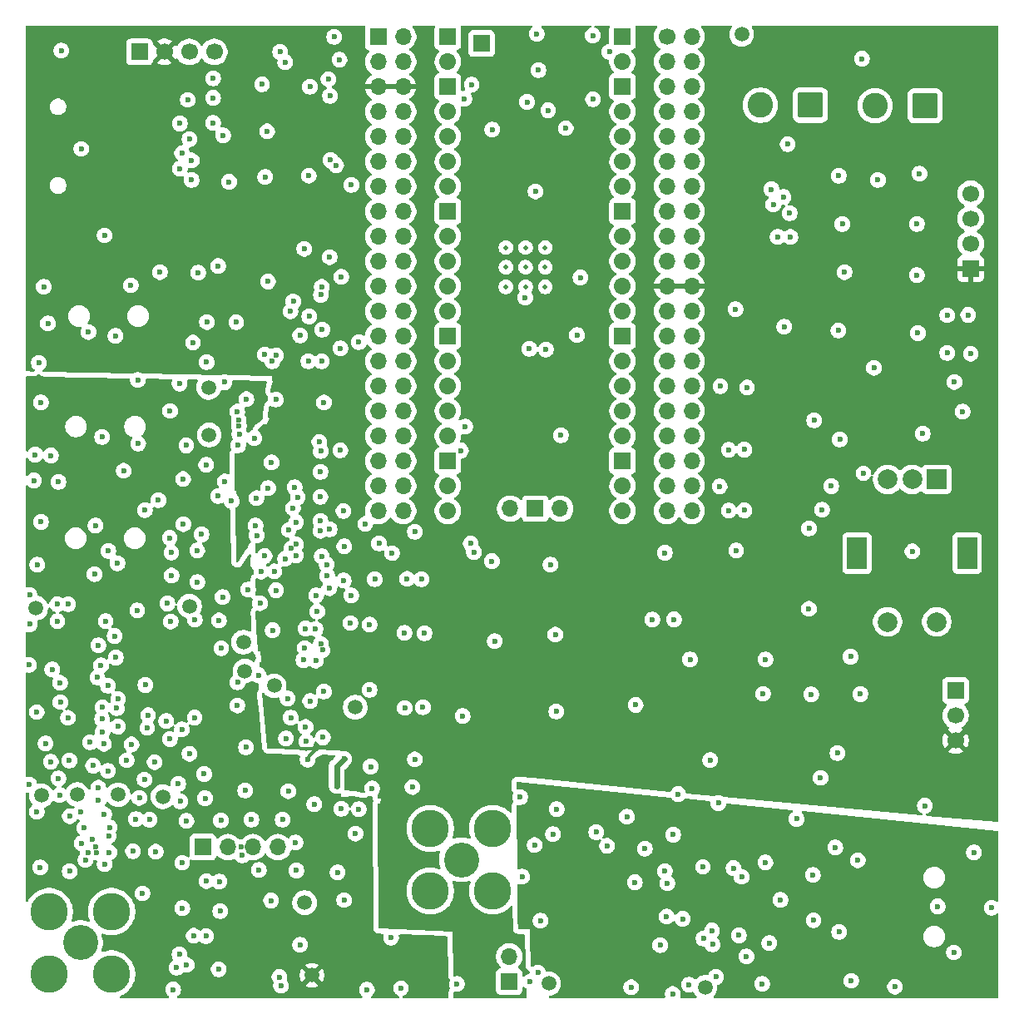
<source format=gbr>
%TF.GenerationSoftware,KiCad,Pcbnew,9.0.7-9.0.7~ubuntu24.04.1*%
%TF.CreationDate,2026-02-20T11:59:03-08:00*%
%TF.ProjectId,Intro-to-CAD-2026,496e7472-6f2d-4746-9f2d-4341442d3230,rev?*%
%TF.SameCoordinates,Original*%
%TF.FileFunction,Copper,L3,Inr*%
%TF.FilePolarity,Positive*%
%FSLAX46Y46*%
G04 Gerber Fmt 4.6, Leading zero omitted, Abs format (unit mm)*
G04 Created by KiCad (PCBNEW 9.0.7-9.0.7~ubuntu24.04.1) date 2026-02-20 11:59:03*
%MOMM*%
%LPD*%
G01*
G04 APERTURE LIST*
G04 Aperture macros list*
%AMRoundRect*
0 Rectangle with rounded corners*
0 $1 Rounding radius*
0 $2 $3 $4 $5 $6 $7 $8 $9 X,Y pos of 4 corners*
0 Add a 4 corners polygon primitive as box body*
4,1,4,$2,$3,$4,$5,$6,$7,$8,$9,$2,$3,0*
0 Add four circle primitives for the rounded corners*
1,1,$1+$1,$2,$3*
1,1,$1+$1,$4,$5*
1,1,$1+$1,$6,$7*
1,1,$1+$1,$8,$9*
0 Add four rect primitives between the rounded corners*
20,1,$1+$1,$2,$3,$4,$5,0*
20,1,$1+$1,$4,$5,$6,$7,0*
20,1,$1+$1,$6,$7,$8,$9,0*
20,1,$1+$1,$8,$9,$2,$3,0*%
G04 Aperture macros list end*
%TA.AperFunction,ComponentPad*%
%ADD10R,1.700000X1.700000*%
%TD*%
%TA.AperFunction,ComponentPad*%
%ADD11C,1.700000*%
%TD*%
%TA.AperFunction,ComponentPad*%
%ADD12C,1.500000*%
%TD*%
%TA.AperFunction,ComponentPad*%
%ADD13C,0.500000*%
%TD*%
%TA.AperFunction,ComponentPad*%
%ADD14C,3.556000*%
%TD*%
%TA.AperFunction,ComponentPad*%
%ADD15C,3.810000*%
%TD*%
%TA.AperFunction,ComponentPad*%
%ADD16RoundRect,0.250000X1.050000X1.050000X-1.050000X1.050000X-1.050000X-1.050000X1.050000X-1.050000X0*%
%TD*%
%TA.AperFunction,ComponentPad*%
%ADD17C,2.600000*%
%TD*%
%TA.AperFunction,ComponentPad*%
%ADD18O,1.700000X1.700000*%
%TD*%
%TA.AperFunction,ComponentPad*%
%ADD19R,2.000000X2.000000*%
%TD*%
%TA.AperFunction,ComponentPad*%
%ADD20C,2.000000*%
%TD*%
%TA.AperFunction,ComponentPad*%
%ADD21R,2.000000X3.200000*%
%TD*%
%TA.AperFunction,ViaPad*%
%ADD22C,0.600000*%
%TD*%
%TA.AperFunction,ViaPad*%
%ADD23C,0.500000*%
%TD*%
%TA.AperFunction,Conductor*%
%ADD24C,0.600000*%
%TD*%
%TA.AperFunction,Conductor*%
%ADD25C,0.300000*%
%TD*%
G04 APERTURE END LIST*
D10*
%TO.N,GND*%
%TO.C,J14*%
X196080000Y-99140000D03*
D11*
%TO.N,Net-(D11-DOUT)*%
X196080000Y-101680000D03*
%TO.N,+3.3V*%
X196080000Y-104220000D03*
%TD*%
D12*
%TO.N,Net-(C59-Pad1)*%
%TO.C,TP8*%
X170575000Y-129350000D03*
%TD*%
D13*
%TO.N,GND*%
%TO.C,U6*%
X150310000Y-58050000D03*
X152310000Y-58050000D03*
X154310000Y-58050000D03*
X150310000Y-56050000D03*
X152310000Y-56050000D03*
X154310000Y-56050000D03*
X150310000Y-54050000D03*
X152310000Y-54050000D03*
X154310000Y-54050000D03*
%TD*%
D12*
%TO.N,Net-(C3-Pad2)*%
%TO.C,TP1*%
X120060000Y-68290000D03*
%TD*%
D14*
%TO.N,Net-(J11-In)*%
%TO.C,J11*%
X107005000Y-124815000D03*
D15*
%TO.N,GND*%
X103830000Y-121640000D03*
X103830000Y-127990000D03*
X110180000Y-121640000D03*
X110180000Y-127990000D03*
%TD*%
D12*
%TO.N,GND*%
%TO.C,TP10*%
X123600000Y-94220000D03*
%TD*%
D16*
%TO.N,/H-Bridge/5V*%
%TO.C,J18*%
X192970000Y-39630000D03*
D17*
%TO.N,GND*%
X187890000Y-39630000D03*
%TD*%
D12*
%TO.N,Net-(U7-1B1)*%
%TO.C,TP14*%
X103030000Y-109840000D03*
%TD*%
D10*
%TO.N,Net-(JP86-A)*%
%TO.C,Je3*%
X119480000Y-115080000D03*
D18*
%TO.N,GND*%
X122020000Y-115080000D03*
X124560000Y-115080000D03*
%TO.N,Net-(JP86-B)*%
X127100000Y-115080000D03*
%TD*%
D10*
%TO.N,GND*%
%TO.C,J15*%
X113010000Y-34140000D03*
D11*
%TO.N,+3.3V*%
X115550000Y-34140000D03*
%TO.N,/SCL*%
X118090000Y-34140000D03*
%TO.N,/SDA*%
X120630000Y-34140000D03*
%TD*%
D10*
%TO.N,GND*%
%TO.C,J5*%
X150650000Y-128750000D03*
D18*
%TO.N,Net-(J5-Pin_2)*%
X150650000Y-126210000D03*
%TD*%
D12*
%TO.N,+4.7V*%
%TO.C,TP25*%
X174310000Y-32350000D03*
%TD*%
%TO.N,GND*%
%TO.C,TP12*%
X154660000Y-128960000D03*
%TD*%
D18*
%TO.N,Net-(J3-Pin_20)*%
%TO.C,J3*%
X166680000Y-80840000D03*
X169220000Y-80840000D03*
%TO.N,Net-(J3-Pin_19)*%
X166680000Y-78300000D03*
X169220000Y-78300000D03*
%TO.N,GND*%
X166680000Y-75760000D03*
X169220000Y-75760000D03*
%TO.N,Net-(J3-Pin_17)*%
X166680000Y-73220000D03*
X169220000Y-73220000D03*
%TO.N,Net-(J3-Pin_16)*%
X166680000Y-70680000D03*
X169220000Y-70680000D03*
%TO.N,Net-(J3-Pin_15)*%
X166680000Y-68140000D03*
X169220000Y-68140000D03*
%TO.N,Net-(J3-Pin_14)*%
X166680000Y-65600000D03*
X169220000Y-65600000D03*
%TO.N,GND*%
X166680000Y-63060000D03*
X169220000Y-63060000D03*
%TO.N,Net-(J3-Pin_12)*%
X166680000Y-60520000D03*
X169220000Y-60520000D03*
%TO.N,+3.3V*%
X166680000Y-57980000D03*
X169220000Y-57980000D03*
%TO.N,Net-(J3-Pin_10)*%
X166680000Y-55440000D03*
X169220000Y-55440000D03*
%TO.N,Net-(J3-Pin_32)*%
X166680000Y-52900000D03*
X169220000Y-52900000D03*
%TO.N,GND*%
X166680000Y-50360000D03*
X169220000Y-50360000D03*
%TO.N,Net-(J3-Pin_34)*%
X166680000Y-47820000D03*
X169220000Y-47820000D03*
%TO.N,Net-(J3-Pin_35)*%
X166680000Y-45280000D03*
X169220000Y-45280000D03*
%TO.N,Net-(J3-Pin_36)*%
X166680000Y-42740000D03*
X169220000Y-42740000D03*
%TO.N,Net-(J3-Pin_37)*%
X166680000Y-40200000D03*
X169220000Y-40200000D03*
%TO.N,GND*%
X166680000Y-37660000D03*
X169220000Y-37660000D03*
%TO.N,Net-(J3-Pin_2)*%
X166680000Y-35120000D03*
X169220000Y-35120000D03*
D11*
%TO.N,Net-(J3-Pin_1)*%
X166680000Y-32580000D03*
D18*
X169220000Y-32580000D03*
%TD*%
D12*
%TO.N,Net-(C21-Pad2)*%
%TO.C,TP18*%
X102460000Y-90740000D03*
%TD*%
%TO.N,Net-(C4-Pad2)*%
%TO.C,TP2*%
X120110000Y-73130000D03*
%TD*%
D18*
%TO.N,Net-(J4-Pin_1)*%
%TO.C,U3*%
X144400000Y-32600000D03*
%TO.N,Net-(J4-Pin_2)*%
X144400000Y-35140000D03*
D10*
%TO.N,GND*%
X144400000Y-37680000D03*
D18*
%TO.N,Net-(J4-Pin_4)*%
X144400000Y-40220000D03*
%TO.N,Net-(J4-Pin_5)*%
X144400000Y-42760000D03*
%TO.N,Net-(J4-Pin_6)*%
X144400000Y-45300000D03*
%TO.N,Net-(J4-Pin_7)*%
X144400000Y-47840000D03*
D10*
%TO.N,GND*%
X144400000Y-50380000D03*
D18*
%TO.N,Net-(J4-Pin_9)*%
X144400000Y-52920000D03*
%TO.N,Net-(J4-Pin_10)*%
X144400000Y-55460000D03*
%TO.N,Net-(J4-Pin_11)*%
X144400000Y-58000000D03*
%TO.N,Net-(J4-Pin_12)*%
X144400000Y-60540000D03*
D10*
%TO.N,GND*%
X144400000Y-63080000D03*
D18*
%TO.N,Net-(J4-Pin_14)*%
X144400000Y-65620000D03*
%TO.N,Net-(J4-Pin_15)*%
X144400000Y-68160000D03*
%TO.N,Net-(J4-Pin_16)*%
X144400000Y-70700000D03*
%TO.N,Net-(J4-Pin_17)*%
X144400000Y-73240000D03*
D10*
%TO.N,GND*%
X144400000Y-75780000D03*
D18*
%TO.N,Net-(J4-Pin_19)*%
X144400000Y-78320000D03*
%TO.N,Net-(J4-Pin_20)*%
X144400000Y-80860000D03*
%TO.N,Net-(J10-Pin_20)*%
X162180000Y-80860000D03*
%TO.N,Net-(J10-Pin_19)*%
X162180000Y-78320000D03*
D10*
%TO.N,GND*%
X162180000Y-75780000D03*
D18*
%TO.N,Net-(J10-Pin_17)*%
X162180000Y-73240000D03*
%TO.N,Net-(J10-Pin_16)*%
X162180000Y-70700000D03*
%TO.N,Net-(J10-Pin_15)*%
X162180000Y-68160000D03*
%TO.N,Net-(J10-Pin_14)*%
X162180000Y-65620000D03*
D10*
%TO.N,GND*%
X162180000Y-63080000D03*
D18*
%TO.N,Net-(J10-Pin_12)*%
X162180000Y-60540000D03*
%TO.N,/Raspberry_Pi_Pico/RST*%
X162180000Y-58000000D03*
%TO.N,Net-(J10-Pin_10)*%
X162180000Y-55460000D03*
%TO.N,Net-(J10-Pin_9)*%
X162180000Y-52920000D03*
D10*
%TO.N,GND*%
X162180000Y-50380000D03*
D18*
%TO.N,Net-(J10-Pin_7)*%
X162180000Y-47840000D03*
%TO.N,Net-(J10-Pin_6)*%
X162180000Y-45300000D03*
%TO.N,Net-(J10-Pin_5)*%
X162180000Y-42760000D03*
%TO.N,Net-(J10-Pin_4)*%
X162180000Y-40220000D03*
D10*
%TO.N,GND*%
X162180000Y-37680000D03*
D18*
%TO.N,Net-(J10-Pin_2)*%
X162180000Y-35140000D03*
%TO.N,Net-(J10-Pin_1)*%
X162180000Y-32600000D03*
%TO.N,unconnected-(U3-SWCLK-Pad41)*%
X150750000Y-80630000D03*
D10*
%TO.N,unconnected-(U3-GND-Pad42)*%
X153290000Y-80630000D03*
D18*
%TO.N,unconnected-(U3-SWDIO-Pad43)_1*%
X155830000Y-80630000D03*
%TD*%
D12*
%TO.N,Net-(U7-1B2)*%
%TO.C,TP16*%
X106680000Y-109730000D03*
%TD*%
%TO.N,Net-(U4-CLK1)*%
%TO.C,TP4*%
X126720000Y-98650000D03*
%TD*%
D16*
%TO.N,Net-(J17-Pin_1)*%
%TO.C,J17*%
X181300000Y-39562500D03*
D17*
%TO.N,Net-(J17-Pin_2)*%
X176220000Y-39562500D03*
%TD*%
D12*
%TO.N,Net-(TR1-C_RX)*%
%TO.C,TP11*%
X129820000Y-120730000D03*
%TD*%
%TO.N,Net-(U4-CLK0)*%
%TO.C,TP3*%
X134970000Y-100840000D03*
%TD*%
D10*
%TO.N,Net-(J10-Pin_1)*%
%TO.C,J7*%
X147830000Y-33290000D03*
%TD*%
D12*
%TO.N,/Si5351a/CLK2*%
%TO.C,TP5*%
X123740000Y-97150000D03*
%TD*%
D10*
%TO.N,Net-(J4-Pin_1)*%
%TO.C,J4*%
X144400000Y-32600000D03*
D11*
%TO.N,Net-(J4-Pin_2)*%
X144400000Y-35140000D03*
%TO.N,GND*%
X144400000Y-37680000D03*
%TO.N,Net-(J4-Pin_4)*%
X144400000Y-40220000D03*
%TO.N,Net-(J4-Pin_5)*%
X144400000Y-42760000D03*
%TO.N,Net-(J4-Pin_6)*%
X144400000Y-45300000D03*
%TO.N,Net-(J4-Pin_7)*%
X144400000Y-47840000D03*
%TO.N,GND*%
X144400000Y-50380000D03*
%TO.N,Net-(J4-Pin_9)*%
X144400000Y-52920000D03*
%TO.N,Net-(J4-Pin_10)*%
X144400000Y-55460000D03*
%TO.N,Net-(J4-Pin_11)*%
X144400000Y-58000000D03*
%TO.N,Net-(J4-Pin_12)*%
X144400000Y-60540000D03*
%TO.N,GND*%
X144400000Y-63080000D03*
%TO.N,Net-(J4-Pin_14)*%
X144400000Y-65620000D03*
%TO.N,Net-(J4-Pin_15)*%
X144400000Y-68160000D03*
%TO.N,Net-(J4-Pin_16)*%
X144400000Y-70700000D03*
%TO.N,Net-(J4-Pin_17)*%
X144400000Y-73240000D03*
%TO.N,GND*%
X144400000Y-75780000D03*
%TO.N,Net-(J4-Pin_19)*%
X144400000Y-78320000D03*
%TO.N,Net-(J4-Pin_20)*%
X144400000Y-80860000D03*
%TD*%
D19*
%TO.N,/ANG_A*%
%TO.C,SW1*%
X194160000Y-77650000D03*
D20*
%TO.N,/ANG_B*%
X189160000Y-77650000D03*
%TO.N,GND*%
X191660000Y-77650000D03*
D21*
X197260000Y-85150000D03*
X186060000Y-85150000D03*
D20*
%TO.N,/SW_C*%
X189160000Y-92150000D03*
%TO.N,GND*%
X194160000Y-92150000D03*
%TD*%
D12*
%TO.N,Net-(C18-Pad2)*%
%TO.C,TP17*%
X118110000Y-90560000D03*
%TD*%
D14*
%TO.N,/Si5351a/CLK2*%
%TO.C,J8*%
X145795000Y-116365000D03*
D15*
%TO.N,GND*%
X148970000Y-119540000D03*
X148970000Y-113190000D03*
X142620000Y-119540000D03*
X142620000Y-113190000D03*
%TD*%
D12*
%TO.N,Net-(U7-1B4)*%
%TO.C,TP7*%
X115400000Y-109950000D03*
%TD*%
D10*
%TO.N,+3.3V*%
%TO.C,J6*%
X197620000Y-56190000D03*
D11*
%TO.N,/TRIG*%
X197620000Y-53650000D03*
%TO.N,/ECHO*%
X197620000Y-51110000D03*
%TO.N,GND*%
X197620000Y-48570000D03*
%TD*%
D12*
%TO.N,Net-(U7-1B3)*%
%TO.C,TP6*%
X110840000Y-109740000D03*
%TD*%
D11*
%TO.N,Net-(J10-Pin_20)*%
%TO.C,J10*%
X162180000Y-80860000D03*
%TO.N,Net-(J10-Pin_19)*%
X162180000Y-78320000D03*
%TO.N,GND*%
X162180000Y-75780000D03*
%TO.N,Net-(J10-Pin_17)*%
X162180000Y-73240000D03*
%TO.N,Net-(J10-Pin_16)*%
X162180000Y-70700000D03*
%TO.N,Net-(J10-Pin_15)*%
X162180000Y-68160000D03*
%TO.N,Net-(J10-Pin_14)*%
X162180000Y-65620000D03*
%TO.N,GND*%
X162180000Y-63080000D03*
%TO.N,Net-(J10-Pin_12)*%
X162180000Y-60540000D03*
%TO.N,/Raspberry_Pi_Pico/RST*%
X162180000Y-58000000D03*
%TO.N,Net-(J10-Pin_10)*%
X162180000Y-55460000D03*
%TO.N,Net-(J10-Pin_9)*%
X162180000Y-52920000D03*
%TO.N,GND*%
X162180000Y-50380000D03*
%TO.N,Net-(J10-Pin_7)*%
X162180000Y-47840000D03*
%TO.N,Net-(J10-Pin_6)*%
X162180000Y-45300000D03*
%TO.N,Net-(J10-Pin_5)*%
X162180000Y-42760000D03*
%TO.N,Net-(J10-Pin_4)*%
X162180000Y-40220000D03*
%TO.N,GND*%
X162180000Y-37680000D03*
%TO.N,Net-(J10-Pin_2)*%
X162180000Y-35140000D03*
D10*
%TO.N,Net-(J10-Pin_1)*%
X162180000Y-32600000D03*
%TD*%
D12*
%TO.N,VDDA*%
%TO.C,TP26*%
X130570000Y-128120000D03*
%TD*%
D10*
%TO.N,Net-(J2-Pin_1)*%
%TO.C,J2*%
X137310000Y-32606000D03*
D18*
X139850000Y-32606000D03*
%TO.N,Net-(J2-Pin_2)*%
X137310000Y-35146000D03*
X139850000Y-35146000D03*
%TO.N,+3.3V*%
X137310000Y-37686000D03*
X139850000Y-37686000D03*
%TO.N,Net-(J2-Pin_37)*%
X137310000Y-40226000D03*
X139850000Y-40226000D03*
%TO.N,Net-(J2-Pin_36)*%
X137310000Y-42766000D03*
X139850000Y-42766000D03*
%TO.N,Net-(J2-Pin_35)*%
X137310000Y-45306000D03*
X139850000Y-45306000D03*
%TO.N,Net-(J2-Pin_34)*%
X137310000Y-47846000D03*
X139850000Y-47846000D03*
%TO.N,GND*%
X137310000Y-50386000D03*
X139850000Y-50386000D03*
%TO.N,Net-(J2-Pin_32)*%
X137310000Y-52926000D03*
X139850000Y-52926000D03*
%TO.N,Net-(J2-Pin_10)*%
X137310000Y-55466000D03*
X139850000Y-55466000D03*
%TO.N,Net-(J2-Pin_11)*%
X137310000Y-58006000D03*
X139850000Y-58006000D03*
%TO.N,Net-(J2-Pin_12)*%
X137310000Y-60546000D03*
X139850000Y-60546000D03*
%TO.N,GND*%
X137310000Y-63086000D03*
X139850000Y-63086000D03*
%TO.N,Net-(J2-Pin_14)*%
X137310000Y-65626000D03*
X139850000Y-65626000D03*
%TO.N,Net-(J2-Pin_15)*%
X137310000Y-68166000D03*
X139850000Y-68166000D03*
%TO.N,Net-(J2-Pin_16)*%
X137310000Y-70706000D03*
X139850000Y-70706000D03*
%TO.N,Net-(J2-Pin_17)*%
X137310000Y-73246000D03*
X139850000Y-73246000D03*
%TO.N,GND*%
X137310000Y-75786000D03*
X139850000Y-75786000D03*
%TO.N,Net-(J2-Pin_19)*%
X137310000Y-78326000D03*
X139850000Y-78326000D03*
%TO.N,Net-(J2-Pin_20)*%
X137310000Y-80866000D03*
X139850000Y-80866000D03*
%TD*%
D22*
%TO.N,GND*%
X184060000Y-105510000D03*
%TO.N,+3.3V*%
X190520000Y-102410000D03*
X185470000Y-102390000D03*
X180490000Y-102540000D03*
X175490000Y-102330000D03*
%TO.N,GND*%
X186390000Y-99510000D03*
X181380000Y-99530000D03*
X176480000Y-99470000D03*
X149160000Y-94110000D03*
X153310000Y-48340000D03*
X128960000Y-84250000D03*
X129920000Y-92830000D03*
X103990000Y-106390000D03*
X131570000Y-85470000D03*
X131460000Y-74770000D03*
X124830000Y-82350000D03*
X130810000Y-110710000D03*
X186120000Y-116410000D03*
X130280000Y-61070000D03*
X129780000Y-54180000D03*
X117360000Y-116660000D03*
X119850000Y-65720000D03*
X117790000Y-112410000D03*
X123770000Y-109320000D03*
X172990000Y-74640000D03*
X121080000Y-127510000D03*
X131475000Y-94385000D03*
X152690000Y-64360000D03*
X131440000Y-76890000D03*
X182340000Y-108020000D03*
X108430000Y-87290000D03*
X132110000Y-87450000D03*
X186700000Y-77030000D03*
X122960000Y-70760000D03*
X118650000Y-91930000D03*
X123340000Y-115080000D03*
X107090000Y-44010000D03*
X104650000Y-90340000D03*
X181150000Y-90830000D03*
X125110000Y-97570000D03*
X184550000Y-51650000D03*
X174580000Y-74620000D03*
X110830000Y-102810000D03*
X119690000Y-110100000D03*
X186560000Y-34830000D03*
X148890000Y-85970000D03*
X116130000Y-70680000D03*
X163430000Y-118650000D03*
X154840000Y-86330000D03*
X105900000Y-117540000D03*
X127260000Y-128300000D03*
X121660000Y-67760000D03*
X173000000Y-80830000D03*
X130990000Y-89460000D03*
X155340000Y-93450000D03*
X184230000Y-123710000D03*
X124940000Y-83360000D03*
X125810000Y-46860000D03*
X153460000Y-32300000D03*
X163510000Y-100610000D03*
X113620000Y-98580000D03*
X135340000Y-111210000D03*
X101830000Y-92400000D03*
X104140000Y-97000000D03*
X101780000Y-96520000D03*
X179200000Y-50550000D03*
X131420000Y-82880000D03*
X162620000Y-111980000D03*
X197620000Y-64850000D03*
X165220000Y-91920000D03*
X130940000Y-92870000D03*
X119880000Y-61630000D03*
X108840000Y-94530000D03*
X104660000Y-92090000D03*
X102390000Y-75130000D03*
X113800000Y-102940000D03*
X109800000Y-107320000D03*
X170360000Y-117080000D03*
X179270000Y-52980000D03*
X122860000Y-61650000D03*
X126460000Y-75920000D03*
X121520000Y-42630000D03*
X121220000Y-121590000D03*
X108540000Y-82350000D03*
X110710000Y-100940000D03*
X110840000Y-99980000D03*
X125750000Y-85440000D03*
X146820000Y-37460000D03*
X146080000Y-38910000D03*
X159180000Y-38960000D03*
X109470000Y-116810500D03*
X176740000Y-95970000D03*
X107970000Y-104400000D03*
X153610000Y-35990000D03*
X164450000Y-115230000D03*
X125400000Y-87030000D03*
X192950000Y-110860000D03*
X121470000Y-89620000D03*
X195220000Y-60950000D03*
X128461565Y-84690000D03*
X102600000Y-86330000D03*
X107390000Y-113130000D03*
X118890000Y-84880000D03*
X125280000Y-90250000D03*
X173470000Y-117210000D03*
X108290000Y-106790000D03*
X141870000Y-100840000D03*
X182500000Y-80740000D03*
X129830000Y-94810000D03*
X126000000Y-42230000D03*
X119320000Y-83250000D03*
X117370000Y-121300000D03*
X110770000Y-86190000D03*
X105880000Y-106260000D03*
X136690000Y-109110000D03*
X121100000Y-92010000D03*
X133090000Y-108840000D03*
X113890000Y-101660000D03*
X129370000Y-63000000D03*
X135990000Y-82190000D03*
X109400000Y-104560000D03*
X122990000Y-98310000D03*
X128960000Y-82000000D03*
X167340000Y-113820000D03*
X124070000Y-88860000D03*
X109240000Y-100860000D03*
X130000000Y-104330000D03*
X152770000Y-128770000D03*
X124917322Y-79568998D03*
X129927000Y-102848892D03*
X177520000Y-49670000D03*
X184770000Y-56550000D03*
X109430000Y-111740000D03*
X114940000Y-79770000D03*
X113310000Y-119790000D03*
X153820000Y-122570000D03*
X127580000Y-112280000D03*
X185390000Y-95700000D03*
X104770000Y-108080000D03*
X133550000Y-111170000D03*
X152280000Y-59130000D03*
X129360000Y-125010000D03*
X130390000Y-100210000D03*
X102770000Y-65790000D03*
X140800000Y-108960000D03*
X133550000Y-57040000D03*
X130240000Y-46730000D03*
X121340000Y-94840000D03*
X131420000Y-79430000D03*
X197360000Y-60910000D03*
X117780000Y-74190000D03*
X128100000Y-99950000D03*
X108720000Y-97800000D03*
X139990000Y-93270000D03*
X104880000Y-109770000D03*
X104760000Y-77910000D03*
X117090000Y-126010000D03*
X178630000Y-62110000D03*
X136160000Y-129590000D03*
X116200000Y-92110000D03*
X105920000Y-111920000D03*
X192240000Y-62760000D03*
X139630000Y-129440000D03*
X128990000Y-117460000D03*
X117160000Y-110410000D03*
X195230000Y-64770000D03*
X118910000Y-88100000D03*
X112790000Y-90990000D03*
X181620000Y-122510000D03*
X133800000Y-87940000D03*
X110570000Y-63050000D03*
X119800000Y-124130000D03*
X111720000Y-106240000D03*
X184190000Y-46740000D03*
X127430000Y-129190000D03*
X116960000Y-108640000D03*
X132338637Y-88725557D03*
X128900000Y-114600000D03*
X123480000Y-115920000D03*
X131440000Y-81890000D03*
X109200000Y-73330000D03*
X115730000Y-102240000D03*
X192140000Y-56860000D03*
X101810000Y-108740000D03*
X114670000Y-115550000D03*
X155440000Y-101270000D03*
X117450000Y-77620000D03*
X108830000Y-109030000D03*
X126410000Y-120510000D03*
X125170000Y-117400000D03*
X126120000Y-78530000D03*
X135010000Y-113700000D03*
X156400000Y-41900000D03*
X118100000Y-105570000D03*
X103460000Y-104520000D03*
X125490000Y-37430000D03*
X103270000Y-58040000D03*
X174020000Y-124060000D03*
X133830000Y-106110000D03*
X110600000Y-95780000D03*
X141730000Y-87810000D03*
X140010000Y-100910000D03*
X102550000Y-101330000D03*
X116280000Y-87440000D03*
X107070000Y-111520000D03*
X115850000Y-90280000D03*
X117120000Y-41430000D03*
X128160000Y-109380000D03*
X140260000Y-87780000D03*
X121020000Y-55940000D03*
X154390000Y-64430000D03*
X130360000Y-37690000D03*
X112840000Y-67530000D03*
X123900000Y-69490000D03*
X109240000Y-103370000D03*
X113000000Y-110060000D03*
X122390000Y-79860000D03*
X119600000Y-107640000D03*
X134490000Y-92270000D03*
X138620000Y-124290000D03*
X155090000Y-113760000D03*
X133860000Y-84470000D03*
X126090000Y-57510000D03*
X131790000Y-99240000D03*
X102980000Y-81980000D03*
X131680000Y-103910000D03*
X118320000Y-47180000D03*
X122980000Y-100660000D03*
X114560000Y-106420000D03*
X192140000Y-51650000D03*
X116260000Y-85100000D03*
X118630000Y-101890000D03*
X192730000Y-73000000D03*
X101850000Y-89430000D03*
X159510000Y-113560000D03*
X121300000Y-112360000D03*
X167420000Y-91900000D03*
X117330000Y-103100000D03*
X174850000Y-68300000D03*
X191690000Y-84980000D03*
X104960000Y-100320000D03*
X160620000Y-114960000D03*
X123850000Y-104920000D03*
X131620000Y-62400000D03*
X109800000Y-98640000D03*
X192410000Y-46530000D03*
X131630000Y-95020000D03*
X103690000Y-61780000D03*
X131110509Y-91100509D03*
X133450000Y-74680000D03*
X167850000Y-109680000D03*
X148910000Y-42040000D03*
X113570000Y-80770000D03*
X124420000Y-112280000D03*
X133177000Y-117650000D03*
X199740000Y-121240000D03*
X118090000Y-43030000D03*
X176720000Y-116630000D03*
X181690000Y-71640000D03*
X105730000Y-101920000D03*
X112200000Y-104630000D03*
X121030000Y-79350000D03*
X178990000Y-43530000D03*
X117930000Y-39020000D03*
X132080000Y-86320000D03*
X154610000Y-40080000D03*
X126750000Y-87020000D03*
X122140000Y-47360000D03*
X184150000Y-62500000D03*
X109200000Y-102040000D03*
X110480000Y-93590000D03*
X113520000Y-108200000D03*
X155900000Y-73160000D03*
X102980000Y-69820000D03*
X170420000Y-124380000D03*
X129700000Y-96040000D03*
X102570000Y-111480000D03*
X109960000Y-113070000D03*
X142030000Y-93310000D03*
X167290000Y-130030000D03*
X112360000Y-115490000D03*
X109100000Y-96580000D03*
X119000000Y-56610000D03*
X116110000Y-104080000D03*
X129130000Y-79460000D03*
X136440000Y-92430000D03*
X166500000Y-117520000D03*
X123120000Y-71600000D03*
X109570000Y-92090000D03*
X153560000Y-127860000D03*
X133470000Y-64310000D03*
X130960000Y-96090000D03*
X136440000Y-99070000D03*
X102920000Y-117140000D03*
X112130000Y-57900000D03*
X116440000Y-129570000D03*
X169050000Y-95970000D03*
X136960000Y-87820000D03*
X123130000Y-72220000D03*
X126560000Y-93000000D03*
X174590000Y-80800000D03*
X194250000Y-121110000D03*
X133840000Y-120470000D03*
X131470000Y-58870000D03*
X104940000Y-98360000D03*
X124690000Y-73440000D03*
X118330000Y-45190000D03*
X109460000Y-52820000D03*
X105050000Y-33990000D03*
X116780000Y-127340000D03*
X168290000Y-122380000D03*
X121680000Y-77870000D03*
X145330000Y-129000000D03*
X102280000Y-77760000D03*
X181160000Y-82650000D03*
X111400000Y-76770000D03*
X152460000Y-39230000D03*
%TO.N,+3.3V*%
X121340000Y-37770000D03*
X127940000Y-90950000D03*
X132850000Y-94360000D03*
X130989443Y-105092000D03*
X147040000Y-77760000D03*
X159190000Y-41810000D03*
X148183000Y-70521641D03*
X124320000Y-76360000D03*
X123591540Y-79978460D03*
X130120000Y-106170000D03*
X172130000Y-42780000D03*
X186193913Y-68343500D03*
X119320000Y-58860000D03*
X123820000Y-84450000D03*
X126290000Y-61160000D03*
X175190000Y-58630000D03*
%TO.N,Net-(JP18-A)*%
X117100000Y-67900000D03*
%TO.N,Net-(JP86-A)*%
X119820000Y-118530000D03*
%TO.N,VDDA*%
X121860000Y-106250000D03*
X121100000Y-98550000D03*
X151950000Y-118080000D03*
X129390000Y-123970000D03*
X132600000Y-128625000D03*
X106080000Y-104100000D03*
X120380000Y-86300000D03*
X113480000Y-93920000D03*
X118650000Y-93160000D03*
X131790000Y-126150000D03*
X114190000Y-92050000D03*
X121860000Y-106920000D03*
X116620000Y-113200000D03*
X121160000Y-102260000D03*
X121860000Y-107670000D03*
X122320000Y-103130000D03*
%TO.N,/WS*%
X128196500Y-82793931D03*
%TO.N,Net-(JP86-B)*%
X121130000Y-118580000D03*
%TO.N,+4.7V*%
X160840000Y-34140000D03*
X157892000Y-57100000D03*
%TO.N,Net-(U7-1B2)*%
X108526500Y-115012947D03*
X108846000Y-110330000D03*
X108606500Y-115623331D03*
%TO.N,Net-(U7-1B1)*%
X108254505Y-114276132D03*
X107757782Y-115670040D03*
%TO.N,/I*%
X112880000Y-74000000D03*
%TO.N,/Q*%
X105760000Y-90350000D03*
%TO.N,Net-(Q1-D)*%
X146732459Y-84185459D03*
X137390000Y-84160000D03*
%TO.N,Net-(JP19-B)*%
X116090000Y-83600000D03*
X117485000Y-82205000D03*
X119810000Y-76170000D03*
%TO.N,Net-(U7-1B3)*%
X107515915Y-116394511D03*
X107149220Y-114691842D03*
%TO.N,/Si5351a/CLK2*%
X128408718Y-101902616D03*
X145910000Y-101730000D03*
%TO.N,Net-(JP88-B)*%
X118540000Y-124100000D03*
%TO.N,/BCK*%
X133780000Y-80860000D03*
X128629223Y-80577618D03*
%TO.N,/DATA*%
X128820000Y-78450000D03*
%TO.N,/SDA*%
X127320000Y-34140000D03*
%TO.N,/SCL*%
X127840000Y-35181500D03*
%TO.N,Net-(JP2-A)*%
X157540000Y-62960000D03*
%TO.N,/Raspberry_Pi_Pico/GPIO12*%
X131792834Y-69831241D03*
X146170000Y-72270000D03*
%TO.N,/Raspberry_Pi_Pico/GPIO13*%
X131319319Y-73836931D03*
X145730000Y-74710000D03*
%TO.N,Net-(U7-VCC)*%
X114020000Y-112290000D03*
X112660000Y-112230000D03*
%TO.N,Net-(U4-VDDO)*%
X128950000Y-85390000D03*
X127930000Y-104010000D03*
X125780000Y-64930000D03*
X126921000Y-88930000D03*
X127827000Y-85730000D03*
X126930000Y-65010000D03*
%TO.N,Net-(JP1-B)*%
X117820000Y-127070000D03*
%TO.N,Net-(e3-B)*%
X195900000Y-125800000D03*
%TO.N,Net-(e4-B)*%
X104001900Y-75216005D03*
%TO.N,Net-(e5-B)*%
X109850000Y-84930000D03*
%TO.N,Net-(J10-Pin_1)*%
X159150000Y-32460000D03*
%TO.N,/MOSI*%
X117350000Y-44440000D03*
%TO.N,/FMT*%
X123063870Y-74188358D03*
X130200000Y-65620000D03*
X123188329Y-73067999D03*
X131560000Y-65620000D03*
X126530000Y-65620000D03*
%TO.N,/MD1*%
X126890000Y-69520000D03*
%TO.N,/CS*%
X133030000Y-45670000D03*
X133370000Y-34930000D03*
X117130000Y-46030000D03*
%TO.N,/SPI_CK*%
X120510000Y-41370000D03*
%TO.N,/SD_CD*%
X132250000Y-36910000D03*
X120510000Y-36830000D03*
X132450000Y-45150000D03*
%TO.N,/MISO*%
X132820000Y-32610000D03*
X132416500Y-38608855D03*
X120513000Y-38810000D03*
%TO.N,/SDIN*%
X128667500Y-59538416D03*
%TO.N,/MCLK*%
X131570000Y-58060000D03*
%TO.N,/LRCK*%
X128380000Y-60530000D03*
%TO.N,Net-(U7-1B4)*%
X109943500Y-115611029D03*
X109867657Y-113914972D03*
%TO.N,VAH*%
X138718000Y-85160000D03*
X147060000Y-85060000D03*
%TO.N,Net-(e6-A)*%
X115100000Y-56550000D03*
X141040000Y-106150000D03*
X132370000Y-55030000D03*
X141040000Y-82980000D03*
X171090000Y-106210000D03*
X132360000Y-82730000D03*
%TO.N,Net-(e7-B)*%
X171930000Y-110600000D03*
X136540000Y-106880000D03*
X135340000Y-63690000D03*
X118460000Y-63730000D03*
D23*
%TO.N,VAO*%
X159660000Y-118990000D03*
X156950000Y-124020000D03*
X159720000Y-124010000D03*
X152960000Y-120100000D03*
X169287500Y-118480000D03*
X183650000Y-127640000D03*
X167050000Y-123270000D03*
X181050000Y-128460000D03*
X157050000Y-126570000D03*
X158680000Y-127110000D03*
D22*
%TO.N,Net-(C57-Pad2)*%
X171349475Y-124978000D03*
X171288811Y-123561189D03*
%TO.N,Net-(C59-Pad1)*%
X166002732Y-125050268D03*
X155470889Y-111213500D03*
%TO.N,Net-(C59-Pad2)*%
X176400000Y-128990000D03*
X189910000Y-129280000D03*
%TO.N,Net-(C60-Pad2)*%
X183840000Y-115110000D03*
X197950000Y-115620000D03*
%TO.N,Net-(Q3-B)*%
X174300000Y-118100000D03*
X166675000Y-122150000D03*
%TO.N,Net-(Q4-B)*%
X185460000Y-128680000D03*
X163060000Y-129350000D03*
%TO.N,Net-(D6-Pad1)*%
X171701028Y-128293500D03*
X168950000Y-129075000D03*
%TO.N,Net-(D7-Pad2)*%
X174800000Y-126200000D03*
X177113811Y-124846189D03*
%TO.N,Net-(Q2-E)*%
X151760000Y-109990000D03*
X153230000Y-114870000D03*
%TO.N,Net-(Q5-E)*%
X181560000Y-117900000D03*
X178250000Y-120450000D03*
%TO.N,Net-(U9B--)*%
X179890000Y-112210000D03*
X166750000Y-118760000D03*
%TO.N,/BTN*%
X187765000Y-66290000D03*
%TO.N,/SW_C*%
X134580000Y-89450000D03*
X134585000Y-47685000D03*
%TO.N,/ANG_A*%
X184290000Y-73590000D03*
%TO.N,/ANG_B*%
X172060000Y-78360000D03*
X183430000Y-78340000D03*
%TO.N,/RGB_DIN*%
X173750000Y-84890000D03*
X166480000Y-85120000D03*
X173680000Y-60320000D03*
%TO.N,/ECHO*%
X195965000Y-67730000D03*
X172135000Y-68160000D03*
%TO.N,/TRIG*%
X196800000Y-70750000D03*
%TO.N,Net-(e8-B)*%
X107830000Y-62650000D03*
%TO.N,/H-Bridge/5V*%
X188180000Y-47180000D03*
X177340000Y-48120000D03*
%TO.N,/INB*%
X178560000Y-48910000D03*
%TO.N,/INA*%
X177965850Y-52961379D03*
%TD*%
D24*
%TO.N,GND*%
X133090000Y-108840000D02*
X133090000Y-106850000D01*
X133090000Y-106850000D02*
X133830000Y-106110000D01*
D25*
%TO.N,+3.3V*%
X130989443Y-105092000D02*
X129372000Y-105092000D01*
X130028000Y-105092000D02*
X129950000Y-105170000D01*
X129372000Y-105092000D02*
X128990000Y-104710000D01*
X130120000Y-106170000D02*
X130120000Y-105961443D01*
X130120000Y-105961443D02*
X130989443Y-105092000D01*
%TD*%
%TA.AperFunction,Conductor*%
%TO.N,+3.3V*%
G36*
X135928210Y-31470185D02*
G01*
X135973965Y-31522989D01*
X135983909Y-31592147D01*
X135977353Y-31617833D01*
X135965908Y-31648517D01*
X135959501Y-31708116D01*
X135959500Y-31708135D01*
X135959500Y-33503870D01*
X135959501Y-33503876D01*
X135965908Y-33563483D01*
X136016202Y-33698328D01*
X136016206Y-33698335D01*
X136102452Y-33813544D01*
X136102455Y-33813547D01*
X136217664Y-33899793D01*
X136217671Y-33899797D01*
X136349082Y-33948810D01*
X136405016Y-33990681D01*
X136429433Y-34056145D01*
X136414582Y-34124418D01*
X136393431Y-34152673D01*
X136279889Y-34266215D01*
X136154951Y-34438179D01*
X136058444Y-34627585D01*
X135992753Y-34829760D01*
X135964389Y-35008846D01*
X135959500Y-35039713D01*
X135959500Y-35252287D01*
X135963985Y-35280602D01*
X135991962Y-35457246D01*
X135992754Y-35462243D01*
X136056493Y-35658412D01*
X136058444Y-35664414D01*
X136154951Y-35853820D01*
X136279890Y-36025786D01*
X136430213Y-36176109D01*
X136602179Y-36301048D01*
X136602181Y-36301049D01*
X136602184Y-36301051D01*
X136611493Y-36305794D01*
X136662290Y-36353766D01*
X136679087Y-36421587D01*
X136656552Y-36487722D01*
X136611502Y-36526762D01*
X136602443Y-36531378D01*
X136430540Y-36656272D01*
X136430535Y-36656276D01*
X136280276Y-36806535D01*
X136280272Y-36806540D01*
X136155379Y-36978442D01*
X136058904Y-37167782D01*
X135993242Y-37369870D01*
X135993242Y-37369873D01*
X135982769Y-37436000D01*
X136876988Y-37436000D01*
X136844075Y-37493007D01*
X136810000Y-37620174D01*
X136810000Y-37751826D01*
X136844075Y-37878993D01*
X136876988Y-37936000D01*
X135982769Y-37936000D01*
X135993242Y-38002126D01*
X135993242Y-38002129D01*
X136058904Y-38204217D01*
X136155379Y-38393557D01*
X136280272Y-38565459D01*
X136280276Y-38565464D01*
X136430535Y-38715723D01*
X136430540Y-38715727D01*
X136602444Y-38840622D01*
X136611495Y-38845234D01*
X136662292Y-38893208D01*
X136679087Y-38961029D01*
X136656550Y-39027164D01*
X136611499Y-39066202D01*
X136602182Y-39070949D01*
X136430213Y-39195890D01*
X136279890Y-39346213D01*
X136154951Y-39518179D01*
X136058444Y-39707585D01*
X135992753Y-39909760D01*
X135959500Y-40119713D01*
X135959500Y-40332286D01*
X135991803Y-40536243D01*
X135992754Y-40542243D01*
X136056493Y-40738412D01*
X136058444Y-40744414D01*
X136154951Y-40933820D01*
X136279890Y-41105786D01*
X136430213Y-41256109D01*
X136602182Y-41381050D01*
X136610946Y-41385516D01*
X136661742Y-41433491D01*
X136678536Y-41501312D01*
X136655998Y-41567447D01*
X136610946Y-41606484D01*
X136602182Y-41610949D01*
X136430213Y-41735890D01*
X136279890Y-41886213D01*
X136154951Y-42058179D01*
X136058444Y-42247585D01*
X135992753Y-42449760D01*
X135959500Y-42659713D01*
X135959500Y-42872286D01*
X135991803Y-43076243D01*
X135992754Y-43082243D01*
X136056493Y-43278412D01*
X136058444Y-43284414D01*
X136154951Y-43473820D01*
X136279890Y-43645786D01*
X136430213Y-43796109D01*
X136602182Y-43921050D01*
X136610946Y-43925516D01*
X136661742Y-43973491D01*
X136678536Y-44041312D01*
X136655998Y-44107447D01*
X136610946Y-44146484D01*
X136602182Y-44150949D01*
X136430213Y-44275890D01*
X136279890Y-44426213D01*
X136154951Y-44598179D01*
X136058444Y-44787585D01*
X135992753Y-44989760D01*
X135976994Y-45089259D01*
X135959500Y-45199713D01*
X135959500Y-45412287D01*
X135963337Y-45436510D01*
X135991803Y-45616243D01*
X135992754Y-45622243D01*
X136057207Y-45820609D01*
X136058444Y-45824414D01*
X136154951Y-46013820D01*
X136279890Y-46185786D01*
X136430213Y-46336109D01*
X136602182Y-46461050D01*
X136610946Y-46465516D01*
X136661742Y-46513491D01*
X136678536Y-46581312D01*
X136655998Y-46647447D01*
X136610946Y-46686484D01*
X136602182Y-46690949D01*
X136430213Y-46815890D01*
X136279890Y-46966213D01*
X136154951Y-47138179D01*
X136058444Y-47327585D01*
X135992753Y-47529760D01*
X135959500Y-47739713D01*
X135959500Y-47952286D01*
X135992477Y-48160499D01*
X135992754Y-48162243D01*
X136056493Y-48358412D01*
X136058444Y-48364414D01*
X136154951Y-48553820D01*
X136279890Y-48725786D01*
X136430213Y-48876109D01*
X136602182Y-49001050D01*
X136610946Y-49005516D01*
X136661742Y-49053491D01*
X136678536Y-49121312D01*
X136655998Y-49187447D01*
X136610946Y-49226484D01*
X136602182Y-49230949D01*
X136430213Y-49355890D01*
X136279890Y-49506213D01*
X136154951Y-49678179D01*
X136058444Y-49867585D01*
X135992753Y-50069760D01*
X135959500Y-50279713D01*
X135959500Y-50492286D01*
X135981128Y-50628844D01*
X135992754Y-50702243D01*
X136050596Y-50880263D01*
X136058444Y-50904414D01*
X136154951Y-51093820D01*
X136279890Y-51265786D01*
X136430213Y-51416109D01*
X136602182Y-51541050D01*
X136610946Y-51545516D01*
X136661742Y-51593491D01*
X136678536Y-51661312D01*
X136655998Y-51727447D01*
X136610946Y-51766484D01*
X136602182Y-51770949D01*
X136430213Y-51895890D01*
X136279890Y-52046213D01*
X136154951Y-52218179D01*
X136058444Y-52407585D01*
X135992753Y-52609760D01*
X135959500Y-52819713D01*
X135959500Y-53032286D01*
X135991803Y-53236243D01*
X135992754Y-53242243D01*
X136056493Y-53438412D01*
X136058444Y-53444414D01*
X136154951Y-53633820D01*
X136279890Y-53805786D01*
X136430213Y-53956109D01*
X136602182Y-54081050D01*
X136610946Y-54085516D01*
X136661742Y-54133491D01*
X136678536Y-54201312D01*
X136655998Y-54267447D01*
X136610946Y-54306484D01*
X136602182Y-54310949D01*
X136430213Y-54435890D01*
X136279890Y-54586213D01*
X136154951Y-54758179D01*
X136058444Y-54947585D01*
X135992753Y-55149760D01*
X135959500Y-55359713D01*
X135959500Y-55572286D01*
X135992440Y-55780264D01*
X135992754Y-55782243D01*
X136056493Y-55978412D01*
X136058444Y-55984414D01*
X136154951Y-56173820D01*
X136279890Y-56345786D01*
X136430213Y-56496109D01*
X136602182Y-56621050D01*
X136610946Y-56625516D01*
X136661742Y-56673491D01*
X136678536Y-56741312D01*
X136655998Y-56807447D01*
X136610946Y-56846484D01*
X136602182Y-56850949D01*
X136430213Y-56975890D01*
X136279890Y-57126213D01*
X136154951Y-57298179D01*
X136058444Y-57487585D01*
X135992753Y-57689760D01*
X135968878Y-57840500D01*
X135959500Y-57899713D01*
X135959500Y-58112287D01*
X135962588Y-58131786D01*
X135991992Y-58317436D01*
X135992754Y-58322243D01*
X136058290Y-58523942D01*
X136058444Y-58524414D01*
X136154951Y-58713820D01*
X136279890Y-58885786D01*
X136430213Y-59036109D01*
X136602182Y-59161050D01*
X136610946Y-59165516D01*
X136661742Y-59213491D01*
X136678536Y-59281312D01*
X136655998Y-59347447D01*
X136610946Y-59386484D01*
X136602182Y-59390949D01*
X136430213Y-59515890D01*
X136279890Y-59666213D01*
X136154951Y-59838179D01*
X136058444Y-60027585D01*
X135992753Y-60229760D01*
X135981142Y-60303069D01*
X135959500Y-60439713D01*
X135959500Y-60652287D01*
X135963337Y-60676510D01*
X135992440Y-60860264D01*
X135992754Y-60862243D01*
X136056493Y-61058412D01*
X136058444Y-61064414D01*
X136154951Y-61253820D01*
X136279890Y-61425786D01*
X136430213Y-61576109D01*
X136602182Y-61701050D01*
X136610946Y-61705516D01*
X136661742Y-61753491D01*
X136678536Y-61821312D01*
X136655998Y-61887447D01*
X136610946Y-61926484D01*
X136602182Y-61930949D01*
X136430213Y-62055890D01*
X136279890Y-62206213D01*
X136154951Y-62378179D01*
X136058444Y-62567585D01*
X135992753Y-62769760D01*
X135966675Y-62934408D01*
X135936746Y-62997543D01*
X135877434Y-63034474D01*
X135807571Y-63033476D01*
X135775311Y-63018112D01*
X135719184Y-62980609D01*
X135719172Y-62980602D01*
X135573501Y-62920264D01*
X135573489Y-62920261D01*
X135418845Y-62889500D01*
X135418842Y-62889500D01*
X135261158Y-62889500D01*
X135261155Y-62889500D01*
X135106510Y-62920261D01*
X135106498Y-62920264D01*
X134960827Y-62980602D01*
X134960814Y-62980609D01*
X134829711Y-63068210D01*
X134829707Y-63068213D01*
X134718213Y-63179707D01*
X134718210Y-63179711D01*
X134630609Y-63310814D01*
X134630602Y-63310827D01*
X134570264Y-63456498D01*
X134570261Y-63456510D01*
X134539500Y-63611153D01*
X134539500Y-63768846D01*
X134570261Y-63923489D01*
X134570264Y-63923501D01*
X134630602Y-64069172D01*
X134630609Y-64069185D01*
X134718210Y-64200288D01*
X134718213Y-64200292D01*
X134829707Y-64311786D01*
X134829711Y-64311789D01*
X134960814Y-64399390D01*
X134960827Y-64399397D01*
X135070801Y-64444949D01*
X135106503Y-64459737D01*
X135261153Y-64490499D01*
X135261156Y-64490500D01*
X135261158Y-64490500D01*
X135418844Y-64490500D01*
X135418845Y-64490499D01*
X135573497Y-64459737D01*
X135719179Y-64399394D01*
X135850289Y-64311789D01*
X135961789Y-64200289D01*
X136049394Y-64069179D01*
X136076170Y-64004535D01*
X136120008Y-63950133D01*
X136186302Y-63928067D01*
X136254001Y-63945345D01*
X136278411Y-63964307D01*
X136430213Y-64116109D01*
X136602182Y-64241050D01*
X136610946Y-64245516D01*
X136661742Y-64293491D01*
X136678536Y-64361312D01*
X136655998Y-64427447D01*
X136610946Y-64466484D01*
X136602182Y-64470949D01*
X136430213Y-64595890D01*
X136279890Y-64746213D01*
X136154951Y-64918179D01*
X136058444Y-65107585D01*
X136058443Y-65107587D01*
X136058443Y-65107588D01*
X136057753Y-65109711D01*
X135992753Y-65309760D01*
X135959500Y-65519713D01*
X135959500Y-65732286D01*
X135991803Y-65936243D01*
X135992754Y-65942243D01*
X136056493Y-66138412D01*
X136058444Y-66144414D01*
X136154951Y-66333820D01*
X136279890Y-66505786D01*
X136430213Y-66656109D01*
X136602182Y-66781050D01*
X136610946Y-66785516D01*
X136661742Y-66833491D01*
X136678536Y-66901312D01*
X136655998Y-66967447D01*
X136610946Y-67006484D01*
X136602182Y-67010949D01*
X136430213Y-67135890D01*
X136279890Y-67286213D01*
X136154951Y-67458179D01*
X136058444Y-67647585D01*
X136058443Y-67647587D01*
X136058443Y-67647588D01*
X136057753Y-67649711D01*
X135992753Y-67849760D01*
X135959500Y-68059713D01*
X135959500Y-68272286D01*
X135991803Y-68476243D01*
X135992754Y-68482243D01*
X136057076Y-68680206D01*
X136058444Y-68684414D01*
X136154951Y-68873820D01*
X136279890Y-69045786D01*
X136430213Y-69196109D01*
X136602182Y-69321050D01*
X136610946Y-69325516D01*
X136661742Y-69373491D01*
X136678536Y-69441312D01*
X136655998Y-69507447D01*
X136610946Y-69546484D01*
X136602182Y-69550949D01*
X136430213Y-69675890D01*
X136279890Y-69826213D01*
X136154951Y-69998179D01*
X136058444Y-70187585D01*
X135992753Y-70389760D01*
X135963618Y-70573713D01*
X135959500Y-70599713D01*
X135959500Y-70812287D01*
X135962123Y-70828846D01*
X135992115Y-71018213D01*
X135992754Y-71022243D01*
X136057276Y-71220821D01*
X136058444Y-71224414D01*
X136154951Y-71413820D01*
X136279890Y-71585786D01*
X136430213Y-71736109D01*
X136602182Y-71861050D01*
X136610946Y-71865516D01*
X136661742Y-71913491D01*
X136678536Y-71981312D01*
X136655998Y-72047447D01*
X136610946Y-72086484D01*
X136602182Y-72090949D01*
X136430213Y-72215890D01*
X136279890Y-72366213D01*
X136154951Y-72538179D01*
X136058444Y-72727585D01*
X135992753Y-72929760D01*
X135961428Y-73127540D01*
X135959500Y-73139713D01*
X135959500Y-73352287D01*
X135969534Y-73415644D01*
X135991803Y-73556243D01*
X135992754Y-73562243D01*
X136056493Y-73758412D01*
X136058444Y-73764414D01*
X136154951Y-73953820D01*
X136279890Y-74125786D01*
X136430213Y-74276109D01*
X136602182Y-74401050D01*
X136610946Y-74405516D01*
X136661742Y-74453491D01*
X136678536Y-74521312D01*
X136655998Y-74587447D01*
X136610946Y-74626484D01*
X136602182Y-74630949D01*
X136430213Y-74755890D01*
X136279890Y-74906213D01*
X136154951Y-75078179D01*
X136058444Y-75267585D01*
X135992753Y-75469760D01*
X135972888Y-75595184D01*
X135959500Y-75679713D01*
X135959500Y-75892287D01*
X135965552Y-75930500D01*
X135990735Y-76089500D01*
X135992754Y-76102243D01*
X136056740Y-76299172D01*
X136058444Y-76304414D01*
X136154951Y-76493820D01*
X136279890Y-76665786D01*
X136430213Y-76816109D01*
X136602182Y-76941050D01*
X136610946Y-76945516D01*
X136661742Y-76993491D01*
X136678536Y-77061312D01*
X136655998Y-77127447D01*
X136610946Y-77166484D01*
X136602182Y-77170949D01*
X136430213Y-77295890D01*
X136279890Y-77446213D01*
X136154951Y-77618179D01*
X136058444Y-77807585D01*
X136058443Y-77807587D01*
X136058443Y-77807588D01*
X136051256Y-77829707D01*
X135992753Y-78009760D01*
X135959500Y-78219713D01*
X135959500Y-78432281D01*
X135959499Y-78432284D01*
X135992753Y-78642239D01*
X135992754Y-78642243D01*
X136057111Y-78840314D01*
X136058444Y-78844414D01*
X136154951Y-79033820D01*
X136279890Y-79205786D01*
X136430213Y-79356109D01*
X136602182Y-79481050D01*
X136610946Y-79485516D01*
X136661742Y-79533491D01*
X136678536Y-79601312D01*
X136655998Y-79667447D01*
X136610946Y-79706484D01*
X136602182Y-79710949D01*
X136430213Y-79835890D01*
X136279890Y-79986213D01*
X136154951Y-80158179D01*
X136058444Y-80347585D01*
X136058443Y-80347587D01*
X136058443Y-80347588D01*
X136057753Y-80349711D01*
X135992753Y-80549760D01*
X135963618Y-80733713D01*
X135959500Y-80759713D01*
X135959500Y-80972287D01*
X135959692Y-80973497D01*
X135992753Y-81182240D01*
X135992754Y-81182244D01*
X136007933Y-81228961D01*
X136009928Y-81298802D01*
X135973847Y-81358635D01*
X135914194Y-81388895D01*
X135756508Y-81420261D01*
X135756498Y-81420264D01*
X135610827Y-81480602D01*
X135610814Y-81480609D01*
X135479711Y-81568210D01*
X135479707Y-81568213D01*
X135368213Y-81679707D01*
X135368210Y-81679711D01*
X135280609Y-81810814D01*
X135280602Y-81810827D01*
X135220264Y-81956498D01*
X135220261Y-81956510D01*
X135189500Y-82111153D01*
X135189500Y-82268846D01*
X135220261Y-82423489D01*
X135220264Y-82423501D01*
X135280602Y-82569172D01*
X135280609Y-82569185D01*
X135368210Y-82700288D01*
X135368213Y-82700292D01*
X135479707Y-82811786D01*
X135479711Y-82811789D01*
X135610814Y-82899390D01*
X135610827Y-82899397D01*
X135754342Y-82958842D01*
X135756503Y-82959737D01*
X135896167Y-82987518D01*
X135911153Y-82990499D01*
X135911156Y-82990500D01*
X135911158Y-82990500D01*
X136068844Y-82990500D01*
X136068845Y-82990499D01*
X136223497Y-82959737D01*
X136336166Y-82913067D01*
X136364932Y-82901153D01*
X140239500Y-82901153D01*
X140239500Y-83058846D01*
X140270261Y-83213489D01*
X140270264Y-83213501D01*
X140330602Y-83359172D01*
X140330609Y-83359185D01*
X140418210Y-83490288D01*
X140418213Y-83490292D01*
X140529707Y-83601786D01*
X140529711Y-83601789D01*
X140660814Y-83689390D01*
X140660827Y-83689397D01*
X140806498Y-83749735D01*
X140806503Y-83749737D01*
X140961153Y-83780499D01*
X140961156Y-83780500D01*
X140961158Y-83780500D01*
X141118844Y-83780500D01*
X141118845Y-83780499D01*
X141273497Y-83749737D01*
X141419179Y-83689394D01*
X141550289Y-83601789D01*
X141661789Y-83490289D01*
X141749394Y-83359179D01*
X141809737Y-83213497D01*
X141840500Y-83058842D01*
X141840500Y-82901158D01*
X141840500Y-82901155D01*
X141840499Y-82901153D01*
X141834854Y-82872773D01*
X141809737Y-82746503D01*
X141802561Y-82729179D01*
X141754240Y-82612518D01*
X141749396Y-82600826D01*
X141749390Y-82600814D01*
X141729571Y-82571153D01*
X180359500Y-82571153D01*
X180359500Y-82728846D01*
X180390261Y-82883489D01*
X180390264Y-82883501D01*
X180450602Y-83029172D01*
X180450609Y-83029185D01*
X180538210Y-83160288D01*
X180538213Y-83160292D01*
X180649707Y-83271786D01*
X180649711Y-83271789D01*
X180780814Y-83359390D01*
X180780827Y-83359397D01*
X180860261Y-83392299D01*
X180926503Y-83419737D01*
X181042790Y-83442868D01*
X181081153Y-83450499D01*
X181081156Y-83450500D01*
X181081158Y-83450500D01*
X181238844Y-83450500D01*
X181238845Y-83450499D01*
X181393497Y-83419737D01*
X181459739Y-83392299D01*
X181479184Y-83384245D01*
X181539172Y-83359397D01*
X181539172Y-83359396D01*
X181539179Y-83359394D01*
X181670289Y-83271789D01*
X181781789Y-83160289D01*
X181869394Y-83029179D01*
X181929737Y-82883497D01*
X181960500Y-82728842D01*
X181960500Y-82571158D01*
X181960500Y-82571155D01*
X181960499Y-82571153D01*
X181940320Y-82469707D01*
X181929737Y-82416503D01*
X181929009Y-82414745D01*
X181869397Y-82270827D01*
X181869390Y-82270814D01*
X181781789Y-82139711D01*
X181781786Y-82139707D01*
X181670292Y-82028213D01*
X181670288Y-82028210D01*
X181539185Y-81940609D01*
X181539172Y-81940602D01*
X181393501Y-81880264D01*
X181393489Y-81880261D01*
X181238845Y-81849500D01*
X181238842Y-81849500D01*
X181081158Y-81849500D01*
X181081155Y-81849500D01*
X180926510Y-81880261D01*
X180926498Y-81880264D01*
X180780827Y-81940602D01*
X180780814Y-81940609D01*
X180649711Y-82028210D01*
X180649707Y-82028213D01*
X180538213Y-82139707D01*
X180538210Y-82139711D01*
X180450609Y-82270814D01*
X180450602Y-82270827D01*
X180390264Y-82416498D01*
X180390261Y-82416510D01*
X180359500Y-82571153D01*
X141729571Y-82571153D01*
X141661789Y-82469711D01*
X141661786Y-82469707D01*
X141550292Y-82358213D01*
X141550288Y-82358210D01*
X141419185Y-82270609D01*
X141419172Y-82270602D01*
X141273501Y-82210264D01*
X141273489Y-82210261D01*
X141118845Y-82179500D01*
X141118842Y-82179500D01*
X140961158Y-82179500D01*
X140961155Y-82179500D01*
X140806510Y-82210261D01*
X140806498Y-82210264D01*
X140660827Y-82270602D01*
X140660814Y-82270609D01*
X140529711Y-82358210D01*
X140529707Y-82358213D01*
X140418213Y-82469707D01*
X140418210Y-82469711D01*
X140330609Y-82600814D01*
X140330602Y-82600827D01*
X140270264Y-82746498D01*
X140270261Y-82746510D01*
X140239500Y-82901153D01*
X136364932Y-82901153D01*
X136369172Y-82899397D01*
X136369172Y-82899396D01*
X136369179Y-82899394D01*
X136500289Y-82811789D01*
X136501492Y-82810586D01*
X136504694Y-82807385D01*
X136611786Y-82700292D01*
X136611789Y-82700289D01*
X136699394Y-82569179D01*
X136759737Y-82423497D01*
X136784075Y-82301143D01*
X136791609Y-82263269D01*
X136823994Y-82201358D01*
X136884710Y-82166784D01*
X136951543Y-82169529D01*
X136993757Y-82183246D01*
X137203713Y-82216500D01*
X137203714Y-82216500D01*
X137416286Y-82216500D01*
X137416287Y-82216500D01*
X137626243Y-82183246D01*
X137828412Y-82117557D01*
X138017816Y-82021051D01*
X138073630Y-81980500D01*
X138189786Y-81896109D01*
X138189788Y-81896106D01*
X138189792Y-81896104D01*
X138340104Y-81745792D01*
X138340106Y-81745788D01*
X138340109Y-81745786D01*
X138465048Y-81573820D01*
X138465047Y-81573820D01*
X138465051Y-81573816D01*
X138469514Y-81565054D01*
X138517488Y-81514259D01*
X138585308Y-81497463D01*
X138651444Y-81519999D01*
X138690484Y-81565054D01*
X138694591Y-81573115D01*
X138694951Y-81573820D01*
X138819890Y-81745786D01*
X138970213Y-81896109D01*
X139142179Y-82021048D01*
X139142181Y-82021049D01*
X139142184Y-82021051D01*
X139331588Y-82117557D01*
X139533757Y-82183246D01*
X139743713Y-82216500D01*
X139743714Y-82216500D01*
X139956286Y-82216500D01*
X139956287Y-82216500D01*
X140166243Y-82183246D01*
X140368412Y-82117557D01*
X140557816Y-82021051D01*
X140613630Y-81980500D01*
X140729786Y-81896109D01*
X140729788Y-81896106D01*
X140729792Y-81896104D01*
X140880104Y-81745792D01*
X140880106Y-81745788D01*
X140880109Y-81745786D01*
X141005048Y-81573820D01*
X141005047Y-81573820D01*
X141005051Y-81573816D01*
X141101557Y-81384412D01*
X141167246Y-81182243D01*
X141200500Y-80972287D01*
X141200500Y-80759713D01*
X141167246Y-80549757D01*
X141101557Y-80347588D01*
X141005051Y-80158184D01*
X141005049Y-80158181D01*
X141005048Y-80158179D01*
X140880109Y-79986213D01*
X140729786Y-79835890D01*
X140557820Y-79710951D01*
X140557115Y-79710591D01*
X140549054Y-79706485D01*
X140498259Y-79658512D01*
X140481463Y-79590692D01*
X140503999Y-79524556D01*
X140549054Y-79485515D01*
X140557816Y-79481051D01*
X140638467Y-79422455D01*
X140729786Y-79356109D01*
X140729788Y-79356106D01*
X140729792Y-79356104D01*
X140880104Y-79205792D01*
X140880106Y-79205788D01*
X140880109Y-79205786D01*
X141005048Y-79033820D01*
X141005047Y-79033820D01*
X141005051Y-79033816D01*
X141101557Y-78844412D01*
X141167246Y-78642243D01*
X141200500Y-78432287D01*
X141200500Y-78219713D01*
X141167246Y-78009757D01*
X141101557Y-77807588D01*
X141005051Y-77618184D01*
X141005049Y-77618181D01*
X141005048Y-77618179D01*
X140880109Y-77446213D01*
X140729786Y-77295890D01*
X140557820Y-77170951D01*
X140557115Y-77170591D01*
X140549054Y-77166485D01*
X140498259Y-77118512D01*
X140481463Y-77050692D01*
X140503999Y-76984556D01*
X140549054Y-76945515D01*
X140557816Y-76941051D01*
X140599720Y-76910606D01*
X140729786Y-76816109D01*
X140729788Y-76816106D01*
X140729792Y-76816104D01*
X140880104Y-76665792D01*
X140880106Y-76665788D01*
X140880109Y-76665786D01*
X141005048Y-76493820D01*
X141005047Y-76493820D01*
X141005051Y-76493816D01*
X141101557Y-76304412D01*
X141167246Y-76102243D01*
X141200500Y-75892287D01*
X141200500Y-75679713D01*
X141167246Y-75469757D01*
X141101557Y-75267588D01*
X141005051Y-75078184D01*
X141005049Y-75078181D01*
X141005048Y-75078179D01*
X140880109Y-74906213D01*
X140729786Y-74755890D01*
X140557820Y-74630951D01*
X140557115Y-74630591D01*
X140549054Y-74626485D01*
X140498259Y-74578512D01*
X140481463Y-74510692D01*
X140503999Y-74444556D01*
X140549054Y-74405515D01*
X140557816Y-74401051D01*
X140593606Y-74375048D01*
X140729786Y-74276109D01*
X140729788Y-74276106D01*
X140729792Y-74276104D01*
X140880104Y-74125792D01*
X140880106Y-74125788D01*
X140880109Y-74125786D01*
X141000195Y-73960500D01*
X141005051Y-73953816D01*
X141101557Y-73764412D01*
X141167246Y-73562243D01*
X141200500Y-73352287D01*
X141200500Y-73139713D01*
X141167246Y-72929757D01*
X141101557Y-72727588D01*
X141005051Y-72538184D01*
X141005049Y-72538181D01*
X141005048Y-72538179D01*
X140880109Y-72366213D01*
X140729786Y-72215890D01*
X140557820Y-72090951D01*
X140557115Y-72090591D01*
X140549054Y-72086485D01*
X140498259Y-72038512D01*
X140481463Y-71970692D01*
X140503999Y-71904556D01*
X140549054Y-71865515D01*
X140557816Y-71861051D01*
X140697300Y-71759711D01*
X140729786Y-71736109D01*
X140729788Y-71736106D01*
X140729792Y-71736104D01*
X140880104Y-71585792D01*
X140880106Y-71585788D01*
X140880109Y-71585786D01*
X141005048Y-71413820D01*
X141005047Y-71413820D01*
X141005051Y-71413816D01*
X141101557Y-71224412D01*
X141167246Y-71022243D01*
X141200500Y-70812287D01*
X141200500Y-70599713D01*
X141167246Y-70389757D01*
X141101557Y-70187588D01*
X141005051Y-69998184D01*
X141005049Y-69998181D01*
X141005048Y-69998179D01*
X140880109Y-69826213D01*
X140729786Y-69675890D01*
X140557820Y-69550951D01*
X140557115Y-69550591D01*
X140549054Y-69546485D01*
X140498259Y-69498512D01*
X140481463Y-69430692D01*
X140503999Y-69364556D01*
X140549054Y-69325515D01*
X140557816Y-69321051D01*
X140605368Y-69286503D01*
X140729786Y-69196109D01*
X140729788Y-69196106D01*
X140729792Y-69196104D01*
X140880104Y-69045792D01*
X140880106Y-69045788D01*
X140880109Y-69045786D01*
X141005048Y-68873820D01*
X141005047Y-68873820D01*
X141005051Y-68873816D01*
X141101557Y-68684412D01*
X141167246Y-68482243D01*
X141200500Y-68272287D01*
X141200500Y-68059713D01*
X141167246Y-67849757D01*
X141101557Y-67647588D01*
X141005051Y-67458184D01*
X141005049Y-67458181D01*
X141005048Y-67458179D01*
X140880109Y-67286213D01*
X140729786Y-67135890D01*
X140557820Y-67010951D01*
X140557115Y-67010591D01*
X140549054Y-67006485D01*
X140498259Y-66958512D01*
X140481463Y-66890692D01*
X140503999Y-66824556D01*
X140549054Y-66785515D01*
X140557816Y-66781051D01*
X140593606Y-66755048D01*
X140729786Y-66656109D01*
X140729788Y-66656106D01*
X140729792Y-66656104D01*
X140880104Y-66505792D01*
X140880106Y-66505788D01*
X140880109Y-66505786D01*
X141005048Y-66333820D01*
X141005047Y-66333820D01*
X141005051Y-66333816D01*
X141101557Y-66144412D01*
X141167246Y-65942243D01*
X141200500Y-65732287D01*
X141200500Y-65519713D01*
X141167246Y-65309757D01*
X141101557Y-65107588D01*
X141005051Y-64918184D01*
X141005049Y-64918181D01*
X141005048Y-64918179D01*
X140880109Y-64746213D01*
X140729786Y-64595890D01*
X140557820Y-64470951D01*
X140557115Y-64470591D01*
X140549054Y-64466485D01*
X140498259Y-64418512D01*
X140481463Y-64350692D01*
X140503999Y-64284556D01*
X140549054Y-64245515D01*
X140557816Y-64241051D01*
X140601243Y-64209500D01*
X140729786Y-64116109D01*
X140729788Y-64116106D01*
X140729792Y-64116104D01*
X140880104Y-63965792D01*
X140880106Y-63965788D01*
X140880109Y-63965786D01*
X141000195Y-63800500D01*
X141005051Y-63793816D01*
X141101557Y-63604412D01*
X141167246Y-63402243D01*
X141200500Y-63192287D01*
X141200500Y-62979713D01*
X141167246Y-62769757D01*
X141101557Y-62567588D01*
X141005051Y-62378184D01*
X141005049Y-62378181D01*
X141005048Y-62378179D01*
X140880109Y-62206213D01*
X140729786Y-62055890D01*
X140557820Y-61930951D01*
X140557115Y-61930591D01*
X140549054Y-61926485D01*
X140498259Y-61878512D01*
X140481463Y-61810692D01*
X140503999Y-61744556D01*
X140549054Y-61705515D01*
X140557816Y-61701051D01*
X140593606Y-61675048D01*
X140729786Y-61576109D01*
X140729788Y-61576106D01*
X140729792Y-61576104D01*
X140880104Y-61425792D01*
X140880106Y-61425788D01*
X140880109Y-61425786D01*
X141005048Y-61253820D01*
X141005047Y-61253820D01*
X141005051Y-61253816D01*
X141101557Y-61064412D01*
X141167246Y-60862243D01*
X141200500Y-60652287D01*
X141200500Y-60439713D01*
X141167246Y-60229757D01*
X141101557Y-60027588D01*
X141005051Y-59838184D01*
X141005049Y-59838181D01*
X141005048Y-59838179D01*
X140880109Y-59666213D01*
X140729786Y-59515890D01*
X140557820Y-59390951D01*
X140557115Y-59390591D01*
X140549054Y-59386485D01*
X140498259Y-59338512D01*
X140481463Y-59270692D01*
X140503999Y-59204556D01*
X140549054Y-59165515D01*
X140557816Y-59161051D01*
X140587845Y-59139234D01*
X140729786Y-59036109D01*
X140729788Y-59036106D01*
X140729792Y-59036104D01*
X140880104Y-58885792D01*
X140880106Y-58885788D01*
X140880109Y-58885786D01*
X140989086Y-58735789D01*
X141005051Y-58713816D01*
X141101557Y-58524412D01*
X141167246Y-58322243D01*
X141200500Y-58112287D01*
X141200500Y-57899713D01*
X141167246Y-57689757D01*
X141101557Y-57487588D01*
X141005051Y-57298184D01*
X141005049Y-57298181D01*
X141005048Y-57298179D01*
X140880109Y-57126213D01*
X140729786Y-56975890D01*
X140557820Y-56850951D01*
X140557115Y-56850591D01*
X140549054Y-56846485D01*
X140498259Y-56798512D01*
X140481463Y-56730692D01*
X140503999Y-56664556D01*
X140549054Y-56625515D01*
X140557816Y-56621051D01*
X140639388Y-56561786D01*
X140729786Y-56496109D01*
X140729788Y-56496106D01*
X140729792Y-56496104D01*
X140880104Y-56345792D01*
X140880106Y-56345788D01*
X140880109Y-56345786D01*
X141005048Y-56173820D01*
X141005047Y-56173820D01*
X141005051Y-56173816D01*
X141101557Y-55984412D01*
X141167246Y-55782243D01*
X141200500Y-55572287D01*
X141200500Y-55359713D01*
X141167246Y-55149757D01*
X141101557Y-54947588D01*
X141005051Y-54758184D01*
X141005049Y-54758181D01*
X141005048Y-54758179D01*
X140880109Y-54586213D01*
X140729786Y-54435890D01*
X140557820Y-54310951D01*
X140557115Y-54310591D01*
X140549054Y-54306485D01*
X140498259Y-54258512D01*
X140481463Y-54190692D01*
X140503999Y-54124556D01*
X140549054Y-54085515D01*
X140557816Y-54081051D01*
X140593606Y-54055048D01*
X140729786Y-53956109D01*
X140729788Y-53956106D01*
X140729792Y-53956104D01*
X140880104Y-53805792D01*
X140880106Y-53805788D01*
X140880109Y-53805786D01*
X141005048Y-53633820D01*
X141005047Y-53633820D01*
X141005051Y-53633816D01*
X141101557Y-53444412D01*
X141167246Y-53242243D01*
X141200500Y-53032287D01*
X141200500Y-52819713D01*
X141167246Y-52609757D01*
X141101557Y-52407588D01*
X141005051Y-52218184D01*
X141005049Y-52218181D01*
X141005048Y-52218179D01*
X140880109Y-52046213D01*
X140729786Y-51895890D01*
X140557820Y-51770951D01*
X140557115Y-51770591D01*
X140549054Y-51766485D01*
X140498259Y-51718512D01*
X140481463Y-51650692D01*
X140503999Y-51584556D01*
X140549054Y-51545515D01*
X140557816Y-51541051D01*
X140593606Y-51515048D01*
X140729786Y-51416109D01*
X140729788Y-51416106D01*
X140729792Y-51416104D01*
X140880104Y-51265792D01*
X140880106Y-51265788D01*
X140880109Y-51265786D01*
X141005048Y-51093820D01*
X141005047Y-51093820D01*
X141005051Y-51093816D01*
X141101557Y-50904412D01*
X141167246Y-50702243D01*
X141200500Y-50492287D01*
X141200500Y-50279713D01*
X141167246Y-50069757D01*
X141101557Y-49867588D01*
X141005051Y-49678184D01*
X141005049Y-49678181D01*
X141005048Y-49678179D01*
X140880109Y-49506213D01*
X140729786Y-49355890D01*
X140557820Y-49230951D01*
X140557115Y-49230591D01*
X140549054Y-49226485D01*
X140498259Y-49178512D01*
X140481463Y-49110692D01*
X140503999Y-49044556D01*
X140549054Y-49005515D01*
X140557816Y-49001051D01*
X140593606Y-48975048D01*
X140729786Y-48876109D01*
X140729788Y-48876106D01*
X140729792Y-48876104D01*
X140880104Y-48725792D01*
X140880106Y-48725788D01*
X140880109Y-48725786D01*
X141005048Y-48553820D01*
X141005047Y-48553820D01*
X141005051Y-48553816D01*
X141101557Y-48364412D01*
X141167246Y-48162243D01*
X141200500Y-47952287D01*
X141200500Y-47739713D01*
X141167246Y-47529757D01*
X141101557Y-47327588D01*
X141005051Y-47138184D01*
X141005049Y-47138181D01*
X141005048Y-47138179D01*
X140880109Y-46966213D01*
X140729786Y-46815890D01*
X140557820Y-46690951D01*
X140557115Y-46690591D01*
X140549054Y-46686485D01*
X140498259Y-46638512D01*
X140481463Y-46570692D01*
X140503999Y-46504556D01*
X140549054Y-46465515D01*
X140557816Y-46461051D01*
X140613806Y-46420372D01*
X140729786Y-46336109D01*
X140729788Y-46336106D01*
X140729792Y-46336104D01*
X140880104Y-46185792D01*
X140880106Y-46185788D01*
X140880109Y-46185786D01*
X141005048Y-46013820D01*
X141005047Y-46013820D01*
X141005051Y-46013816D01*
X141101557Y-45824412D01*
X141167246Y-45622243D01*
X141200500Y-45412287D01*
X141200500Y-45199713D01*
X141167246Y-44989757D01*
X141101557Y-44787588D01*
X141005051Y-44598184D01*
X141005049Y-44598181D01*
X141005048Y-44598179D01*
X140880109Y-44426213D01*
X140729786Y-44275890D01*
X140557820Y-44150951D01*
X140557115Y-44150591D01*
X140549054Y-44146485D01*
X140498259Y-44098512D01*
X140481463Y-44030692D01*
X140503999Y-43964556D01*
X140549054Y-43925515D01*
X140557816Y-43921051D01*
X140593606Y-43895048D01*
X140729786Y-43796109D01*
X140729788Y-43796106D01*
X140729792Y-43796104D01*
X140880104Y-43645792D01*
X140880106Y-43645788D01*
X140880109Y-43645786D01*
X141005048Y-43473820D01*
X141005047Y-43473820D01*
X141005051Y-43473816D01*
X141101557Y-43284412D01*
X141167246Y-43082243D01*
X141200500Y-42872287D01*
X141200500Y-42659713D01*
X141167246Y-42449757D01*
X141101557Y-42247588D01*
X141005051Y-42058184D01*
X141005049Y-42058181D01*
X141005048Y-42058179D01*
X140880109Y-41886213D01*
X140729786Y-41735890D01*
X140557820Y-41610951D01*
X140552440Y-41608210D01*
X140549054Y-41606485D01*
X140498259Y-41558512D01*
X140481463Y-41490692D01*
X140503999Y-41424556D01*
X140549054Y-41385515D01*
X140557816Y-41381051D01*
X140597116Y-41352498D01*
X140729786Y-41256109D01*
X140729788Y-41256106D01*
X140729792Y-41256104D01*
X140880104Y-41105792D01*
X140880106Y-41105788D01*
X140880109Y-41105786D01*
X141005048Y-40933820D01*
X141005047Y-40933820D01*
X141005051Y-40933816D01*
X141101557Y-40744412D01*
X141167246Y-40542243D01*
X141200500Y-40332287D01*
X141200500Y-40119713D01*
X141167246Y-39909757D01*
X141101557Y-39707588D01*
X141005051Y-39518184D01*
X141005049Y-39518181D01*
X141005048Y-39518179D01*
X140880109Y-39346213D01*
X140729786Y-39195890D01*
X140557817Y-39070949D01*
X140548504Y-39066204D01*
X140497707Y-39018230D01*
X140480912Y-38950409D01*
X140503449Y-38884274D01*
X140548507Y-38845232D01*
X140557558Y-38840620D01*
X140729459Y-38715727D01*
X140729464Y-38715723D01*
X140879723Y-38565464D01*
X140879727Y-38565459D01*
X141004620Y-38393557D01*
X141101095Y-38204217D01*
X141166757Y-38002129D01*
X141166757Y-38002126D01*
X141177231Y-37936000D01*
X140283012Y-37936000D01*
X140315925Y-37878993D01*
X140350000Y-37751826D01*
X140350000Y-37620174D01*
X140315925Y-37493007D01*
X140283012Y-37436000D01*
X141177231Y-37436000D01*
X141166757Y-37369873D01*
X141166757Y-37369870D01*
X141101095Y-37167782D01*
X141004620Y-36978442D01*
X140879727Y-36806540D01*
X140879723Y-36806535D01*
X140729464Y-36656276D01*
X140729459Y-36656272D01*
X140557555Y-36531377D01*
X140548500Y-36526763D01*
X140497706Y-36478788D01*
X140480912Y-36410966D01*
X140503451Y-36344832D01*
X140548508Y-36305793D01*
X140557816Y-36301051D01*
X140637007Y-36243515D01*
X140729786Y-36176109D01*
X140729788Y-36176106D01*
X140729792Y-36176104D01*
X140880104Y-36025792D01*
X140880106Y-36025788D01*
X140880109Y-36025786D01*
X141005048Y-35853820D01*
X141005047Y-35853820D01*
X141005051Y-35853816D01*
X141101557Y-35664412D01*
X141167246Y-35462243D01*
X141200500Y-35252287D01*
X141200500Y-35039713D01*
X141167246Y-34829757D01*
X141101557Y-34627588D01*
X141005051Y-34438184D01*
X141005049Y-34438181D01*
X141005048Y-34438179D01*
X140880109Y-34266213D01*
X140729786Y-34115890D01*
X140557820Y-33990951D01*
X140557115Y-33990591D01*
X140549054Y-33986485D01*
X140498259Y-33938512D01*
X140481463Y-33870692D01*
X140503999Y-33804556D01*
X140549054Y-33765515D01*
X140557816Y-33761051D01*
X140644138Y-33698335D01*
X140729786Y-33636109D01*
X140729788Y-33636106D01*
X140729792Y-33636104D01*
X140880104Y-33485792D01*
X140880106Y-33485788D01*
X140880109Y-33485786D01*
X141005048Y-33313820D01*
X141005047Y-33313820D01*
X141005051Y-33313816D01*
X141101557Y-33124412D01*
X141167246Y-32922243D01*
X141200500Y-32712287D01*
X141200500Y-32499713D01*
X141167246Y-32289757D01*
X141101557Y-32087588D01*
X141005051Y-31898184D01*
X141005049Y-31898181D01*
X141005048Y-31898179D01*
X140880109Y-31726213D01*
X140816077Y-31662181D01*
X140782592Y-31600858D01*
X140787576Y-31531166D01*
X140829448Y-31475233D01*
X140894912Y-31450816D01*
X140903758Y-31450500D01*
X142948933Y-31450500D01*
X143015972Y-31470185D01*
X143061727Y-31522989D01*
X143071671Y-31592147D01*
X143065115Y-31617832D01*
X143055909Y-31642514D01*
X143055908Y-31642516D01*
X143050310Y-31694594D01*
X143049501Y-31702123D01*
X143049500Y-31702135D01*
X143049500Y-33497870D01*
X143049501Y-33497876D01*
X143055908Y-33557483D01*
X143106202Y-33692328D01*
X143106206Y-33692335D01*
X143192452Y-33807544D01*
X143192455Y-33807547D01*
X143307664Y-33893793D01*
X143307671Y-33893797D01*
X143439082Y-33942810D01*
X143495016Y-33984681D01*
X143519433Y-34050145D01*
X143504582Y-34118418D01*
X143483431Y-34146673D01*
X143369889Y-34260215D01*
X143244951Y-34432179D01*
X143148444Y-34621585D01*
X143082753Y-34823760D01*
X143058384Y-34977624D01*
X143049500Y-35033713D01*
X143049500Y-35246287D01*
X143051727Y-35260346D01*
X143082048Y-35451789D01*
X143082754Y-35456243D01*
X143142262Y-35639390D01*
X143148444Y-35658414D01*
X143244951Y-35847820D01*
X143369890Y-36019786D01*
X143483430Y-36133326D01*
X143516915Y-36194649D01*
X143511931Y-36264341D01*
X143470059Y-36320274D01*
X143439083Y-36337189D01*
X143307669Y-36386203D01*
X143307664Y-36386206D01*
X143192455Y-36472452D01*
X143192452Y-36472455D01*
X143106206Y-36587664D01*
X143106202Y-36587671D01*
X143055908Y-36722517D01*
X143051907Y-36759735D01*
X143049501Y-36782123D01*
X143049500Y-36782135D01*
X143049500Y-38577870D01*
X143049501Y-38577876D01*
X143055908Y-38637483D01*
X143106202Y-38772328D01*
X143106206Y-38772335D01*
X143192452Y-38887544D01*
X143192455Y-38887547D01*
X143307664Y-38973793D01*
X143307671Y-38973797D01*
X143439082Y-39022810D01*
X143495016Y-39064681D01*
X143519433Y-39130145D01*
X143504582Y-39198418D01*
X143483431Y-39226673D01*
X143369889Y-39340215D01*
X143244951Y-39512179D01*
X143148444Y-39701585D01*
X143082753Y-39903760D01*
X143049500Y-40113713D01*
X143049500Y-40326286D01*
X143079585Y-40516239D01*
X143082754Y-40536243D01*
X143145712Y-40730008D01*
X143148444Y-40738414D01*
X143244951Y-40927820D01*
X143369890Y-41099786D01*
X143520213Y-41250109D01*
X143692182Y-41375050D01*
X143700946Y-41379516D01*
X143751742Y-41427491D01*
X143768536Y-41495312D01*
X143745998Y-41561447D01*
X143700946Y-41600484D01*
X143692182Y-41604949D01*
X143520213Y-41729890D01*
X143369890Y-41880213D01*
X143244951Y-42052179D01*
X143148444Y-42241585D01*
X143082753Y-42443760D01*
X143056520Y-42609390D01*
X143049500Y-42653713D01*
X143049500Y-42866287D01*
X143059534Y-42929644D01*
X143079585Y-43056239D01*
X143082754Y-43076243D01*
X143143594Y-43263489D01*
X143148444Y-43278414D01*
X143244951Y-43467820D01*
X143369890Y-43639786D01*
X143520213Y-43790109D01*
X143692182Y-43915050D01*
X143700946Y-43919516D01*
X143751742Y-43967491D01*
X143768536Y-44035312D01*
X143745998Y-44101447D01*
X143700946Y-44140484D01*
X143692182Y-44144949D01*
X143520213Y-44269890D01*
X143369890Y-44420213D01*
X143244951Y-44592179D01*
X143148444Y-44781585D01*
X143082753Y-44983760D01*
X143060612Y-45123556D01*
X143049500Y-45193713D01*
X143049500Y-45406287D01*
X143054285Y-45436498D01*
X143079585Y-45596239D01*
X143082754Y-45616243D01*
X143141945Y-45798414D01*
X143148444Y-45818414D01*
X143244951Y-46007820D01*
X143369890Y-46179786D01*
X143520213Y-46330109D01*
X143692182Y-46455050D01*
X143700946Y-46459516D01*
X143751742Y-46507491D01*
X143768536Y-46575312D01*
X143745998Y-46641447D01*
X143700946Y-46680484D01*
X143692182Y-46684949D01*
X143520213Y-46809890D01*
X143369890Y-46960213D01*
X143244951Y-47132179D01*
X143148444Y-47321585D01*
X143082753Y-47523760D01*
X143056390Y-47690213D01*
X143049500Y-47733713D01*
X143049500Y-47946287D01*
X143050047Y-47949738D01*
X143080222Y-48140261D01*
X143082754Y-48156243D01*
X143146847Y-48353501D01*
X143148444Y-48358414D01*
X143244951Y-48547820D01*
X143369890Y-48719786D01*
X143483430Y-48833326D01*
X143516915Y-48894649D01*
X143511931Y-48964341D01*
X143470059Y-49020274D01*
X143439083Y-49037189D01*
X143307669Y-49086203D01*
X143307664Y-49086206D01*
X143192455Y-49172452D01*
X143192452Y-49172455D01*
X143106206Y-49287664D01*
X143106202Y-49287671D01*
X143055908Y-49422517D01*
X143049706Y-49480208D01*
X143049501Y-49482123D01*
X143049500Y-49482135D01*
X143049500Y-51277870D01*
X143049501Y-51277876D01*
X143055908Y-51337483D01*
X143106202Y-51472328D01*
X143106206Y-51472335D01*
X143192452Y-51587544D01*
X143192455Y-51587547D01*
X143307664Y-51673793D01*
X143307671Y-51673797D01*
X143439082Y-51722810D01*
X143495016Y-51764681D01*
X143519433Y-51830145D01*
X143504582Y-51898418D01*
X143483431Y-51926673D01*
X143369889Y-52040215D01*
X143244951Y-52212179D01*
X143148444Y-52401585D01*
X143082753Y-52603760D01*
X143049500Y-52813713D01*
X143049500Y-53026286D01*
X143079585Y-53216239D01*
X143082754Y-53236243D01*
X143147546Y-53435652D01*
X143148444Y-53438414D01*
X143244951Y-53627820D01*
X143369890Y-53799786D01*
X143520213Y-53950109D01*
X143692182Y-54075050D01*
X143700946Y-54079516D01*
X143751742Y-54127491D01*
X143768536Y-54195312D01*
X143745998Y-54261447D01*
X143700946Y-54300484D01*
X143692182Y-54304949D01*
X143520213Y-54429890D01*
X143369890Y-54580213D01*
X143244951Y-54752179D01*
X143148444Y-54941585D01*
X143148443Y-54941587D01*
X143148443Y-54941588D01*
X143145334Y-54951158D01*
X143082753Y-55143760D01*
X143049500Y-55353713D01*
X143049500Y-55566286D01*
X143079585Y-55756239D01*
X143082754Y-55776243D01*
X143141945Y-55958414D01*
X143148444Y-55978414D01*
X143244951Y-56167820D01*
X143369890Y-56339786D01*
X143520213Y-56490109D01*
X143692182Y-56615050D01*
X143700946Y-56619516D01*
X143751742Y-56667491D01*
X143768536Y-56735312D01*
X143745998Y-56801447D01*
X143700946Y-56840484D01*
X143692182Y-56844949D01*
X143520213Y-56969890D01*
X143369890Y-57120213D01*
X143244951Y-57292179D01*
X143148444Y-57481585D01*
X143148443Y-57481587D01*
X143148443Y-57481588D01*
X143131544Y-57533598D01*
X143082753Y-57683760D01*
X143060146Y-57826498D01*
X143049500Y-57893713D01*
X143049500Y-58106287D01*
X143052293Y-58123920D01*
X143079567Y-58296126D01*
X143082754Y-58316243D01*
X143141881Y-58498217D01*
X143148444Y-58518414D01*
X143244951Y-58707820D01*
X143369890Y-58879786D01*
X143520213Y-59030109D01*
X143692182Y-59155050D01*
X143700946Y-59159516D01*
X143751742Y-59207491D01*
X143768536Y-59275312D01*
X143745998Y-59341447D01*
X143700946Y-59380484D01*
X143692182Y-59384949D01*
X143520213Y-59509890D01*
X143369890Y-59660213D01*
X143244951Y-59832179D01*
X143148444Y-60021585D01*
X143082753Y-60223760D01*
X143055023Y-60398842D01*
X143049500Y-60433713D01*
X143049500Y-60646287D01*
X143057876Y-60699172D01*
X143081647Y-60849259D01*
X143082754Y-60856243D01*
X143142555Y-61040292D01*
X143148444Y-61058414D01*
X143244951Y-61247820D01*
X143369890Y-61419786D01*
X143483430Y-61533326D01*
X143516915Y-61594649D01*
X143511931Y-61664341D01*
X143470059Y-61720274D01*
X143439083Y-61737189D01*
X143307669Y-61786203D01*
X143307664Y-61786206D01*
X143192455Y-61872452D01*
X143192452Y-61872455D01*
X143106206Y-61987664D01*
X143106202Y-61987671D01*
X143055908Y-62122517D01*
X143051179Y-62166510D01*
X143049501Y-62182123D01*
X143049500Y-62182135D01*
X143049500Y-63977870D01*
X143049501Y-63977876D01*
X143055908Y-64037483D01*
X143106202Y-64172328D01*
X143106206Y-64172335D01*
X143192452Y-64287544D01*
X143192455Y-64287547D01*
X143307664Y-64373793D01*
X143307671Y-64373797D01*
X143439082Y-64422810D01*
X143495016Y-64464681D01*
X143519433Y-64530145D01*
X143504582Y-64598418D01*
X143483431Y-64626673D01*
X143369889Y-64740215D01*
X143244951Y-64912179D01*
X143148444Y-65101585D01*
X143082753Y-65303760D01*
X143049500Y-65513713D01*
X143049500Y-65726286D01*
X143079585Y-65916239D01*
X143082754Y-65936243D01*
X143145803Y-66130288D01*
X143148444Y-66138414D01*
X143244951Y-66327820D01*
X143369890Y-66499786D01*
X143520213Y-66650109D01*
X143692182Y-66775050D01*
X143700946Y-66779516D01*
X143751742Y-66827491D01*
X143768536Y-66895312D01*
X143745998Y-66961447D01*
X143700946Y-67000484D01*
X143692182Y-67004949D01*
X143520213Y-67129890D01*
X143369890Y-67280213D01*
X143244951Y-67452179D01*
X143148444Y-67641585D01*
X143148443Y-67641587D01*
X143148443Y-67641588D01*
X143145334Y-67651158D01*
X143082753Y-67843760D01*
X143049500Y-68053713D01*
X143049500Y-68266286D01*
X143082706Y-68475945D01*
X143082754Y-68476243D01*
X143145803Y-68670288D01*
X143148444Y-68678414D01*
X143244951Y-68867820D01*
X143369890Y-69039786D01*
X143520213Y-69190109D01*
X143692182Y-69315050D01*
X143700946Y-69319516D01*
X143751742Y-69367491D01*
X143768536Y-69435312D01*
X143745998Y-69501447D01*
X143700946Y-69540484D01*
X143692182Y-69544949D01*
X143520213Y-69669890D01*
X143369890Y-69820213D01*
X143244951Y-69992179D01*
X143148444Y-70181585D01*
X143082753Y-70383760D01*
X143071782Y-70453030D01*
X143049500Y-70593713D01*
X143049500Y-70806287D01*
X143059534Y-70869644D01*
X143079585Y-70996239D01*
X143082754Y-71016243D01*
X143141945Y-71198414D01*
X143148444Y-71218414D01*
X143244951Y-71407820D01*
X143369890Y-71579786D01*
X143520213Y-71730109D01*
X143692182Y-71855050D01*
X143700946Y-71859516D01*
X143751742Y-71907491D01*
X143768536Y-71975312D01*
X143745998Y-72041447D01*
X143700946Y-72080484D01*
X143692182Y-72084949D01*
X143520213Y-72209890D01*
X143369890Y-72360213D01*
X143244951Y-72532179D01*
X143148444Y-72721585D01*
X143082753Y-72923760D01*
X143049500Y-73133713D01*
X143049500Y-73346286D01*
X143082753Y-73556239D01*
X143082753Y-73556241D01*
X143082754Y-73556243D01*
X143148336Y-73758084D01*
X143148444Y-73758414D01*
X143244951Y-73947820D01*
X143369890Y-74119786D01*
X143483430Y-74233326D01*
X143516915Y-74294649D01*
X143511931Y-74364341D01*
X143470059Y-74420274D01*
X143439083Y-74437189D01*
X143307669Y-74486203D01*
X143307664Y-74486206D01*
X143192455Y-74572452D01*
X143192452Y-74572455D01*
X143106206Y-74687664D01*
X143106202Y-74687671D01*
X143055908Y-74822517D01*
X143050428Y-74873497D01*
X143049501Y-74882123D01*
X143049500Y-74882135D01*
X143049500Y-76677870D01*
X143049501Y-76677876D01*
X143055908Y-76737483D01*
X143106202Y-76872328D01*
X143106206Y-76872335D01*
X143192452Y-76987544D01*
X143192455Y-76987547D01*
X143307664Y-77073793D01*
X143307671Y-77073797D01*
X143439082Y-77122810D01*
X143495016Y-77164681D01*
X143519433Y-77230145D01*
X143504582Y-77298418D01*
X143483431Y-77326673D01*
X143369889Y-77440215D01*
X143244951Y-77612179D01*
X143148444Y-77801585D01*
X143082753Y-78003760D01*
X143062713Y-78130289D01*
X143049500Y-78213713D01*
X143049500Y-78426287D01*
X143053439Y-78451155D01*
X143081370Y-78627510D01*
X143082754Y-78636243D01*
X143148378Y-78838213D01*
X143148444Y-78838414D01*
X143244951Y-79027820D01*
X143369890Y-79199786D01*
X143520213Y-79350109D01*
X143692182Y-79475050D01*
X143700946Y-79479516D01*
X143751742Y-79527491D01*
X143768536Y-79595312D01*
X143745998Y-79661447D01*
X143700946Y-79700484D01*
X143692182Y-79704949D01*
X143520213Y-79829890D01*
X143369890Y-79980213D01*
X143244951Y-80152179D01*
X143148444Y-80341585D01*
X143082753Y-80543760D01*
X143049500Y-80753713D01*
X143049500Y-80966286D01*
X143082645Y-81175559D01*
X143082754Y-81176243D01*
X143148378Y-81378213D01*
X143148444Y-81378414D01*
X143244951Y-81567820D01*
X143369890Y-81739786D01*
X143520213Y-81890109D01*
X143692179Y-82015048D01*
X143692181Y-82015049D01*
X143692184Y-82015051D01*
X143881588Y-82111557D01*
X144083757Y-82177246D01*
X144293713Y-82210500D01*
X144293714Y-82210500D01*
X144506286Y-82210500D01*
X144506287Y-82210500D01*
X144716243Y-82177246D01*
X144918412Y-82111557D01*
X145107816Y-82015051D01*
X145155373Y-81980499D01*
X145279786Y-81890109D01*
X145279788Y-81890106D01*
X145279792Y-81890104D01*
X145430104Y-81739792D01*
X145430106Y-81739788D01*
X145430109Y-81739786D01*
X145553902Y-81569397D01*
X145555051Y-81567816D01*
X145651557Y-81378412D01*
X145717246Y-81176243D01*
X145750500Y-80966287D01*
X145750500Y-80753713D01*
X145717246Y-80543757D01*
X145710733Y-80523713D01*
X149399500Y-80523713D01*
X149399500Y-80736286D01*
X149431581Y-80938842D01*
X149432754Y-80946243D01*
X149488942Y-81119172D01*
X149498444Y-81148414D01*
X149594951Y-81337820D01*
X149719890Y-81509786D01*
X149870213Y-81660109D01*
X150042179Y-81785048D01*
X150042181Y-81785049D01*
X150042184Y-81785051D01*
X150231588Y-81881557D01*
X150433757Y-81947246D01*
X150643713Y-81980500D01*
X150643714Y-81980500D01*
X150856286Y-81980500D01*
X150856287Y-81980500D01*
X151066243Y-81947246D01*
X151268412Y-81881557D01*
X151457816Y-81785051D01*
X151536050Y-81728211D01*
X151629784Y-81660110D01*
X151629784Y-81660109D01*
X151629792Y-81660104D01*
X151743329Y-81546566D01*
X151804648Y-81513084D01*
X151874340Y-81518068D01*
X151930274Y-81559939D01*
X151947189Y-81590917D01*
X151996202Y-81722328D01*
X151996206Y-81722335D01*
X152082452Y-81837544D01*
X152082455Y-81837547D01*
X152197664Y-81923793D01*
X152197671Y-81923797D01*
X152332517Y-81974091D01*
X152332516Y-81974091D01*
X152339444Y-81974835D01*
X152392127Y-81980500D01*
X154187872Y-81980499D01*
X154247483Y-81974091D01*
X154382331Y-81923796D01*
X154497546Y-81837546D01*
X154583796Y-81722331D01*
X154632810Y-81590916D01*
X154674681Y-81534984D01*
X154740145Y-81510566D01*
X154808418Y-81525417D01*
X154836673Y-81546569D01*
X154950213Y-81660109D01*
X155122179Y-81785048D01*
X155122181Y-81785049D01*
X155122184Y-81785051D01*
X155311588Y-81881557D01*
X155513757Y-81947246D01*
X155723713Y-81980500D01*
X155723714Y-81980500D01*
X155936286Y-81980500D01*
X155936287Y-81980500D01*
X156146243Y-81947246D01*
X156348412Y-81881557D01*
X156537816Y-81785051D01*
X156600110Y-81739792D01*
X156709786Y-81660109D01*
X156709788Y-81660106D01*
X156709792Y-81660104D01*
X156860104Y-81509792D01*
X156860106Y-81509788D01*
X156860109Y-81509786D01*
X156985048Y-81337820D01*
X156985047Y-81337820D01*
X156985051Y-81337816D01*
X157081557Y-81148412D01*
X157147246Y-80946243D01*
X157180500Y-80736287D01*
X157180500Y-80523713D01*
X157147246Y-80313757D01*
X157081557Y-80111588D01*
X156985051Y-79922184D01*
X156985049Y-79922181D01*
X156985048Y-79922179D01*
X156860109Y-79750213D01*
X156709786Y-79599890D01*
X156537820Y-79474951D01*
X156348414Y-79378444D01*
X156348413Y-79378443D01*
X156348412Y-79378443D01*
X156146243Y-79312754D01*
X156146241Y-79312753D01*
X156146240Y-79312753D01*
X155977402Y-79286012D01*
X155936287Y-79279500D01*
X155723713Y-79279500D01*
X155682598Y-79286012D01*
X155513760Y-79312753D01*
X155412672Y-79345598D01*
X155339860Y-79369257D01*
X155311585Y-79378444D01*
X155122179Y-79474951D01*
X154950215Y-79599889D01*
X154836673Y-79713431D01*
X154775350Y-79746915D01*
X154705658Y-79741931D01*
X154649725Y-79700059D01*
X154632810Y-79669082D01*
X154583797Y-79537671D01*
X154583793Y-79537664D01*
X154497547Y-79422455D01*
X154497544Y-79422452D01*
X154382335Y-79336206D01*
X154382328Y-79336202D01*
X154247482Y-79285908D01*
X154247483Y-79285908D01*
X154187883Y-79279501D01*
X154187881Y-79279500D01*
X154187873Y-79279500D01*
X154187864Y-79279500D01*
X152392129Y-79279500D01*
X152392123Y-79279501D01*
X152332516Y-79285908D01*
X152197671Y-79336202D01*
X152197664Y-79336206D01*
X152082455Y-79422452D01*
X152082452Y-79422455D01*
X151996206Y-79537664D01*
X151996203Y-79537669D01*
X151947189Y-79669083D01*
X151905317Y-79725016D01*
X151839853Y-79749433D01*
X151771580Y-79734581D01*
X151743326Y-79713430D01*
X151629786Y-79599890D01*
X151457820Y-79474951D01*
X151268414Y-79378444D01*
X151268413Y-79378443D01*
X151268412Y-79378443D01*
X151066243Y-79312754D01*
X151066241Y-79312753D01*
X151066240Y-79312753D01*
X150897402Y-79286012D01*
X150856287Y-79279500D01*
X150643713Y-79279500D01*
X150602598Y-79286012D01*
X150433760Y-79312753D01*
X150332672Y-79345598D01*
X150259860Y-79369257D01*
X150231585Y-79378444D01*
X150042179Y-79474951D01*
X149870213Y-79599890D01*
X149719890Y-79750213D01*
X149594951Y-79922179D01*
X149498444Y-80111585D01*
X149498443Y-80111587D01*
X149498443Y-80111588D01*
X149483305Y-80158179D01*
X149432753Y-80313760D01*
X149399500Y-80523713D01*
X145710733Y-80523713D01*
X145651557Y-80341588D01*
X145555051Y-80152184D01*
X145555049Y-80152181D01*
X145555048Y-80152179D01*
X145430109Y-79980213D01*
X145279786Y-79829890D01*
X145107820Y-79704951D01*
X145107115Y-79704591D01*
X145099054Y-79700485D01*
X145048259Y-79652512D01*
X145031463Y-79584692D01*
X145053999Y-79518556D01*
X145099054Y-79479515D01*
X145107816Y-79475051D01*
X145135348Y-79455048D01*
X145279786Y-79350109D01*
X145279788Y-79350106D01*
X145279792Y-79350104D01*
X145430104Y-79199792D01*
X145430106Y-79199788D01*
X145430109Y-79199786D01*
X145555048Y-79027820D01*
X145555047Y-79027820D01*
X145555051Y-79027816D01*
X145651557Y-78838412D01*
X145717246Y-78636243D01*
X145750500Y-78426287D01*
X145750500Y-78213713D01*
X145717246Y-78003757D01*
X145651557Y-77801588D01*
X145555051Y-77612184D01*
X145555049Y-77612181D01*
X145555048Y-77612179D01*
X145430109Y-77440213D01*
X145316569Y-77326673D01*
X145283084Y-77265350D01*
X145288068Y-77195658D01*
X145329940Y-77139725D01*
X145360915Y-77122810D01*
X145492331Y-77073796D01*
X145607546Y-76987546D01*
X145693796Y-76872331D01*
X145744091Y-76737483D01*
X145750500Y-76677873D01*
X145750500Y-75780500D01*
X145750500Y-75673713D01*
X145750500Y-75666118D01*
X145750499Y-75666100D01*
X145750499Y-75623869D01*
X145770184Y-75556830D01*
X145822988Y-75511075D01*
X145850308Y-75502252D01*
X145873928Y-75497553D01*
X145963497Y-75479737D01*
X146109179Y-75419394D01*
X146240289Y-75331789D01*
X146351789Y-75220289D01*
X146439394Y-75089179D01*
X146499737Y-74943497D01*
X146530500Y-74788842D01*
X146530500Y-74631158D01*
X146530500Y-74631155D01*
X146530499Y-74631153D01*
X146524399Y-74600486D01*
X146499737Y-74476503D01*
X146497688Y-74471557D01*
X146439397Y-74330827D01*
X146439390Y-74330814D01*
X146351789Y-74199711D01*
X146351786Y-74199707D01*
X146240292Y-74088213D01*
X146240288Y-74088210D01*
X146109185Y-74000609D01*
X146109172Y-74000602D01*
X145963501Y-73940264D01*
X145963489Y-73940261D01*
X145808845Y-73909500D01*
X145808842Y-73909500D01*
X145773137Y-73909500D01*
X145706098Y-73889815D01*
X145660343Y-73837011D01*
X145650399Y-73767853D01*
X145655206Y-73747182D01*
X145668051Y-73707650D01*
X145717246Y-73556243D01*
X145750500Y-73346287D01*
X145750500Y-73148271D01*
X145770185Y-73081232D01*
X145770276Y-73081153D01*
X155099500Y-73081153D01*
X155099500Y-73238846D01*
X155130261Y-73393489D01*
X155130264Y-73393501D01*
X155190602Y-73539172D01*
X155190609Y-73539185D01*
X155278210Y-73670288D01*
X155278213Y-73670292D01*
X155389707Y-73781786D01*
X155389711Y-73781789D01*
X155520814Y-73869390D01*
X155520827Y-73869397D01*
X155645791Y-73921158D01*
X155666503Y-73929737D01*
X155787576Y-73953820D01*
X155821153Y-73960499D01*
X155821156Y-73960500D01*
X155821158Y-73960500D01*
X155978844Y-73960500D01*
X155978845Y-73960499D01*
X156133497Y-73929737D01*
X156259699Y-73877463D01*
X156279172Y-73869397D01*
X156279172Y-73869396D01*
X156279179Y-73869394D01*
X156410289Y-73781789D01*
X156521789Y-73670289D01*
X156609394Y-73539179D01*
X156669737Y-73393497D01*
X156700500Y-73238842D01*
X156700500Y-73081158D01*
X156700500Y-73081155D01*
X156700499Y-73081153D01*
X156692261Y-73039737D01*
X156669737Y-72926503D01*
X156660317Y-72903760D01*
X156609397Y-72780827D01*
X156609390Y-72780814D01*
X156521789Y-72649711D01*
X156521786Y-72649707D01*
X156410292Y-72538213D01*
X156410288Y-72538210D01*
X156279185Y-72450609D01*
X156279172Y-72450602D01*
X156133501Y-72390264D01*
X156133489Y-72390261D01*
X155978845Y-72359500D01*
X155978842Y-72359500D01*
X155821158Y-72359500D01*
X155821155Y-72359500D01*
X155666510Y-72390261D01*
X155666498Y-72390264D01*
X155520827Y-72450602D01*
X155520814Y-72450609D01*
X155389711Y-72538210D01*
X155389707Y-72538213D01*
X155278213Y-72649707D01*
X155278210Y-72649711D01*
X155190609Y-72780814D01*
X155190602Y-72780827D01*
X155130264Y-72926498D01*
X155130261Y-72926510D01*
X155099500Y-73081153D01*
X145770276Y-73081153D01*
X145822989Y-73035477D01*
X145892147Y-73025533D01*
X145921951Y-73033709D01*
X145936503Y-73039737D01*
X146074528Y-73067192D01*
X146091153Y-73070499D01*
X146091156Y-73070500D01*
X146091158Y-73070500D01*
X146248844Y-73070500D01*
X146248845Y-73070499D01*
X146403497Y-73039737D01*
X146549179Y-72979394D01*
X146553628Y-72976420D01*
X146560301Y-72971963D01*
X146560301Y-72971962D01*
X146680289Y-72891789D01*
X146791789Y-72780289D01*
X146879394Y-72649179D01*
X146939737Y-72503497D01*
X146970500Y-72348842D01*
X146970500Y-72191158D01*
X146970500Y-72191155D01*
X146970499Y-72191153D01*
X146962371Y-72150292D01*
X146939737Y-72036503D01*
X146929800Y-72012512D01*
X146879397Y-71890827D01*
X146879390Y-71890814D01*
X146791789Y-71759711D01*
X146791786Y-71759707D01*
X146680292Y-71648213D01*
X146680288Y-71648210D01*
X146549185Y-71560609D01*
X146549172Y-71560602D01*
X146403501Y-71500264D01*
X146403489Y-71500261D01*
X146248845Y-71469500D01*
X146248842Y-71469500D01*
X146091158Y-71469500D01*
X146091155Y-71469500D01*
X145936510Y-71500261D01*
X145936498Y-71500264D01*
X145790827Y-71560602D01*
X145790816Y-71560608D01*
X145694216Y-71625154D01*
X145627538Y-71646031D01*
X145560158Y-71627546D01*
X145513469Y-71575567D01*
X145502293Y-71506597D01*
X145525007Y-71449167D01*
X145555051Y-71407816D01*
X145651557Y-71218412D01*
X145717246Y-71016243D01*
X145750500Y-70806287D01*
X145750500Y-70593713D01*
X145717246Y-70383757D01*
X145651557Y-70181588D01*
X145555051Y-69992184D01*
X145555049Y-69992181D01*
X145555048Y-69992179D01*
X145430109Y-69820213D01*
X145279786Y-69669890D01*
X145107820Y-69544951D01*
X145107115Y-69544591D01*
X145099054Y-69540485D01*
X145048259Y-69492512D01*
X145031463Y-69424692D01*
X145053999Y-69358556D01*
X145099054Y-69319515D01*
X145107816Y-69315051D01*
X145205847Y-69243828D01*
X145279786Y-69190109D01*
X145279788Y-69190106D01*
X145279792Y-69190104D01*
X145430104Y-69039792D01*
X145430106Y-69039788D01*
X145430109Y-69039786D01*
X145553902Y-68869397D01*
X145555051Y-68867816D01*
X145651557Y-68678412D01*
X145717246Y-68476243D01*
X145750500Y-68266287D01*
X145750500Y-68053713D01*
X145717246Y-67843757D01*
X145651557Y-67641588D01*
X145555051Y-67452184D01*
X145555049Y-67452181D01*
X145555048Y-67452179D01*
X145430109Y-67280213D01*
X145279786Y-67129890D01*
X145107820Y-67004951D01*
X145107115Y-67004591D01*
X145099054Y-67000485D01*
X145048259Y-66952512D01*
X145031463Y-66884692D01*
X145053999Y-66818556D01*
X145099054Y-66779515D01*
X145107816Y-66775051D01*
X145233412Y-66683801D01*
X145279786Y-66650109D01*
X145279788Y-66650106D01*
X145279792Y-66650104D01*
X145430104Y-66499792D01*
X145430106Y-66499788D01*
X145430109Y-66499786D01*
X145553902Y-66329397D01*
X145555051Y-66327816D01*
X145651557Y-66138412D01*
X145717246Y-65936243D01*
X145750500Y-65726287D01*
X145750500Y-65513713D01*
X145717246Y-65303757D01*
X145651557Y-65101588D01*
X145555051Y-64912184D01*
X145555049Y-64912181D01*
X145555048Y-64912179D01*
X145430109Y-64740213D01*
X145316569Y-64626673D01*
X145283084Y-64565350D01*
X145288068Y-64495658D01*
X145329940Y-64439725D01*
X145360915Y-64422810D01*
X145492331Y-64373796D01*
X145607546Y-64287546D01*
X145612332Y-64281153D01*
X151889500Y-64281153D01*
X151889500Y-64438846D01*
X151920261Y-64593489D01*
X151920264Y-64593501D01*
X151980602Y-64739172D01*
X151980609Y-64739185D01*
X152068210Y-64870288D01*
X152068213Y-64870292D01*
X152179707Y-64981786D01*
X152179711Y-64981789D01*
X152310814Y-65069390D01*
X152310827Y-65069397D01*
X152410060Y-65110500D01*
X152456503Y-65129737D01*
X152611153Y-65160499D01*
X152611156Y-65160500D01*
X152611158Y-65160500D01*
X152768844Y-65160500D01*
X152768845Y-65160499D01*
X152923497Y-65129737D01*
X153069179Y-65069394D01*
X153200289Y-64981789D01*
X153311789Y-64870289D01*
X153399394Y-64739179D01*
X153410942Y-64711300D01*
X153454779Y-64656899D01*
X153521073Y-64634832D01*
X153588773Y-64652110D01*
X153636384Y-64703245D01*
X153640063Y-64711300D01*
X153680604Y-64809176D01*
X153680609Y-64809185D01*
X153768210Y-64940288D01*
X153768213Y-64940292D01*
X153879707Y-65051786D01*
X153879711Y-65051789D01*
X154010814Y-65139390D01*
X154010827Y-65139397D01*
X154149482Y-65196829D01*
X154156503Y-65199737D01*
X154304482Y-65229172D01*
X154311153Y-65230499D01*
X154311156Y-65230500D01*
X154311158Y-65230500D01*
X154468844Y-65230500D01*
X154468845Y-65230499D01*
X154623497Y-65199737D01*
X154769179Y-65139394D01*
X154900289Y-65051789D01*
X155011789Y-64940289D01*
X155099394Y-64809179D01*
X155159737Y-64663497D01*
X155190500Y-64508842D01*
X155190500Y-64351158D01*
X155190500Y-64351155D01*
X155190499Y-64351153D01*
X155185927Y-64328168D01*
X155159737Y-64196503D01*
X155159735Y-64196498D01*
X155099397Y-64050827D01*
X155099390Y-64050814D01*
X155011789Y-63919711D01*
X155011786Y-63919707D01*
X154900292Y-63808213D01*
X154900288Y-63808210D01*
X154769185Y-63720609D01*
X154769172Y-63720602D01*
X154623501Y-63660264D01*
X154623489Y-63660261D01*
X154468845Y-63629500D01*
X154468842Y-63629500D01*
X154311158Y-63629500D01*
X154311155Y-63629500D01*
X154156510Y-63660261D01*
X154156498Y-63660264D01*
X154010827Y-63720602D01*
X154010814Y-63720609D01*
X153879711Y-63808210D01*
X153879707Y-63808213D01*
X153768213Y-63919707D01*
X153768210Y-63919711D01*
X153680609Y-64050814D01*
X153680606Y-64050821D01*
X153669058Y-64078700D01*
X153625216Y-64133103D01*
X153558922Y-64155167D01*
X153491223Y-64137887D01*
X153443613Y-64086750D01*
X153439936Y-64078698D01*
X153399397Y-63980827D01*
X153399390Y-63980814D01*
X153311789Y-63849711D01*
X153311786Y-63849707D01*
X153200292Y-63738213D01*
X153200288Y-63738210D01*
X153069185Y-63650609D01*
X153069172Y-63650602D01*
X152923501Y-63590264D01*
X152923489Y-63590261D01*
X152768845Y-63559500D01*
X152768842Y-63559500D01*
X152611158Y-63559500D01*
X152611155Y-63559500D01*
X152456510Y-63590261D01*
X152456498Y-63590264D01*
X152310827Y-63650602D01*
X152310814Y-63650609D01*
X152179711Y-63738210D01*
X152179707Y-63738213D01*
X152068213Y-63849707D01*
X152068210Y-63849711D01*
X151980609Y-63980814D01*
X151980602Y-63980827D01*
X151920264Y-64126498D01*
X151920261Y-64126510D01*
X151889500Y-64281153D01*
X145612332Y-64281153D01*
X145661818Y-64215048D01*
X145672519Y-64200754D01*
X145679325Y-64191661D01*
X145693796Y-64172331D01*
X145744091Y-64037483D01*
X145750500Y-63977873D01*
X145750500Y-63104499D01*
X145750500Y-62973713D01*
X145750500Y-62966118D01*
X145750499Y-62966100D01*
X145750499Y-62881153D01*
X156739500Y-62881153D01*
X156739500Y-63038846D01*
X156770261Y-63193489D01*
X156770264Y-63193501D01*
X156830602Y-63339172D01*
X156830609Y-63339185D01*
X156918210Y-63470288D01*
X156918213Y-63470292D01*
X157029707Y-63581786D01*
X157029711Y-63581789D01*
X157160814Y-63669390D01*
X157160827Y-63669397D01*
X157284466Y-63720609D01*
X157306503Y-63729737D01*
X157453899Y-63759056D01*
X157461153Y-63760499D01*
X157461156Y-63760500D01*
X157461158Y-63760500D01*
X157618844Y-63760500D01*
X157618845Y-63760499D01*
X157773497Y-63729737D01*
X157919179Y-63669394D01*
X158050289Y-63581789D01*
X158161789Y-63470289D01*
X158249394Y-63339179D01*
X158309737Y-63193497D01*
X158340500Y-63038842D01*
X158340500Y-62881158D01*
X158340500Y-62881155D01*
X158340499Y-62881153D01*
X158340105Y-62879172D01*
X158309737Y-62726503D01*
X158290955Y-62681158D01*
X158249397Y-62580827D01*
X158249390Y-62580814D01*
X158161789Y-62449711D01*
X158161786Y-62449707D01*
X158050292Y-62338213D01*
X158050288Y-62338210D01*
X157919185Y-62250609D01*
X157919172Y-62250602D01*
X157773501Y-62190264D01*
X157773489Y-62190261D01*
X157618845Y-62159500D01*
X157618842Y-62159500D01*
X157461158Y-62159500D01*
X157461155Y-62159500D01*
X157306510Y-62190261D01*
X157306498Y-62190264D01*
X157160827Y-62250602D01*
X157160814Y-62250609D01*
X157029711Y-62338210D01*
X157029707Y-62338213D01*
X156918213Y-62449707D01*
X156918210Y-62449711D01*
X156830609Y-62580814D01*
X156830602Y-62580827D01*
X156770264Y-62726498D01*
X156770261Y-62726510D01*
X156739500Y-62881153D01*
X145750499Y-62881153D01*
X145750499Y-62182129D01*
X145750498Y-62182123D01*
X145750497Y-62182116D01*
X145744091Y-62122517D01*
X145743458Y-62120821D01*
X145693797Y-61987671D01*
X145693793Y-61987664D01*
X145607547Y-61872455D01*
X145607544Y-61872452D01*
X145492335Y-61786206D01*
X145492328Y-61786202D01*
X145360917Y-61737189D01*
X145304983Y-61695318D01*
X145280566Y-61629853D01*
X145295418Y-61561580D01*
X145316563Y-61533332D01*
X145430104Y-61419792D01*
X145432489Y-61416510D01*
X145555048Y-61247820D01*
X145555047Y-61247820D01*
X145555051Y-61247816D01*
X145651557Y-61058412D01*
X145717246Y-60856243D01*
X145750500Y-60646287D01*
X145750500Y-60433713D01*
X145717246Y-60223757D01*
X145651557Y-60021588D01*
X145555051Y-59832184D01*
X145555049Y-59832181D01*
X145555048Y-59832179D01*
X145430109Y-59660213D01*
X145279786Y-59509890D01*
X145107820Y-59384951D01*
X145107115Y-59384591D01*
X145099054Y-59380485D01*
X145048259Y-59332512D01*
X145031463Y-59264692D01*
X145053999Y-59198556D01*
X145099054Y-59159515D01*
X145107816Y-59155051D01*
X145178769Y-59103501D01*
X145250821Y-59051153D01*
X151479500Y-59051153D01*
X151479500Y-59208846D01*
X151510261Y-59363489D01*
X151510264Y-59363501D01*
X151570602Y-59509172D01*
X151570609Y-59509185D01*
X151658210Y-59640288D01*
X151658213Y-59640292D01*
X151769707Y-59751786D01*
X151769711Y-59751789D01*
X151900814Y-59839390D01*
X151900827Y-59839397D01*
X152046498Y-59899735D01*
X152046503Y-59899737D01*
X152145858Y-59919500D01*
X152201153Y-59930499D01*
X152201156Y-59930500D01*
X152201158Y-59930500D01*
X152358844Y-59930500D01*
X152358845Y-59930499D01*
X152513497Y-59899737D01*
X152659179Y-59839394D01*
X152790289Y-59751789D01*
X152901789Y-59640289D01*
X152989394Y-59509179D01*
X153049737Y-59363497D01*
X153080500Y-59208842D01*
X153080500Y-59051158D01*
X153080500Y-59051155D01*
X153080499Y-59051153D01*
X153061847Y-58957385D01*
X153049737Y-58896503D01*
X153006100Y-58791153D01*
X152989397Y-58750827D01*
X152989390Y-58750814D01*
X152912901Y-58636340D01*
X152892023Y-58569662D01*
X152910508Y-58502282D01*
X152912901Y-58498558D01*
X152913129Y-58498217D01*
X152975084Y-58405495D01*
X153031658Y-58268913D01*
X153057531Y-58138844D01*
X153060500Y-58123920D01*
X153559499Y-58123920D01*
X153588340Y-58268907D01*
X153588343Y-58268917D01*
X153644912Y-58405488D01*
X153644919Y-58405501D01*
X153727048Y-58528415D01*
X153727051Y-58528419D01*
X153831580Y-58632948D01*
X153831584Y-58632951D01*
X153954498Y-58715080D01*
X153954511Y-58715087D01*
X154040796Y-58750827D01*
X154091087Y-58771658D01*
X154091091Y-58771658D01*
X154091092Y-58771659D01*
X154236079Y-58800500D01*
X154236082Y-58800500D01*
X154383920Y-58800500D01*
X154481462Y-58781096D01*
X154528913Y-58771658D01*
X154665495Y-58715084D01*
X154788416Y-58632951D01*
X154892951Y-58528416D01*
X154975084Y-58405495D01*
X155031658Y-58268913D01*
X155057531Y-58138844D01*
X155060500Y-58123920D01*
X155060500Y-57976079D01*
X155031659Y-57831092D01*
X155031658Y-57831091D01*
X155031658Y-57831087D01*
X155022674Y-57809397D01*
X154975087Y-57694511D01*
X154975080Y-57694498D01*
X154892951Y-57571584D01*
X154892948Y-57571580D01*
X154788419Y-57467051D01*
X154788415Y-57467048D01*
X154665501Y-57384919D01*
X154665488Y-57384912D01*
X154528917Y-57328343D01*
X154528907Y-57328340D01*
X154383920Y-57299500D01*
X154383918Y-57299500D01*
X154236082Y-57299500D01*
X154236080Y-57299500D01*
X154091092Y-57328340D01*
X154091082Y-57328343D01*
X153954511Y-57384912D01*
X153954498Y-57384919D01*
X153831584Y-57467048D01*
X153831580Y-57467051D01*
X153727051Y-57571580D01*
X153727048Y-57571584D01*
X153644919Y-57694498D01*
X153644912Y-57694511D01*
X153588343Y-57831082D01*
X153588340Y-57831092D01*
X153559500Y-57976079D01*
X153559500Y-57976082D01*
X153559500Y-58123918D01*
X153559500Y-58123920D01*
X153559499Y-58123920D01*
X153060500Y-58123920D01*
X153060500Y-57976079D01*
X153031659Y-57831092D01*
X153031658Y-57831091D01*
X153031658Y-57831087D01*
X153022674Y-57809397D01*
X152975087Y-57694511D01*
X152975080Y-57694498D01*
X152892951Y-57571584D01*
X152892948Y-57571580D01*
X152788419Y-57467051D01*
X152788415Y-57467048D01*
X152665501Y-57384919D01*
X152665488Y-57384912D01*
X152528917Y-57328343D01*
X152528907Y-57328340D01*
X152383920Y-57299500D01*
X152383918Y-57299500D01*
X152236082Y-57299500D01*
X152236080Y-57299500D01*
X152091092Y-57328340D01*
X152091082Y-57328343D01*
X151954511Y-57384912D01*
X151954498Y-57384919D01*
X151831584Y-57467048D01*
X151831580Y-57467051D01*
X151727051Y-57571580D01*
X151727048Y-57571584D01*
X151644919Y-57694498D01*
X151644912Y-57694511D01*
X151588343Y-57831082D01*
X151588340Y-57831092D01*
X151559500Y-57976079D01*
X151559500Y-57976082D01*
X151559500Y-58123918D01*
X151559500Y-58123920D01*
X151559499Y-58123920D01*
X151588340Y-58268907D01*
X151588343Y-58268917D01*
X151644912Y-58405488D01*
X151644922Y-58405506D01*
X151679506Y-58457265D01*
X151700384Y-58523942D01*
X151681899Y-58591322D01*
X151664090Y-58613832D01*
X151658208Y-58619714D01*
X151570609Y-58750814D01*
X151570602Y-58750827D01*
X151510264Y-58896498D01*
X151510261Y-58896510D01*
X151479500Y-59051153D01*
X145250821Y-59051153D01*
X145279786Y-59030109D01*
X145279788Y-59030106D01*
X145279792Y-59030104D01*
X145430104Y-58879792D01*
X145430106Y-58879788D01*
X145430109Y-58879786D01*
X145549768Y-58715087D01*
X145555051Y-58707816D01*
X145651557Y-58518412D01*
X145717246Y-58316243D01*
X145747707Y-58123920D01*
X149559499Y-58123920D01*
X149588340Y-58268907D01*
X149588343Y-58268917D01*
X149644912Y-58405488D01*
X149644919Y-58405501D01*
X149727048Y-58528415D01*
X149727051Y-58528419D01*
X149831580Y-58632948D01*
X149831584Y-58632951D01*
X149954498Y-58715080D01*
X149954511Y-58715087D01*
X150040796Y-58750827D01*
X150091087Y-58771658D01*
X150091091Y-58771658D01*
X150091092Y-58771659D01*
X150236079Y-58800500D01*
X150236082Y-58800500D01*
X150383920Y-58800500D01*
X150481462Y-58781096D01*
X150528913Y-58771658D01*
X150665495Y-58715084D01*
X150788416Y-58632951D01*
X150892951Y-58528416D01*
X150975084Y-58405495D01*
X151031658Y-58268913D01*
X151057531Y-58138844D01*
X151060500Y-58123920D01*
X151060500Y-57976079D01*
X151031659Y-57831092D01*
X151031658Y-57831091D01*
X151031658Y-57831087D01*
X151022674Y-57809397D01*
X150975087Y-57694511D01*
X150975080Y-57694498D01*
X150892951Y-57571584D01*
X150892948Y-57571580D01*
X150788419Y-57467051D01*
X150788415Y-57467048D01*
X150665501Y-57384919D01*
X150665488Y-57384912D01*
X150528917Y-57328343D01*
X150528907Y-57328340D01*
X150383920Y-57299500D01*
X150383918Y-57299500D01*
X150236082Y-57299500D01*
X150236080Y-57299500D01*
X150091092Y-57328340D01*
X150091082Y-57328343D01*
X149954511Y-57384912D01*
X149954498Y-57384919D01*
X149831584Y-57467048D01*
X149831580Y-57467051D01*
X149727051Y-57571580D01*
X149727048Y-57571584D01*
X149644919Y-57694498D01*
X149644912Y-57694511D01*
X149588343Y-57831082D01*
X149588340Y-57831092D01*
X149559500Y-57976079D01*
X149559500Y-57976082D01*
X149559500Y-58123918D01*
X149559500Y-58123920D01*
X149559499Y-58123920D01*
X145747707Y-58123920D01*
X145750500Y-58106287D01*
X145750500Y-57893713D01*
X145717246Y-57683757D01*
X145651557Y-57481588D01*
X145555051Y-57292184D01*
X145555049Y-57292181D01*
X145555048Y-57292179D01*
X145430109Y-57120213D01*
X145331049Y-57021153D01*
X157091500Y-57021153D01*
X157091500Y-57178846D01*
X157122261Y-57333489D01*
X157122264Y-57333501D01*
X157182602Y-57479172D01*
X157182609Y-57479185D01*
X157270210Y-57610288D01*
X157270213Y-57610292D01*
X157381707Y-57721786D01*
X157381711Y-57721789D01*
X157512814Y-57809390D01*
X157512827Y-57809397D01*
X157658498Y-57869735D01*
X157658503Y-57869737D01*
X157779038Y-57893713D01*
X157813153Y-57900499D01*
X157813156Y-57900500D01*
X157813158Y-57900500D01*
X157970844Y-57900500D01*
X157970845Y-57900499D01*
X158125497Y-57869737D01*
X158271179Y-57809394D01*
X158402289Y-57721789D01*
X158513789Y-57610289D01*
X158601394Y-57479179D01*
X158661737Y-57333497D01*
X158692500Y-57178842D01*
X158692500Y-57021158D01*
X158692500Y-57021155D01*
X158692499Y-57021153D01*
X158686139Y-56989179D01*
X158661737Y-56866503D01*
X158652208Y-56843497D01*
X158601397Y-56720827D01*
X158601390Y-56720814D01*
X158513789Y-56589711D01*
X158513786Y-56589707D01*
X158402292Y-56478213D01*
X158402288Y-56478210D01*
X158271185Y-56390609D01*
X158271172Y-56390602D01*
X158125501Y-56330264D01*
X158125489Y-56330261D01*
X157970845Y-56299500D01*
X157970842Y-56299500D01*
X157813158Y-56299500D01*
X157813155Y-56299500D01*
X157658510Y-56330261D01*
X157658498Y-56330264D01*
X157512827Y-56390602D01*
X157512814Y-56390609D01*
X157381711Y-56478210D01*
X157381707Y-56478213D01*
X157270213Y-56589707D01*
X157270210Y-56589711D01*
X157182609Y-56720814D01*
X157182602Y-56720827D01*
X157122264Y-56866498D01*
X157122261Y-56866510D01*
X157091500Y-57021153D01*
X145331049Y-57021153D01*
X145279786Y-56969890D01*
X145107820Y-56844951D01*
X145104966Y-56843497D01*
X145099054Y-56840485D01*
X145048259Y-56792512D01*
X145031463Y-56724692D01*
X145053999Y-56658556D01*
X145099054Y-56619515D01*
X145107816Y-56615051D01*
X145142699Y-56589707D01*
X145279786Y-56490109D01*
X145279788Y-56490106D01*
X145279792Y-56490104D01*
X145430104Y-56339792D01*
X145430106Y-56339788D01*
X145430109Y-56339786D01*
X145550921Y-56173501D01*
X145555051Y-56167816D01*
X145577417Y-56123920D01*
X149559499Y-56123920D01*
X149588340Y-56268907D01*
X149588343Y-56268917D01*
X149644912Y-56405488D01*
X149644919Y-56405501D01*
X149727048Y-56528415D01*
X149727051Y-56528419D01*
X149831580Y-56632948D01*
X149831584Y-56632951D01*
X149954498Y-56715080D01*
X149954511Y-56715087D01*
X150040907Y-56750873D01*
X150091087Y-56771658D01*
X150091091Y-56771658D01*
X150091092Y-56771659D01*
X150236079Y-56800500D01*
X150236082Y-56800500D01*
X150383920Y-56800500D01*
X150481462Y-56781096D01*
X150528913Y-56771658D01*
X150665495Y-56715084D01*
X150788416Y-56632951D01*
X150892951Y-56528416D01*
X150975084Y-56405495D01*
X151031658Y-56268913D01*
X151050574Y-56173820D01*
X151060500Y-56123920D01*
X151559499Y-56123920D01*
X151588340Y-56268907D01*
X151588343Y-56268917D01*
X151644912Y-56405488D01*
X151644919Y-56405501D01*
X151727048Y-56528415D01*
X151727051Y-56528419D01*
X151831580Y-56632948D01*
X151831584Y-56632951D01*
X151954498Y-56715080D01*
X151954511Y-56715087D01*
X152040907Y-56750873D01*
X152091087Y-56771658D01*
X152091091Y-56771658D01*
X152091092Y-56771659D01*
X152236079Y-56800500D01*
X152236082Y-56800500D01*
X152383920Y-56800500D01*
X152481462Y-56781096D01*
X152528913Y-56771658D01*
X152665495Y-56715084D01*
X152788416Y-56632951D01*
X152892951Y-56528416D01*
X152975084Y-56405495D01*
X153031658Y-56268913D01*
X153050574Y-56173820D01*
X153060500Y-56123920D01*
X153559499Y-56123920D01*
X153588340Y-56268907D01*
X153588343Y-56268917D01*
X153644912Y-56405488D01*
X153644919Y-56405501D01*
X153727048Y-56528415D01*
X153727051Y-56528419D01*
X153831580Y-56632948D01*
X153831584Y-56632951D01*
X153954498Y-56715080D01*
X153954511Y-56715087D01*
X154040907Y-56750873D01*
X154091087Y-56771658D01*
X154091091Y-56771658D01*
X154091092Y-56771659D01*
X154236079Y-56800500D01*
X154236082Y-56800500D01*
X154383920Y-56800500D01*
X154481462Y-56781096D01*
X154528913Y-56771658D01*
X154665495Y-56715084D01*
X154788416Y-56632951D01*
X154892951Y-56528416D01*
X154975084Y-56405495D01*
X155031658Y-56268913D01*
X155050574Y-56173820D01*
X155060500Y-56123920D01*
X155060500Y-55976079D01*
X155031659Y-55831092D01*
X155031658Y-55831091D01*
X155031658Y-55831087D01*
X155031415Y-55830500D01*
X154975087Y-55694511D01*
X154975080Y-55694498D01*
X154892951Y-55571584D01*
X154892948Y-55571580D01*
X154788419Y-55467051D01*
X154788415Y-55467048D01*
X154665501Y-55384919D01*
X154665488Y-55384912D01*
X154528917Y-55328343D01*
X154528907Y-55328340D01*
X154383920Y-55299500D01*
X154383918Y-55299500D01*
X154236082Y-55299500D01*
X154236080Y-55299500D01*
X154091092Y-55328340D01*
X154091082Y-55328343D01*
X153954511Y-55384912D01*
X153954498Y-55384919D01*
X153831584Y-55467048D01*
X153831580Y-55467051D01*
X153727051Y-55571580D01*
X153727048Y-55571584D01*
X153644919Y-55694498D01*
X153644912Y-55694511D01*
X153588343Y-55831082D01*
X153588340Y-55831092D01*
X153559500Y-55976079D01*
X153559500Y-55976082D01*
X153559500Y-56123918D01*
X153559500Y-56123920D01*
X153559499Y-56123920D01*
X153060500Y-56123920D01*
X153060500Y-55976079D01*
X153031659Y-55831092D01*
X153031658Y-55831091D01*
X153031658Y-55831087D01*
X153031415Y-55830500D01*
X152975087Y-55694511D01*
X152975080Y-55694498D01*
X152892951Y-55571584D01*
X152892948Y-55571580D01*
X152788419Y-55467051D01*
X152788415Y-55467048D01*
X152665501Y-55384919D01*
X152665488Y-55384912D01*
X152528917Y-55328343D01*
X152528907Y-55328340D01*
X152383920Y-55299500D01*
X152383918Y-55299500D01*
X152236082Y-55299500D01*
X152236080Y-55299500D01*
X152091092Y-55328340D01*
X152091082Y-55328343D01*
X151954511Y-55384912D01*
X151954498Y-55384919D01*
X151831584Y-55467048D01*
X151831580Y-55467051D01*
X151727051Y-55571580D01*
X151727048Y-55571584D01*
X151644919Y-55694498D01*
X151644912Y-55694511D01*
X151588343Y-55831082D01*
X151588340Y-55831092D01*
X151559500Y-55976079D01*
X151559500Y-55976082D01*
X151559500Y-56123918D01*
X151559500Y-56123920D01*
X151559499Y-56123920D01*
X151060500Y-56123920D01*
X151060500Y-55976079D01*
X151031659Y-55831092D01*
X151031658Y-55831091D01*
X151031658Y-55831087D01*
X151031415Y-55830500D01*
X150975087Y-55694511D01*
X150975080Y-55694498D01*
X150892951Y-55571584D01*
X150892948Y-55571580D01*
X150788419Y-55467051D01*
X150788415Y-55467048D01*
X150665501Y-55384919D01*
X150665488Y-55384912D01*
X150528917Y-55328343D01*
X150528907Y-55328340D01*
X150383920Y-55299500D01*
X150383918Y-55299500D01*
X150236082Y-55299500D01*
X150236080Y-55299500D01*
X150091092Y-55328340D01*
X150091082Y-55328343D01*
X149954511Y-55384912D01*
X149954498Y-55384919D01*
X149831584Y-55467048D01*
X149831580Y-55467051D01*
X149727051Y-55571580D01*
X149727048Y-55571584D01*
X149644919Y-55694498D01*
X149644912Y-55694511D01*
X149588343Y-55831082D01*
X149588340Y-55831092D01*
X149559500Y-55976079D01*
X149559500Y-55976082D01*
X149559500Y-56123918D01*
X149559500Y-56123920D01*
X149559499Y-56123920D01*
X145577417Y-56123920D01*
X145651557Y-55978412D01*
X145717246Y-55776243D01*
X145750500Y-55566287D01*
X145750500Y-55353713D01*
X145717246Y-55143757D01*
X145651557Y-54941588D01*
X145555051Y-54752184D01*
X145555049Y-54752181D01*
X145555048Y-54752179D01*
X145430109Y-54580213D01*
X145279786Y-54429890D01*
X145107820Y-54304951D01*
X145107115Y-54304591D01*
X145099054Y-54300485D01*
X145048259Y-54252512D01*
X145031463Y-54184692D01*
X145052171Y-54123920D01*
X149559499Y-54123920D01*
X149588340Y-54268907D01*
X149588343Y-54268917D01*
X149644912Y-54405488D01*
X149644919Y-54405501D01*
X149727048Y-54528415D01*
X149727051Y-54528419D01*
X149831580Y-54632948D01*
X149831584Y-54632951D01*
X149954498Y-54715080D01*
X149954511Y-54715087D01*
X150079711Y-54766946D01*
X150091087Y-54771658D01*
X150091091Y-54771658D01*
X150091092Y-54771659D01*
X150236079Y-54800500D01*
X150236082Y-54800500D01*
X150383920Y-54800500D01*
X150513474Y-54774729D01*
X150528913Y-54771658D01*
X150665495Y-54715084D01*
X150788416Y-54632951D01*
X150892951Y-54528416D01*
X150975084Y-54405495D01*
X151031658Y-54268913D01*
X151051024Y-54171557D01*
X151060500Y-54123920D01*
X151559499Y-54123920D01*
X151588340Y-54268907D01*
X151588343Y-54268917D01*
X151644912Y-54405488D01*
X151644919Y-54405501D01*
X151727048Y-54528415D01*
X151727051Y-54528419D01*
X151831580Y-54632948D01*
X151831584Y-54632951D01*
X151954498Y-54715080D01*
X151954511Y-54715087D01*
X152079711Y-54766946D01*
X152091087Y-54771658D01*
X152091091Y-54771658D01*
X152091092Y-54771659D01*
X152236079Y-54800500D01*
X152236082Y-54800500D01*
X152383920Y-54800500D01*
X152513474Y-54774729D01*
X152528913Y-54771658D01*
X152665495Y-54715084D01*
X152788416Y-54632951D01*
X152892951Y-54528416D01*
X152975084Y-54405495D01*
X153031658Y-54268913D01*
X153051024Y-54171557D01*
X153060500Y-54123920D01*
X153559499Y-54123920D01*
X153588340Y-54268907D01*
X153588343Y-54268917D01*
X153644912Y-54405488D01*
X153644919Y-54405501D01*
X153727048Y-54528415D01*
X153727051Y-54528419D01*
X153831580Y-54632948D01*
X153831584Y-54632951D01*
X153954498Y-54715080D01*
X153954511Y-54715087D01*
X154079711Y-54766946D01*
X154091087Y-54771658D01*
X154091091Y-54771658D01*
X154091092Y-54771659D01*
X154236079Y-54800500D01*
X154236082Y-54800500D01*
X154383920Y-54800500D01*
X154513474Y-54774729D01*
X154528913Y-54771658D01*
X154665495Y-54715084D01*
X154788416Y-54632951D01*
X154892951Y-54528416D01*
X154975084Y-54405495D01*
X155031658Y-54268913D01*
X155051024Y-54171557D01*
X155060500Y-54123920D01*
X155060500Y-53976079D01*
X155031659Y-53831092D01*
X155031658Y-53831091D01*
X155031658Y-53831087D01*
X155031656Y-53831082D01*
X154975087Y-53694511D01*
X154975080Y-53694498D01*
X154892951Y-53571584D01*
X154892948Y-53571580D01*
X154788419Y-53467051D01*
X154788415Y-53467048D01*
X154665501Y-53384919D01*
X154665488Y-53384912D01*
X154528917Y-53328343D01*
X154528907Y-53328340D01*
X154383920Y-53299500D01*
X154383918Y-53299500D01*
X154236082Y-53299500D01*
X154236080Y-53299500D01*
X154091092Y-53328340D01*
X154091082Y-53328343D01*
X153954511Y-53384912D01*
X153954498Y-53384919D01*
X153831584Y-53467048D01*
X153831580Y-53467051D01*
X153727051Y-53571580D01*
X153727048Y-53571584D01*
X153644919Y-53694498D01*
X153644912Y-53694511D01*
X153588343Y-53831082D01*
X153588340Y-53831092D01*
X153559500Y-53976079D01*
X153559500Y-53976082D01*
X153559500Y-54123918D01*
X153559500Y-54123920D01*
X153559499Y-54123920D01*
X153060500Y-54123920D01*
X153060500Y-53976079D01*
X153031659Y-53831092D01*
X153031658Y-53831091D01*
X153031658Y-53831087D01*
X153031656Y-53831082D01*
X152975087Y-53694511D01*
X152975080Y-53694498D01*
X152892951Y-53571584D01*
X152892948Y-53571580D01*
X152788419Y-53467051D01*
X152788415Y-53467048D01*
X152665501Y-53384919D01*
X152665488Y-53384912D01*
X152528917Y-53328343D01*
X152528907Y-53328340D01*
X152383920Y-53299500D01*
X152383918Y-53299500D01*
X152236082Y-53299500D01*
X152236080Y-53299500D01*
X152091092Y-53328340D01*
X152091082Y-53328343D01*
X151954511Y-53384912D01*
X151954498Y-53384919D01*
X151831584Y-53467048D01*
X151831580Y-53467051D01*
X151727051Y-53571580D01*
X151727048Y-53571584D01*
X151644919Y-53694498D01*
X151644912Y-53694511D01*
X151588343Y-53831082D01*
X151588340Y-53831092D01*
X151559500Y-53976079D01*
X151559500Y-53976082D01*
X151559500Y-54123918D01*
X151559500Y-54123920D01*
X151559499Y-54123920D01*
X151060500Y-54123920D01*
X151060500Y-53976079D01*
X151031659Y-53831092D01*
X151031658Y-53831091D01*
X151031658Y-53831087D01*
X151031656Y-53831082D01*
X150975087Y-53694511D01*
X150975080Y-53694498D01*
X150892951Y-53571584D01*
X150892948Y-53571580D01*
X150788419Y-53467051D01*
X150788415Y-53467048D01*
X150665501Y-53384919D01*
X150665488Y-53384912D01*
X150528917Y-53328343D01*
X150528907Y-53328340D01*
X150383920Y-53299500D01*
X150383918Y-53299500D01*
X150236082Y-53299500D01*
X150236080Y-53299500D01*
X150091092Y-53328340D01*
X150091082Y-53328343D01*
X149954511Y-53384912D01*
X149954498Y-53384919D01*
X149831584Y-53467048D01*
X149831580Y-53467051D01*
X149727051Y-53571580D01*
X149727048Y-53571584D01*
X149644919Y-53694498D01*
X149644912Y-53694511D01*
X149588343Y-53831082D01*
X149588340Y-53831092D01*
X149559500Y-53976079D01*
X149559500Y-53976082D01*
X149559500Y-54123918D01*
X149559500Y-54123920D01*
X149559499Y-54123920D01*
X145052171Y-54123920D01*
X145053999Y-54118556D01*
X145099054Y-54079515D01*
X145107816Y-54075051D01*
X145135348Y-54055048D01*
X145279786Y-53950109D01*
X145279788Y-53950106D01*
X145279792Y-53950104D01*
X145430104Y-53799792D01*
X145430106Y-53799788D01*
X145430109Y-53799786D01*
X145555048Y-53627820D01*
X145555047Y-53627820D01*
X145555051Y-53627816D01*
X145651557Y-53438412D01*
X145717246Y-53236243D01*
X145750500Y-53026287D01*
X145750500Y-52813713D01*
X145717246Y-52603757D01*
X145651557Y-52401588D01*
X145555051Y-52212184D01*
X145555049Y-52212181D01*
X145555048Y-52212179D01*
X145430109Y-52040213D01*
X145316569Y-51926673D01*
X145283084Y-51865350D01*
X145288068Y-51795658D01*
X145329940Y-51739725D01*
X145360915Y-51722810D01*
X145492331Y-51673796D01*
X145607546Y-51587546D01*
X145693796Y-51472331D01*
X145744091Y-51337483D01*
X145750500Y-51277873D01*
X145750500Y-50402184D01*
X145750500Y-50273713D01*
X145750500Y-50266118D01*
X145750499Y-50266100D01*
X145750499Y-49482129D01*
X145750498Y-49482123D01*
X145750497Y-49482116D01*
X145744091Y-49422517D01*
X145743261Y-49420292D01*
X145693797Y-49287671D01*
X145693793Y-49287664D01*
X145607547Y-49172455D01*
X145607544Y-49172452D01*
X145492335Y-49086206D01*
X145492328Y-49086202D01*
X145360917Y-49037189D01*
X145304983Y-48995318D01*
X145280566Y-48929853D01*
X145295418Y-48861580D01*
X145316563Y-48833332D01*
X145430104Y-48719792D01*
X145430550Y-48719179D01*
X145555048Y-48547820D01*
X145555050Y-48547817D01*
X145555051Y-48547816D01*
X145651557Y-48358412D01*
X145683159Y-48261153D01*
X152509500Y-48261153D01*
X152509500Y-48418846D01*
X152540261Y-48573489D01*
X152540264Y-48573501D01*
X152600602Y-48719172D01*
X152600609Y-48719185D01*
X152688210Y-48850288D01*
X152688213Y-48850292D01*
X152799707Y-48961786D01*
X152799711Y-48961789D01*
X152930814Y-49049390D01*
X152930827Y-49049397D01*
X153073379Y-49108443D01*
X153076503Y-49109737D01*
X153200708Y-49134443D01*
X153231153Y-49140499D01*
X153231156Y-49140500D01*
X153231158Y-49140500D01*
X153388844Y-49140500D01*
X153388845Y-49140499D01*
X153543497Y-49109737D01*
X153689179Y-49049394D01*
X153820289Y-48961789D01*
X153931789Y-48850289D01*
X154019394Y-48719179D01*
X154079737Y-48573497D01*
X154110500Y-48418842D01*
X154110500Y-48261158D01*
X154110500Y-48261155D01*
X154110499Y-48261153D01*
X154109028Y-48253757D01*
X154079737Y-48106503D01*
X154064366Y-48069394D01*
X154019397Y-47960827D01*
X154019390Y-47960814D01*
X153931789Y-47829711D01*
X153931786Y-47829707D01*
X153820292Y-47718213D01*
X153820288Y-47718210D01*
X153689185Y-47630609D01*
X153689172Y-47630602D01*
X153543501Y-47570264D01*
X153543489Y-47570261D01*
X153388845Y-47539500D01*
X153388842Y-47539500D01*
X153231158Y-47539500D01*
X153231155Y-47539500D01*
X153076510Y-47570261D01*
X153076498Y-47570264D01*
X152930827Y-47630602D01*
X152930814Y-47630609D01*
X152799711Y-47718210D01*
X152799707Y-47718213D01*
X152688213Y-47829707D01*
X152688210Y-47829711D01*
X152600609Y-47960814D01*
X152600602Y-47960827D01*
X152540264Y-48106498D01*
X152540261Y-48106510D01*
X152509500Y-48261153D01*
X145683159Y-48261153D01*
X145717246Y-48156243D01*
X145750500Y-47946287D01*
X145750500Y-47733713D01*
X145717246Y-47523757D01*
X145651557Y-47321588D01*
X145555051Y-47132184D01*
X145555049Y-47132181D01*
X145555048Y-47132179D01*
X145430109Y-46960213D01*
X145279786Y-46809890D01*
X145107820Y-46684951D01*
X145107115Y-46684591D01*
X145099054Y-46680485D01*
X145048259Y-46632512D01*
X145031463Y-46564692D01*
X145053999Y-46498556D01*
X145099054Y-46459515D01*
X145107816Y-46455051D01*
X145135348Y-46435048D01*
X145279786Y-46330109D01*
X145279788Y-46330106D01*
X145279792Y-46330104D01*
X145430104Y-46179792D01*
X145430106Y-46179788D01*
X145430109Y-46179786D01*
X145555048Y-46007820D01*
X145555047Y-46007820D01*
X145555051Y-46007816D01*
X145651557Y-45818412D01*
X145717246Y-45616243D01*
X145750500Y-45406287D01*
X145750500Y-45193713D01*
X145717246Y-44983757D01*
X145651557Y-44781588D01*
X145555051Y-44592184D01*
X145555049Y-44592181D01*
X145555048Y-44592179D01*
X145430109Y-44420213D01*
X145279786Y-44269890D01*
X145107820Y-44144951D01*
X145107115Y-44144591D01*
X145099054Y-44140485D01*
X145048259Y-44092512D01*
X145031463Y-44024692D01*
X145053999Y-43958556D01*
X145099054Y-43919515D01*
X145107816Y-43915051D01*
X145207478Y-43842643D01*
X145279786Y-43790109D01*
X145279788Y-43790106D01*
X145279792Y-43790104D01*
X145430104Y-43639792D01*
X145430106Y-43639788D01*
X145430109Y-43639786D01*
X145555048Y-43467820D01*
X145555047Y-43467820D01*
X145555051Y-43467816D01*
X145651557Y-43278412D01*
X145717246Y-43076243D01*
X145750500Y-42866287D01*
X145750500Y-42653713D01*
X145717246Y-42443757D01*
X145651557Y-42241588D01*
X145555051Y-42052184D01*
X145555049Y-42052180D01*
X145537445Y-42027950D01*
X145537444Y-42027949D01*
X145488914Y-41961153D01*
X148109500Y-41961153D01*
X148109500Y-42118846D01*
X148140261Y-42273489D01*
X148140264Y-42273501D01*
X148200602Y-42419172D01*
X148200609Y-42419185D01*
X148288210Y-42550288D01*
X148288213Y-42550292D01*
X148399707Y-42661786D01*
X148399711Y-42661789D01*
X148530814Y-42749390D01*
X148530827Y-42749397D01*
X148644541Y-42796498D01*
X148676503Y-42809737D01*
X148831153Y-42840499D01*
X148831156Y-42840500D01*
X148831158Y-42840500D01*
X148988844Y-42840500D01*
X148988845Y-42840499D01*
X149143497Y-42809737D01*
X149289179Y-42749394D01*
X149420289Y-42661789D01*
X149531789Y-42550289D01*
X149619394Y-42419179D01*
X149623938Y-42408210D01*
X149633067Y-42386166D01*
X149679737Y-42273497D01*
X149710500Y-42118842D01*
X149710500Y-41961158D01*
X149710500Y-41961155D01*
X149710499Y-41961153D01*
X149686253Y-41839257D01*
X149682651Y-41821153D01*
X155599500Y-41821153D01*
X155599500Y-41978846D01*
X155630261Y-42133489D01*
X155630264Y-42133501D01*
X155690602Y-42279172D01*
X155690609Y-42279185D01*
X155778210Y-42410288D01*
X155778213Y-42410292D01*
X155889707Y-42521786D01*
X155889711Y-42521789D01*
X156020814Y-42609390D01*
X156020827Y-42609397D01*
X156166498Y-42669735D01*
X156166503Y-42669737D01*
X156321153Y-42700499D01*
X156321156Y-42700500D01*
X156321158Y-42700500D01*
X156478844Y-42700500D01*
X156478845Y-42700499D01*
X156633497Y-42669737D01*
X156779179Y-42609394D01*
X156910289Y-42521789D01*
X157021789Y-42410289D01*
X157109394Y-42279179D01*
X157169737Y-42133497D01*
X157200500Y-41978842D01*
X157200500Y-41821158D01*
X157200500Y-41821155D01*
X157200499Y-41821153D01*
X157197584Y-41806498D01*
X157169737Y-41666503D01*
X157167386Y-41660827D01*
X157109397Y-41520827D01*
X157109390Y-41520814D01*
X157021789Y-41389711D01*
X157021786Y-41389707D01*
X156910292Y-41278213D01*
X156910288Y-41278210D01*
X156779185Y-41190609D01*
X156779172Y-41190602D01*
X156633501Y-41130264D01*
X156633489Y-41130261D01*
X156478845Y-41099500D01*
X156478842Y-41099500D01*
X156321158Y-41099500D01*
X156321155Y-41099500D01*
X156166510Y-41130261D01*
X156166498Y-41130264D01*
X156020827Y-41190602D01*
X156020814Y-41190609D01*
X155889711Y-41278210D01*
X155889707Y-41278213D01*
X155778213Y-41389707D01*
X155778210Y-41389711D01*
X155690609Y-41520814D01*
X155690602Y-41520827D01*
X155630264Y-41666498D01*
X155630261Y-41666510D01*
X155599500Y-41821153D01*
X149682651Y-41821153D01*
X149679738Y-41806508D01*
X149679737Y-41806507D01*
X149679737Y-41806503D01*
X149673081Y-41790434D01*
X149619397Y-41660827D01*
X149619390Y-41660814D01*
X149531789Y-41529711D01*
X149531786Y-41529707D01*
X149420292Y-41418213D01*
X149420288Y-41418210D01*
X149289185Y-41330609D01*
X149289172Y-41330602D01*
X149143501Y-41270264D01*
X149143489Y-41270261D01*
X148988845Y-41239500D01*
X148988842Y-41239500D01*
X148831158Y-41239500D01*
X148831155Y-41239500D01*
X148676510Y-41270261D01*
X148676498Y-41270264D01*
X148530827Y-41330602D01*
X148530814Y-41330609D01*
X148399711Y-41418210D01*
X148399707Y-41418213D01*
X148288213Y-41529707D01*
X148288210Y-41529711D01*
X148200609Y-41660814D01*
X148200602Y-41660827D01*
X148140264Y-41806498D01*
X148140261Y-41806510D01*
X148109500Y-41961153D01*
X145488914Y-41961153D01*
X145430109Y-41880214D01*
X145430105Y-41880209D01*
X145279786Y-41729890D01*
X145107820Y-41604951D01*
X145104966Y-41603497D01*
X145099054Y-41600485D01*
X145048259Y-41552512D01*
X145031463Y-41484692D01*
X145053999Y-41418556D01*
X145099054Y-41379515D01*
X145107816Y-41375051D01*
X145157980Y-41338605D01*
X145279786Y-41250109D01*
X145279788Y-41250106D01*
X145279792Y-41250104D01*
X145430104Y-41099792D01*
X145430106Y-41099788D01*
X145430109Y-41099786D01*
X145555048Y-40927820D01*
X145555047Y-40927820D01*
X145555051Y-40927816D01*
X145651557Y-40738412D01*
X145717246Y-40536243D01*
X145750500Y-40326287D01*
X145750500Y-40113713D01*
X145717246Y-39903757D01*
X145695777Y-39837685D01*
X145693783Y-39767845D01*
X145729863Y-39708012D01*
X145792564Y-39677184D01*
X145840213Y-39680128D01*
X145840528Y-39678549D01*
X146001153Y-39710499D01*
X146001156Y-39710500D01*
X146001158Y-39710500D01*
X146158844Y-39710500D01*
X146158845Y-39710499D01*
X146313497Y-39679737D01*
X146459179Y-39619394D01*
X146590289Y-39531789D01*
X146701789Y-39420289D01*
X146789394Y-39289179D01*
X146846566Y-39151153D01*
X151659500Y-39151153D01*
X151659500Y-39308846D01*
X151690261Y-39463489D01*
X151690264Y-39463501D01*
X151750602Y-39609172D01*
X151750609Y-39609185D01*
X151838210Y-39740288D01*
X151838213Y-39740292D01*
X151949707Y-39851786D01*
X151949711Y-39851789D01*
X152080814Y-39939390D01*
X152080827Y-39939397D01*
X152226498Y-39999735D01*
X152226503Y-39999737D01*
X152381153Y-40030499D01*
X152381156Y-40030500D01*
X152381158Y-40030500D01*
X152538844Y-40030500D01*
X152538845Y-40030499D01*
X152686378Y-40001153D01*
X153809500Y-40001153D01*
X153809500Y-40158846D01*
X153840261Y-40313489D01*
X153840264Y-40313501D01*
X153900602Y-40459172D01*
X153900609Y-40459185D01*
X153988210Y-40590288D01*
X153988213Y-40590292D01*
X154099707Y-40701786D01*
X154099711Y-40701789D01*
X154230814Y-40789390D01*
X154230827Y-40789397D01*
X154372935Y-40848259D01*
X154376503Y-40849737D01*
X154499783Y-40874259D01*
X154531153Y-40880499D01*
X154531156Y-40880500D01*
X154531158Y-40880500D01*
X154688844Y-40880500D01*
X154688845Y-40880499D01*
X154843497Y-40849737D01*
X154989179Y-40789394D01*
X155120289Y-40701789D01*
X155231789Y-40590289D01*
X155319394Y-40459179D01*
X155379737Y-40313497D01*
X155410500Y-40158842D01*
X155410500Y-40001158D01*
X155410500Y-40001155D01*
X155410499Y-40001153D01*
X155393265Y-39914514D01*
X155379737Y-39846503D01*
X155366178Y-39813768D01*
X155319397Y-39700827D01*
X155319390Y-39700814D01*
X155231789Y-39569711D01*
X155231786Y-39569707D01*
X155120292Y-39458213D01*
X155120288Y-39458210D01*
X154989185Y-39370609D01*
X154989172Y-39370602D01*
X154843501Y-39310264D01*
X154843489Y-39310261D01*
X154688845Y-39279500D01*
X154688842Y-39279500D01*
X154531158Y-39279500D01*
X154531155Y-39279500D01*
X154376510Y-39310261D01*
X154376498Y-39310264D01*
X154230827Y-39370602D01*
X154230814Y-39370609D01*
X154099711Y-39458210D01*
X154099707Y-39458213D01*
X153988213Y-39569707D01*
X153988210Y-39569711D01*
X153900609Y-39700814D01*
X153900602Y-39700827D01*
X153840264Y-39846498D01*
X153840261Y-39846510D01*
X153809500Y-40001153D01*
X152686378Y-40001153D01*
X152693497Y-39999737D01*
X152839179Y-39939394D01*
X152876415Y-39914514D01*
X152910164Y-39891964D01*
X152941224Y-39871209D01*
X152970289Y-39851789D01*
X153081789Y-39740289D01*
X153169394Y-39609179D01*
X153229737Y-39463497D01*
X153260500Y-39308842D01*
X153260500Y-39151158D01*
X153260500Y-39151155D01*
X153260499Y-39151153D01*
X153254476Y-39120874D01*
X153229737Y-38996503D01*
X153223939Y-38982506D01*
X153199092Y-38922518D01*
X153181958Y-38881153D01*
X158379500Y-38881153D01*
X158379500Y-39038846D01*
X158410261Y-39193489D01*
X158410264Y-39193501D01*
X158470602Y-39339172D01*
X158470609Y-39339185D01*
X158558210Y-39470288D01*
X158558213Y-39470292D01*
X158669707Y-39581786D01*
X158669711Y-39581789D01*
X158800814Y-39669390D01*
X158800827Y-39669397D01*
X158900060Y-39710500D01*
X158946503Y-39729737D01*
X159101153Y-39760499D01*
X159101156Y-39760500D01*
X159101158Y-39760500D01*
X159258844Y-39760500D01*
X159258845Y-39760499D01*
X159413497Y-39729737D01*
X159559179Y-39669394D01*
X159690289Y-39581789D01*
X159801789Y-39470289D01*
X159889394Y-39339179D01*
X159949737Y-39193497D01*
X159980500Y-39038842D01*
X159980500Y-38881158D01*
X159980500Y-38881155D01*
X159980499Y-38881153D01*
X159974467Y-38850827D01*
X159949737Y-38726503D01*
X159946922Y-38719707D01*
X159889397Y-38580827D01*
X159889390Y-38580814D01*
X159801789Y-38449711D01*
X159801786Y-38449707D01*
X159690292Y-38338213D01*
X159690288Y-38338210D01*
X159559185Y-38250609D01*
X159559172Y-38250602D01*
X159413501Y-38190264D01*
X159413489Y-38190261D01*
X159258845Y-38159500D01*
X159258842Y-38159500D01*
X159101158Y-38159500D01*
X159101155Y-38159500D01*
X158946510Y-38190261D01*
X158946498Y-38190264D01*
X158800827Y-38250602D01*
X158800814Y-38250609D01*
X158669711Y-38338210D01*
X158669707Y-38338213D01*
X158558213Y-38449707D01*
X158558210Y-38449711D01*
X158470609Y-38580814D01*
X158470602Y-38580827D01*
X158410264Y-38726498D01*
X158410261Y-38726510D01*
X158379500Y-38881153D01*
X153181958Y-38881153D01*
X153169397Y-38850827D01*
X153169390Y-38850814D01*
X153081789Y-38719711D01*
X153081786Y-38719707D01*
X152970292Y-38608213D01*
X152970288Y-38608210D01*
X152839185Y-38520609D01*
X152839172Y-38520602D01*
X152693501Y-38460264D01*
X152693489Y-38460261D01*
X152538845Y-38429500D01*
X152538842Y-38429500D01*
X152381158Y-38429500D01*
X152381155Y-38429500D01*
X152226510Y-38460261D01*
X152226498Y-38460264D01*
X152080827Y-38520602D01*
X152080814Y-38520609D01*
X151949711Y-38608210D01*
X151949707Y-38608213D01*
X151838213Y-38719707D01*
X151838210Y-38719711D01*
X151750609Y-38850814D01*
X151750602Y-38850827D01*
X151690264Y-38996498D01*
X151690261Y-38996510D01*
X151659500Y-39151153D01*
X146846566Y-39151153D01*
X146849737Y-39143497D01*
X146873155Y-39025762D01*
X146880500Y-38988844D01*
X146880500Y-38831155D01*
X146880499Y-38831153D01*
X146877296Y-38815050D01*
X146849737Y-38676503D01*
X146821450Y-38608211D01*
X146789397Y-38530827D01*
X146789395Y-38530823D01*
X146789394Y-38530821D01*
X146737657Y-38453391D01*
X146716779Y-38386714D01*
X146735263Y-38319334D01*
X146787242Y-38272643D01*
X146840759Y-38260500D01*
X146898844Y-38260500D01*
X146898845Y-38260499D01*
X147053497Y-38229737D01*
X147177403Y-38178414D01*
X147199172Y-38169397D01*
X147199172Y-38169396D01*
X147199179Y-38169394D01*
X147330289Y-38081789D01*
X147441789Y-37970289D01*
X147529394Y-37839179D01*
X147558528Y-37768844D01*
X147589737Y-37693497D01*
X147620500Y-37538842D01*
X147620500Y-37381158D01*
X147620500Y-37381155D01*
X147620499Y-37381153D01*
X147612371Y-37340292D01*
X147589737Y-37226503D01*
X147589735Y-37226498D01*
X147529397Y-37080827D01*
X147529390Y-37080814D01*
X147441789Y-36949711D01*
X147441786Y-36949707D01*
X147330292Y-36838213D01*
X147330288Y-36838210D01*
X147199185Y-36750609D01*
X147199172Y-36750602D01*
X147053501Y-36690264D01*
X147053489Y-36690261D01*
X146898845Y-36659500D01*
X146898842Y-36659500D01*
X146741158Y-36659500D01*
X146741155Y-36659500D01*
X146586510Y-36690261D01*
X146586498Y-36690264D01*
X146440827Y-36750602D01*
X146440814Y-36750609D01*
X146309711Y-36838210D01*
X146309707Y-36838213D01*
X146198213Y-36949707D01*
X146198210Y-36949711D01*
X146110609Y-37080814D01*
X146110602Y-37080827D01*
X146050264Y-37226498D01*
X146050261Y-37226510D01*
X146019500Y-37381153D01*
X146019500Y-37538846D01*
X146050261Y-37693489D01*
X146050263Y-37693497D01*
X146110602Y-37839172D01*
X146110609Y-37839184D01*
X146162343Y-37916609D01*
X146163073Y-37918942D01*
X146164889Y-37920581D01*
X146173460Y-37952113D01*
X146183221Y-37983286D01*
X146182574Y-37985643D01*
X146183216Y-37988004D01*
X146173379Y-38019161D01*
X146164737Y-38050666D01*
X146162917Y-38052300D01*
X146162181Y-38054633D01*
X146137059Y-38075527D01*
X146112758Y-38097357D01*
X146109761Y-38098233D01*
X146108464Y-38099312D01*
X146100268Y-38101008D01*
X146074406Y-38108569D01*
X146066850Y-38109500D01*
X146001158Y-38109500D01*
X145894217Y-38130771D01*
X145889664Y-38131333D01*
X145859524Y-38126376D01*
X145829098Y-38123654D01*
X145825372Y-38120760D01*
X145820720Y-38119995D01*
X145798044Y-38099530D01*
X145773921Y-38080790D01*
X145772352Y-38076342D01*
X145768851Y-38073183D01*
X145760837Y-38043704D01*
X145750677Y-38014901D01*
X145750499Y-38008264D01*
X145750500Y-37936000D01*
X145750500Y-37693497D01*
X145750500Y-37573713D01*
X145750500Y-37566118D01*
X145750499Y-37566100D01*
X145750499Y-36782129D01*
X145750498Y-36782123D01*
X145750497Y-36782116D01*
X145744091Y-36722517D01*
X145743379Y-36720609D01*
X145693797Y-36587671D01*
X145693793Y-36587664D01*
X145607547Y-36472455D01*
X145607544Y-36472452D01*
X145492335Y-36386206D01*
X145492328Y-36386202D01*
X145360917Y-36337189D01*
X145304983Y-36295318D01*
X145280566Y-36229853D01*
X145295418Y-36161580D01*
X145316563Y-36133332D01*
X145430104Y-36019792D01*
X145509034Y-35911153D01*
X152809500Y-35911153D01*
X152809500Y-36068846D01*
X152840261Y-36223489D01*
X152840264Y-36223501D01*
X152900602Y-36369172D01*
X152900609Y-36369185D01*
X152988210Y-36500288D01*
X152988213Y-36500292D01*
X153099707Y-36611786D01*
X153099711Y-36611789D01*
X153230814Y-36699390D01*
X153230827Y-36699397D01*
X153354466Y-36750609D01*
X153376503Y-36759737D01*
X153489105Y-36782135D01*
X153531153Y-36790499D01*
X153531156Y-36790500D01*
X153531158Y-36790500D01*
X153688844Y-36790500D01*
X153688845Y-36790499D01*
X153843497Y-36759737D01*
X153989179Y-36699394D01*
X154120289Y-36611789D01*
X154231789Y-36500289D01*
X154319394Y-36369179D01*
X154379737Y-36223497D01*
X154410500Y-36068842D01*
X154410500Y-35911158D01*
X154410500Y-35911155D01*
X154410499Y-35911153D01*
X154393922Y-35827816D01*
X154379737Y-35756503D01*
X154368966Y-35730499D01*
X154319397Y-35610827D01*
X154319390Y-35610814D01*
X154231789Y-35479711D01*
X154231786Y-35479707D01*
X154120292Y-35368213D01*
X154120288Y-35368210D01*
X153989185Y-35280609D01*
X153989172Y-35280602D01*
X153843501Y-35220264D01*
X153843489Y-35220261D01*
X153688845Y-35189500D01*
X153688842Y-35189500D01*
X153531158Y-35189500D01*
X153531155Y-35189500D01*
X153376510Y-35220261D01*
X153376498Y-35220264D01*
X153230827Y-35280602D01*
X153230814Y-35280609D01*
X153099711Y-35368210D01*
X153099707Y-35368213D01*
X152988213Y-35479707D01*
X152988210Y-35479711D01*
X152900609Y-35610814D01*
X152900602Y-35610827D01*
X152840264Y-35756498D01*
X152840261Y-35756510D01*
X152809500Y-35911153D01*
X145509034Y-35911153D01*
X145555051Y-35847816D01*
X145651557Y-35658412D01*
X145717246Y-35456243D01*
X145750500Y-35246287D01*
X145750500Y-35033713D01*
X145717246Y-34823757D01*
X145651557Y-34621588D01*
X145555051Y-34432184D01*
X145555049Y-34432181D01*
X145555048Y-34432179D01*
X145430109Y-34260213D01*
X145316569Y-34146673D01*
X145283084Y-34085350D01*
X145288068Y-34015658D01*
X145329940Y-33959725D01*
X145360915Y-33942810D01*
X145492331Y-33893796D01*
X145607546Y-33807546D01*
X145693796Y-33692331D01*
X145744091Y-33557483D01*
X145750500Y-33497873D01*
X145750500Y-32608127D01*
X145750500Y-32493713D01*
X145750500Y-32486118D01*
X145750499Y-32486100D01*
X145750499Y-32392135D01*
X146479500Y-32392135D01*
X146479500Y-34187870D01*
X146479501Y-34187876D01*
X146485908Y-34247483D01*
X146536202Y-34382328D01*
X146536206Y-34382335D01*
X146622452Y-34497544D01*
X146622455Y-34497547D01*
X146737664Y-34583793D01*
X146737671Y-34583797D01*
X146872517Y-34634091D01*
X146872516Y-34634091D01*
X146879444Y-34634835D01*
X146932127Y-34640500D01*
X148727872Y-34640499D01*
X148787483Y-34634091D01*
X148922331Y-34583796D01*
X149037546Y-34497546D01*
X149123796Y-34382331D01*
X149174091Y-34247483D01*
X149180500Y-34187873D01*
X149180499Y-32392128D01*
X149174091Y-32332517D01*
X149148446Y-32263760D01*
X149123797Y-32197671D01*
X149123793Y-32197664D01*
X149037547Y-32082455D01*
X149037544Y-32082452D01*
X148922335Y-31996206D01*
X148922328Y-31996202D01*
X148787482Y-31945908D01*
X148787483Y-31945908D01*
X148727883Y-31939501D01*
X148727881Y-31939500D01*
X148727873Y-31939500D01*
X148727864Y-31939500D01*
X146932129Y-31939500D01*
X146932123Y-31939501D01*
X146872516Y-31945908D01*
X146737671Y-31996202D01*
X146737664Y-31996206D01*
X146622455Y-32082452D01*
X146622452Y-32082455D01*
X146536206Y-32197664D01*
X146536202Y-32197671D01*
X146485908Y-32332517D01*
X146480679Y-32381158D01*
X146479501Y-32392123D01*
X146479500Y-32392135D01*
X145750499Y-32392135D01*
X145750499Y-31702129D01*
X145750498Y-31702123D01*
X145744091Y-31642517D01*
X145744090Y-31642514D01*
X145734885Y-31617832D01*
X145729901Y-31548140D01*
X145763387Y-31486818D01*
X145824711Y-31453333D01*
X145851067Y-31450500D01*
X152881731Y-31450500D01*
X152948770Y-31470185D01*
X152994525Y-31522989D01*
X153004469Y-31592147D01*
X152975444Y-31655703D01*
X152954373Y-31674292D01*
X152954419Y-31674347D01*
X152952880Y-31675609D01*
X152950621Y-31677603D01*
X152949708Y-31678212D01*
X152838213Y-31789707D01*
X152838210Y-31789711D01*
X152750609Y-31920814D01*
X152750602Y-31920827D01*
X152690264Y-32066498D01*
X152690261Y-32066510D01*
X152659500Y-32221153D01*
X152659500Y-32378846D01*
X152690261Y-32533489D01*
X152690264Y-32533501D01*
X152750602Y-32679172D01*
X152750609Y-32679185D01*
X152838210Y-32810288D01*
X152838213Y-32810292D01*
X152949707Y-32921786D01*
X152949711Y-32921789D01*
X153080814Y-33009390D01*
X153080827Y-33009397D01*
X153173235Y-33047673D01*
X153226503Y-33069737D01*
X153370661Y-33098412D01*
X153381153Y-33100499D01*
X153381156Y-33100500D01*
X153381158Y-33100500D01*
X153538844Y-33100500D01*
X153538845Y-33100499D01*
X153693497Y-33069737D01*
X153839179Y-33009394D01*
X153970289Y-32921789D01*
X154081789Y-32810289D01*
X154169394Y-32679179D01*
X154229737Y-32533497D01*
X154260500Y-32378842D01*
X154260500Y-32221158D01*
X154260500Y-32221155D01*
X154260499Y-32221153D01*
X154240050Y-32118349D01*
X154229737Y-32066503D01*
X154225873Y-32057174D01*
X154169397Y-31920827D01*
X154169390Y-31920814D01*
X154081789Y-31789711D01*
X154081786Y-31789707D01*
X153970291Y-31678212D01*
X153969379Y-31677603D01*
X153969008Y-31677160D01*
X153965581Y-31674347D01*
X153966114Y-31673696D01*
X153924573Y-31623990D01*
X153915866Y-31554666D01*
X153946020Y-31491638D01*
X154005463Y-31454918D01*
X154038269Y-31450500D01*
X158871952Y-31450500D01*
X158938991Y-31470185D01*
X158984746Y-31522989D01*
X158994690Y-31592147D01*
X158965665Y-31655703D01*
X158919404Y-31689061D01*
X158770827Y-31750602D01*
X158770814Y-31750609D01*
X158639711Y-31838210D01*
X158639707Y-31838213D01*
X158528213Y-31949707D01*
X158528210Y-31949711D01*
X158440609Y-32080814D01*
X158440602Y-32080827D01*
X158380264Y-32226498D01*
X158380261Y-32226510D01*
X158349500Y-32381153D01*
X158349500Y-32538846D01*
X158380261Y-32693489D01*
X158380264Y-32693501D01*
X158440602Y-32839172D01*
X158440609Y-32839185D01*
X158528210Y-32970288D01*
X158528213Y-32970292D01*
X158639707Y-33081786D01*
X158639711Y-33081789D01*
X158770814Y-33169390D01*
X158770827Y-33169397D01*
X158893633Y-33220264D01*
X158916503Y-33229737D01*
X159069690Y-33260208D01*
X159071153Y-33260499D01*
X159071156Y-33260500D01*
X159071158Y-33260500D01*
X159228844Y-33260500D01*
X159228845Y-33260499D01*
X159383497Y-33229737D01*
X159529179Y-33169394D01*
X159660289Y-33081789D01*
X159771789Y-32970289D01*
X159859394Y-32839179D01*
X159919737Y-32693497D01*
X159950500Y-32538842D01*
X159950500Y-32381158D01*
X159950500Y-32381155D01*
X159950499Y-32381153D01*
X159940824Y-32332516D01*
X159919737Y-32226503D01*
X159917521Y-32221153D01*
X159859397Y-32080827D01*
X159859390Y-32080814D01*
X159771789Y-31949711D01*
X159771786Y-31949707D01*
X159660292Y-31838213D01*
X159660288Y-31838210D01*
X159529185Y-31750609D01*
X159529172Y-31750602D01*
X159380596Y-31689061D01*
X159326192Y-31645220D01*
X159304127Y-31578926D01*
X159321406Y-31511227D01*
X159372543Y-31463616D01*
X159428048Y-31450500D01*
X160728933Y-31450500D01*
X160795972Y-31470185D01*
X160841727Y-31522989D01*
X160851671Y-31592147D01*
X160845115Y-31617832D01*
X160835909Y-31642514D01*
X160835908Y-31642516D01*
X160830310Y-31694594D01*
X160829501Y-31702123D01*
X160829500Y-31702135D01*
X160829500Y-33224141D01*
X160809815Y-33291180D01*
X160757011Y-33336935D01*
X160729692Y-33345758D01*
X160606508Y-33370261D01*
X160606498Y-33370264D01*
X160460827Y-33430602D01*
X160460814Y-33430609D01*
X160329711Y-33518210D01*
X160329707Y-33518213D01*
X160218213Y-33629707D01*
X160218210Y-33629711D01*
X160130609Y-33760814D01*
X160130602Y-33760827D01*
X160070264Y-33906498D01*
X160070261Y-33906510D01*
X160039500Y-34061153D01*
X160039500Y-34218846D01*
X160070261Y-34373489D01*
X160070264Y-34373501D01*
X160130602Y-34519172D01*
X160130609Y-34519185D01*
X160218210Y-34650288D01*
X160218213Y-34650292D01*
X160329707Y-34761786D01*
X160329711Y-34761789D01*
X160460814Y-34849390D01*
X160460827Y-34849397D01*
X160564932Y-34892518D01*
X160606503Y-34909737D01*
X160685730Y-34925496D01*
X160729691Y-34934241D01*
X160791602Y-34966626D01*
X160826176Y-35027341D01*
X160829500Y-35055858D01*
X160829500Y-35246287D01*
X160831727Y-35260346D01*
X160862048Y-35451789D01*
X160862754Y-35456243D01*
X160922262Y-35639390D01*
X160928444Y-35658414D01*
X161024951Y-35847820D01*
X161149890Y-36019786D01*
X161263430Y-36133326D01*
X161296915Y-36194649D01*
X161291931Y-36264341D01*
X161250059Y-36320274D01*
X161219083Y-36337189D01*
X161087669Y-36386203D01*
X161087664Y-36386206D01*
X160972455Y-36472452D01*
X160972452Y-36472455D01*
X160886206Y-36587664D01*
X160886202Y-36587671D01*
X160835908Y-36722517D01*
X160831907Y-36759735D01*
X160829501Y-36782123D01*
X160829500Y-36782135D01*
X160829500Y-38577870D01*
X160829501Y-38577876D01*
X160835908Y-38637483D01*
X160886202Y-38772328D01*
X160886206Y-38772335D01*
X160972452Y-38887544D01*
X160972455Y-38887547D01*
X161087664Y-38973793D01*
X161087671Y-38973797D01*
X161219082Y-39022810D01*
X161275016Y-39064681D01*
X161299433Y-39130145D01*
X161284582Y-39198418D01*
X161263431Y-39226673D01*
X161149889Y-39340215D01*
X161024951Y-39512179D01*
X160928444Y-39701585D01*
X160862753Y-39903760D01*
X160829500Y-40113713D01*
X160829500Y-40326286D01*
X160859585Y-40516239D01*
X160862754Y-40536243D01*
X160925712Y-40730008D01*
X160928444Y-40738414D01*
X161024951Y-40927820D01*
X161149890Y-41099786D01*
X161300213Y-41250109D01*
X161472182Y-41375050D01*
X161480946Y-41379516D01*
X161531742Y-41427491D01*
X161548536Y-41495312D01*
X161525998Y-41561447D01*
X161480946Y-41600484D01*
X161472182Y-41604949D01*
X161300213Y-41729890D01*
X161149890Y-41880213D01*
X161024951Y-42052179D01*
X160928444Y-42241585D01*
X160862753Y-42443760D01*
X160836520Y-42609390D01*
X160829500Y-42653713D01*
X160829500Y-42866287D01*
X160839534Y-42929644D01*
X160859585Y-43056239D01*
X160862754Y-43076243D01*
X160923594Y-43263489D01*
X160928444Y-43278414D01*
X161024951Y-43467820D01*
X161149890Y-43639786D01*
X161300213Y-43790109D01*
X161472182Y-43915050D01*
X161480946Y-43919516D01*
X161531742Y-43967491D01*
X161548536Y-44035312D01*
X161525998Y-44101447D01*
X161480946Y-44140484D01*
X161472182Y-44144949D01*
X161300213Y-44269890D01*
X161149890Y-44420213D01*
X161024951Y-44592179D01*
X160928444Y-44781585D01*
X160862753Y-44983760D01*
X160840612Y-45123556D01*
X160829500Y-45193713D01*
X160829500Y-45406287D01*
X160834285Y-45436498D01*
X160859585Y-45596239D01*
X160862754Y-45616243D01*
X160921945Y-45798414D01*
X160928444Y-45818414D01*
X161024951Y-46007820D01*
X161149890Y-46179786D01*
X161300213Y-46330109D01*
X161472182Y-46455050D01*
X161480946Y-46459516D01*
X161531742Y-46507491D01*
X161548536Y-46575312D01*
X161525998Y-46641447D01*
X161480946Y-46680484D01*
X161472182Y-46684949D01*
X161300213Y-46809890D01*
X161149890Y-46960213D01*
X161024951Y-47132179D01*
X160928444Y-47321585D01*
X160862753Y-47523760D01*
X160836390Y-47690213D01*
X160829500Y-47733713D01*
X160829500Y-47946287D01*
X160830047Y-47949738D01*
X160860222Y-48140261D01*
X160862754Y-48156243D01*
X160926847Y-48353501D01*
X160928444Y-48358414D01*
X161024951Y-48547820D01*
X161149890Y-48719786D01*
X161263430Y-48833326D01*
X161296915Y-48894649D01*
X161291931Y-48964341D01*
X161250059Y-49020274D01*
X161219083Y-49037189D01*
X161087669Y-49086203D01*
X161087664Y-49086206D01*
X160972455Y-49172452D01*
X160972452Y-49172455D01*
X160886206Y-49287664D01*
X160886202Y-49287671D01*
X160835908Y-49422517D01*
X160829706Y-49480208D01*
X160829501Y-49482123D01*
X160829500Y-49482135D01*
X160829500Y-51277870D01*
X160829501Y-51277876D01*
X160835908Y-51337483D01*
X160886202Y-51472328D01*
X160886206Y-51472335D01*
X160972452Y-51587544D01*
X160972455Y-51587547D01*
X161087664Y-51673793D01*
X161087671Y-51673797D01*
X161219082Y-51722810D01*
X161275016Y-51764681D01*
X161299433Y-51830145D01*
X161284582Y-51898418D01*
X161263431Y-51926673D01*
X161149889Y-52040215D01*
X161024951Y-52212179D01*
X160928444Y-52401585D01*
X160862753Y-52603760D01*
X160829500Y-52813713D01*
X160829500Y-53026286D01*
X160859585Y-53216239D01*
X160862754Y-53236243D01*
X160927546Y-53435652D01*
X160928444Y-53438414D01*
X161024951Y-53627820D01*
X161149890Y-53799786D01*
X161300213Y-53950109D01*
X161472182Y-54075050D01*
X161480946Y-54079516D01*
X161531742Y-54127491D01*
X161548536Y-54195312D01*
X161525998Y-54261447D01*
X161480946Y-54300484D01*
X161472182Y-54304949D01*
X161300213Y-54429890D01*
X161149890Y-54580213D01*
X161024951Y-54752179D01*
X160928444Y-54941585D01*
X160928443Y-54941587D01*
X160928443Y-54941588D01*
X160925334Y-54951158D01*
X160862753Y-55143760D01*
X160829500Y-55353713D01*
X160829500Y-55566286D01*
X160859585Y-55756239D01*
X160862754Y-55776243D01*
X160921945Y-55958414D01*
X160928444Y-55978414D01*
X161024951Y-56167820D01*
X161149890Y-56339786D01*
X161300213Y-56490109D01*
X161472182Y-56615050D01*
X161480946Y-56619516D01*
X161531742Y-56667491D01*
X161548536Y-56735312D01*
X161525998Y-56801447D01*
X161480946Y-56840484D01*
X161472182Y-56844949D01*
X161300213Y-56969890D01*
X161149890Y-57120213D01*
X161024951Y-57292179D01*
X160928444Y-57481585D01*
X160928443Y-57481587D01*
X160928443Y-57481588D01*
X160911544Y-57533598D01*
X160862753Y-57683760D01*
X160840146Y-57826498D01*
X160829500Y-57893713D01*
X160829500Y-58106287D01*
X160832293Y-58123920D01*
X160859567Y-58296126D01*
X160862754Y-58316243D01*
X160921881Y-58498217D01*
X160928444Y-58518414D01*
X161024951Y-58707820D01*
X161149890Y-58879786D01*
X161300213Y-59030109D01*
X161472182Y-59155050D01*
X161480946Y-59159516D01*
X161531742Y-59207491D01*
X161548536Y-59275312D01*
X161525998Y-59341447D01*
X161480946Y-59380484D01*
X161472182Y-59384949D01*
X161300213Y-59509890D01*
X161149890Y-59660213D01*
X161024951Y-59832179D01*
X160928444Y-60021585D01*
X160862753Y-60223760D01*
X160835023Y-60398842D01*
X160829500Y-60433713D01*
X160829500Y-60646287D01*
X160837876Y-60699172D01*
X160861647Y-60849259D01*
X160862754Y-60856243D01*
X160922555Y-61040292D01*
X160928444Y-61058414D01*
X161024951Y-61247820D01*
X161149890Y-61419786D01*
X161263430Y-61533326D01*
X161296915Y-61594649D01*
X161291931Y-61664341D01*
X161250059Y-61720274D01*
X161219083Y-61737189D01*
X161087669Y-61786203D01*
X161087664Y-61786206D01*
X160972455Y-61872452D01*
X160972452Y-61872455D01*
X160886206Y-61987664D01*
X160886202Y-61987671D01*
X160835908Y-62122517D01*
X160831179Y-62166510D01*
X160829501Y-62182123D01*
X160829500Y-62182135D01*
X160829500Y-63977870D01*
X160829501Y-63977876D01*
X160835908Y-64037483D01*
X160886202Y-64172328D01*
X160886206Y-64172335D01*
X160972452Y-64287544D01*
X160972455Y-64287547D01*
X161087664Y-64373793D01*
X161087671Y-64373797D01*
X161219082Y-64422810D01*
X161275016Y-64464681D01*
X161299433Y-64530145D01*
X161284582Y-64598418D01*
X161263431Y-64626673D01*
X161149889Y-64740215D01*
X161024951Y-64912179D01*
X160928444Y-65101585D01*
X160862753Y-65303760D01*
X160829500Y-65513713D01*
X160829500Y-65726286D01*
X160859585Y-65916239D01*
X160862754Y-65936243D01*
X160925803Y-66130288D01*
X160928444Y-66138414D01*
X161024951Y-66327820D01*
X161149890Y-66499786D01*
X161300213Y-66650109D01*
X161472182Y-66775050D01*
X161480946Y-66779516D01*
X161531742Y-66827491D01*
X161548536Y-66895312D01*
X161525998Y-66961447D01*
X161480946Y-67000484D01*
X161472182Y-67004949D01*
X161300213Y-67129890D01*
X161149890Y-67280213D01*
X161024951Y-67452179D01*
X160928444Y-67641585D01*
X160928443Y-67641587D01*
X160928443Y-67641588D01*
X160925334Y-67651158D01*
X160862753Y-67843760D01*
X160829500Y-68053713D01*
X160829500Y-68266286D01*
X160862706Y-68475945D01*
X160862754Y-68476243D01*
X160925803Y-68670288D01*
X160928444Y-68678414D01*
X161024951Y-68867820D01*
X161149890Y-69039786D01*
X161300213Y-69190109D01*
X161472182Y-69315050D01*
X161480946Y-69319516D01*
X161531742Y-69367491D01*
X161548536Y-69435312D01*
X161525998Y-69501447D01*
X161480946Y-69540484D01*
X161472182Y-69544949D01*
X161300213Y-69669890D01*
X161149890Y-69820213D01*
X161024951Y-69992179D01*
X160928444Y-70181585D01*
X160862753Y-70383760D01*
X160851782Y-70453030D01*
X160829500Y-70593713D01*
X160829500Y-70806287D01*
X160839534Y-70869644D01*
X160859585Y-70996239D01*
X160862754Y-71016243D01*
X160921945Y-71198414D01*
X160928444Y-71218414D01*
X161024951Y-71407820D01*
X161149890Y-71579786D01*
X161300213Y-71730109D01*
X161472182Y-71855050D01*
X161480946Y-71859516D01*
X161531742Y-71907491D01*
X161548536Y-71975312D01*
X161525998Y-72041447D01*
X161480946Y-72080484D01*
X161472182Y-72084949D01*
X161300213Y-72209890D01*
X161149890Y-72360213D01*
X161024951Y-72532179D01*
X160928444Y-72721585D01*
X160862753Y-72923760D01*
X160829500Y-73133713D01*
X160829500Y-73346286D01*
X160862753Y-73556239D01*
X160862753Y-73556241D01*
X160862754Y-73556243D01*
X160928336Y-73758084D01*
X160928444Y-73758414D01*
X161024951Y-73947820D01*
X161149890Y-74119786D01*
X161263430Y-74233326D01*
X161296915Y-74294649D01*
X161291931Y-74364341D01*
X161250059Y-74420274D01*
X161219083Y-74437189D01*
X161087669Y-74486203D01*
X161087664Y-74486206D01*
X160972455Y-74572452D01*
X160972452Y-74572455D01*
X160886206Y-74687664D01*
X160886202Y-74687671D01*
X160835908Y-74822517D01*
X160830428Y-74873497D01*
X160829501Y-74882123D01*
X160829500Y-74882135D01*
X160829500Y-76677870D01*
X160829501Y-76677876D01*
X160835908Y-76737483D01*
X160886202Y-76872328D01*
X160886206Y-76872335D01*
X160972452Y-76987544D01*
X160972455Y-76987547D01*
X161087664Y-77073793D01*
X161087671Y-77073797D01*
X161219082Y-77122810D01*
X161275016Y-77164681D01*
X161299433Y-77230145D01*
X161284582Y-77298418D01*
X161263431Y-77326673D01*
X161149889Y-77440215D01*
X161024951Y-77612179D01*
X160928444Y-77801585D01*
X160862753Y-78003760D01*
X160842713Y-78130289D01*
X160829500Y-78213713D01*
X160829500Y-78426287D01*
X160833439Y-78451155D01*
X160861370Y-78627510D01*
X160862754Y-78636243D01*
X160928378Y-78838213D01*
X160928444Y-78838414D01*
X161024951Y-79027820D01*
X161149890Y-79199786D01*
X161300213Y-79350109D01*
X161472182Y-79475050D01*
X161480946Y-79479516D01*
X161531742Y-79527491D01*
X161548536Y-79595312D01*
X161525998Y-79661447D01*
X161480946Y-79700484D01*
X161472182Y-79704949D01*
X161300213Y-79829890D01*
X161149890Y-79980213D01*
X161024951Y-80152179D01*
X160928444Y-80341585D01*
X160862753Y-80543760D01*
X160829500Y-80753713D01*
X160829500Y-80966286D01*
X160862645Y-81175559D01*
X160862754Y-81176243D01*
X160928378Y-81378213D01*
X160928444Y-81378414D01*
X161024951Y-81567820D01*
X161149890Y-81739786D01*
X161300213Y-81890109D01*
X161472179Y-82015048D01*
X161472181Y-82015049D01*
X161472184Y-82015051D01*
X161661588Y-82111557D01*
X161863757Y-82177246D01*
X162073713Y-82210500D01*
X162073714Y-82210500D01*
X162286286Y-82210500D01*
X162286287Y-82210500D01*
X162496243Y-82177246D01*
X162698412Y-82111557D01*
X162887816Y-82015051D01*
X162935373Y-81980499D01*
X163059786Y-81890109D01*
X163059788Y-81890106D01*
X163059792Y-81890104D01*
X163210104Y-81739792D01*
X163210106Y-81739788D01*
X163210109Y-81739786D01*
X163333902Y-81569397D01*
X163335051Y-81567816D01*
X163431557Y-81378412D01*
X163497246Y-81176243D01*
X163530500Y-80966287D01*
X163530500Y-80753713D01*
X163497246Y-80543757D01*
X163431557Y-80341588D01*
X163335051Y-80152184D01*
X163335049Y-80152181D01*
X163335048Y-80152179D01*
X163210109Y-79980213D01*
X163059786Y-79829890D01*
X162887820Y-79704951D01*
X162887115Y-79704591D01*
X162879054Y-79700485D01*
X162828259Y-79652512D01*
X162811463Y-79584692D01*
X162833999Y-79518556D01*
X162879054Y-79479515D01*
X162887816Y-79475051D01*
X162915348Y-79455048D01*
X163059786Y-79350109D01*
X163059788Y-79350106D01*
X163059792Y-79350104D01*
X163210104Y-79199792D01*
X163210106Y-79199788D01*
X163210109Y-79199786D01*
X163335048Y-79027820D01*
X163335047Y-79027820D01*
X163335051Y-79027816D01*
X163431557Y-78838412D01*
X163497246Y-78636243D01*
X163530500Y-78426287D01*
X163530500Y-78213713D01*
X163497246Y-78003757D01*
X163431557Y-77801588D01*
X163335051Y-77612184D01*
X163335049Y-77612181D01*
X163335048Y-77612179D01*
X163210109Y-77440213D01*
X163096569Y-77326673D01*
X163063084Y-77265350D01*
X163068068Y-77195658D01*
X163109940Y-77139725D01*
X163140915Y-77122810D01*
X163272331Y-77073796D01*
X163387546Y-76987546D01*
X163473796Y-76872331D01*
X163524091Y-76737483D01*
X163530500Y-76677873D01*
X163530500Y-75780500D01*
X163530500Y-75673713D01*
X163530500Y-75666118D01*
X163530499Y-75666100D01*
X163530499Y-74882129D01*
X163530498Y-74882123D01*
X163530497Y-74882116D01*
X163524091Y-74822517D01*
X163519477Y-74810147D01*
X163473797Y-74687671D01*
X163473793Y-74687664D01*
X163387547Y-74572455D01*
X163387544Y-74572452D01*
X163272335Y-74486206D01*
X163272328Y-74486202D01*
X163140917Y-74437189D01*
X163084983Y-74395318D01*
X163060566Y-74329853D01*
X163075418Y-74261580D01*
X163096563Y-74233332D01*
X163210104Y-74119792D01*
X163217572Y-74109514D01*
X163325836Y-73960499D01*
X163335051Y-73947816D01*
X163431557Y-73758412D01*
X163497246Y-73556243D01*
X163530500Y-73346287D01*
X163530500Y-73133713D01*
X163497246Y-72923757D01*
X163431557Y-72721588D01*
X163335051Y-72532184D01*
X163335049Y-72532181D01*
X163335048Y-72532179D01*
X163210109Y-72360213D01*
X163059786Y-72209890D01*
X162887820Y-72084951D01*
X162887115Y-72084591D01*
X162879054Y-72080485D01*
X162828259Y-72032512D01*
X162811463Y-71964692D01*
X162833999Y-71898556D01*
X162879054Y-71859515D01*
X162887816Y-71855051D01*
X162917483Y-71833497D01*
X163059786Y-71730109D01*
X163059788Y-71730106D01*
X163059792Y-71730104D01*
X163210104Y-71579792D01*
X163210106Y-71579788D01*
X163210109Y-71579786D01*
X163335048Y-71407820D01*
X163335050Y-71407817D01*
X163335051Y-71407816D01*
X163431557Y-71218412D01*
X163497246Y-71016243D01*
X163530500Y-70806287D01*
X163530500Y-70593713D01*
X163497246Y-70383757D01*
X163431557Y-70181588D01*
X163335051Y-69992184D01*
X163335049Y-69992181D01*
X163335048Y-69992179D01*
X163210109Y-69820213D01*
X163059786Y-69669890D01*
X162887820Y-69544951D01*
X162887115Y-69544591D01*
X162879054Y-69540485D01*
X162828259Y-69492512D01*
X162811463Y-69424692D01*
X162833999Y-69358556D01*
X162879054Y-69319515D01*
X162887816Y-69315051D01*
X162985847Y-69243828D01*
X163059786Y-69190109D01*
X163059788Y-69190106D01*
X163059792Y-69190104D01*
X163210104Y-69039792D01*
X163210106Y-69039788D01*
X163210109Y-69039786D01*
X163333902Y-68869397D01*
X163335051Y-68867816D01*
X163431557Y-68678412D01*
X163497246Y-68476243D01*
X163530500Y-68266287D01*
X163530500Y-68053713D01*
X163497246Y-67843757D01*
X163431557Y-67641588D01*
X163335051Y-67452184D01*
X163335049Y-67452181D01*
X163335048Y-67452179D01*
X163210109Y-67280213D01*
X163059786Y-67129890D01*
X162887820Y-67004951D01*
X162887115Y-67004591D01*
X162879054Y-67000485D01*
X162828259Y-66952512D01*
X162811463Y-66884692D01*
X162833999Y-66818556D01*
X162879054Y-66779515D01*
X162887816Y-66775051D01*
X163013412Y-66683801D01*
X163059786Y-66650109D01*
X163059788Y-66650106D01*
X163059792Y-66650104D01*
X163210104Y-66499792D01*
X163210106Y-66499788D01*
X163210109Y-66499786D01*
X163333902Y-66329397D01*
X163335051Y-66327816D01*
X163431557Y-66138412D01*
X163497246Y-65936243D01*
X163530500Y-65726287D01*
X163530500Y-65513713D01*
X163497246Y-65303757D01*
X163431557Y-65101588D01*
X163335051Y-64912184D01*
X163335049Y-64912181D01*
X163335048Y-64912179D01*
X163210109Y-64740213D01*
X163096569Y-64626673D01*
X163063084Y-64565350D01*
X163068068Y-64495658D01*
X163109940Y-64439725D01*
X163140915Y-64422810D01*
X163272331Y-64373796D01*
X163387546Y-64287546D01*
X163473796Y-64172331D01*
X163524091Y-64037483D01*
X163530500Y-63977873D01*
X163530500Y-63104499D01*
X163530500Y-62973713D01*
X163530500Y-62966118D01*
X163530499Y-62966100D01*
X163530499Y-62182129D01*
X163530498Y-62182123D01*
X163530497Y-62182116D01*
X163524091Y-62122517D01*
X163523458Y-62120821D01*
X163473797Y-61987671D01*
X163473793Y-61987664D01*
X163387547Y-61872455D01*
X163387544Y-61872452D01*
X163272335Y-61786206D01*
X163272328Y-61786202D01*
X163140917Y-61737189D01*
X163084983Y-61695318D01*
X163060566Y-61629853D01*
X163075418Y-61561580D01*
X163096563Y-61533332D01*
X163210104Y-61419792D01*
X163212489Y-61416510D01*
X163335048Y-61247820D01*
X163335047Y-61247820D01*
X163335051Y-61247816D01*
X163431557Y-61058412D01*
X163497246Y-60856243D01*
X163530500Y-60646287D01*
X163530500Y-60433713D01*
X163497246Y-60223757D01*
X163431557Y-60021588D01*
X163335051Y-59832184D01*
X163335049Y-59832181D01*
X163335048Y-59832179D01*
X163210109Y-59660213D01*
X163059786Y-59509890D01*
X162887820Y-59384951D01*
X162887115Y-59384591D01*
X162879054Y-59380485D01*
X162828259Y-59332512D01*
X162811463Y-59264692D01*
X162833999Y-59198556D01*
X162879054Y-59159515D01*
X162887816Y-59155051D01*
X162958769Y-59103501D01*
X163059786Y-59030109D01*
X163059788Y-59030106D01*
X163059792Y-59030104D01*
X163210104Y-58879792D01*
X163210106Y-58879788D01*
X163210109Y-58879786D01*
X163329768Y-58715087D01*
X163335051Y-58707816D01*
X163431557Y-58518412D01*
X163497246Y-58316243D01*
X163530500Y-58106287D01*
X163530500Y-57893713D01*
X163497246Y-57683757D01*
X163431557Y-57481588D01*
X163335051Y-57292184D01*
X163335049Y-57292181D01*
X163335048Y-57292179D01*
X163210109Y-57120213D01*
X163059786Y-56969890D01*
X162887820Y-56844951D01*
X162884966Y-56843497D01*
X162879054Y-56840485D01*
X162828259Y-56792512D01*
X162811463Y-56724692D01*
X162833999Y-56658556D01*
X162879054Y-56619515D01*
X162887816Y-56615051D01*
X162922699Y-56589707D01*
X163059786Y-56490109D01*
X163059788Y-56490106D01*
X163059792Y-56490104D01*
X163210104Y-56339792D01*
X163210106Y-56339788D01*
X163210109Y-56339786D01*
X163330921Y-56173501D01*
X163335051Y-56167816D01*
X163431557Y-55978412D01*
X163497246Y-55776243D01*
X163530500Y-55566287D01*
X163530500Y-55353713D01*
X163497246Y-55143757D01*
X163431557Y-54941588D01*
X163335051Y-54752184D01*
X163335049Y-54752181D01*
X163335048Y-54752179D01*
X163210109Y-54580213D01*
X163059786Y-54429890D01*
X162887820Y-54304951D01*
X162887115Y-54304591D01*
X162879054Y-54300485D01*
X162828259Y-54252512D01*
X162811463Y-54184692D01*
X162833999Y-54118556D01*
X162879054Y-54079515D01*
X162887816Y-54075051D01*
X162915348Y-54055048D01*
X163059786Y-53950109D01*
X163059788Y-53950106D01*
X163059792Y-53950104D01*
X163210104Y-53799792D01*
X163210106Y-53799788D01*
X163210109Y-53799786D01*
X163335048Y-53627820D01*
X163335047Y-53627820D01*
X163335051Y-53627816D01*
X163431557Y-53438412D01*
X163497246Y-53236243D01*
X163530500Y-53026287D01*
X163530500Y-52813713D01*
X163497246Y-52603757D01*
X163431557Y-52401588D01*
X163335051Y-52212184D01*
X163335049Y-52212181D01*
X163335048Y-52212179D01*
X163210109Y-52040213D01*
X163096569Y-51926673D01*
X163063084Y-51865350D01*
X163068068Y-51795658D01*
X163109940Y-51739725D01*
X163140915Y-51722810D01*
X163272331Y-51673796D01*
X163387546Y-51587546D01*
X163473796Y-51472331D01*
X163524091Y-51337483D01*
X163530500Y-51277873D01*
X163530500Y-50402184D01*
X163530500Y-50273713D01*
X163530500Y-50266118D01*
X163530499Y-50266100D01*
X163530499Y-49482129D01*
X163530498Y-49482123D01*
X163530497Y-49482116D01*
X163524091Y-49422517D01*
X163523261Y-49420292D01*
X163473797Y-49287671D01*
X163473793Y-49287664D01*
X163387547Y-49172455D01*
X163387544Y-49172452D01*
X163272335Y-49086206D01*
X163272328Y-49086202D01*
X163140917Y-49037189D01*
X163084983Y-48995318D01*
X163060566Y-48929853D01*
X163075418Y-48861580D01*
X163096563Y-48833332D01*
X163210104Y-48719792D01*
X163210550Y-48719179D01*
X163335048Y-48547820D01*
X163335050Y-48547817D01*
X163335051Y-48547816D01*
X163431557Y-48358412D01*
X163497246Y-48156243D01*
X163530500Y-47946287D01*
X163530500Y-47733713D01*
X163497246Y-47523757D01*
X163431557Y-47321588D01*
X163335051Y-47132184D01*
X163335049Y-47132181D01*
X163335048Y-47132179D01*
X163210109Y-46960213D01*
X163059786Y-46809890D01*
X162887820Y-46684951D01*
X162887115Y-46684591D01*
X162879054Y-46680485D01*
X162828259Y-46632512D01*
X162811463Y-46564692D01*
X162833999Y-46498556D01*
X162879054Y-46459515D01*
X162887816Y-46455051D01*
X162915348Y-46435048D01*
X163059786Y-46330109D01*
X163059788Y-46330106D01*
X163059792Y-46330104D01*
X163210104Y-46179792D01*
X163210106Y-46179788D01*
X163210109Y-46179786D01*
X163335048Y-46007820D01*
X163335047Y-46007820D01*
X163335051Y-46007816D01*
X163431557Y-45818412D01*
X163497246Y-45616243D01*
X163530500Y-45406287D01*
X163530500Y-45193713D01*
X163497246Y-44983757D01*
X163431557Y-44781588D01*
X163335051Y-44592184D01*
X163335049Y-44592181D01*
X163335048Y-44592179D01*
X163210109Y-44420213D01*
X163059786Y-44269890D01*
X162887820Y-44144951D01*
X162887115Y-44144591D01*
X162879054Y-44140485D01*
X162828259Y-44092512D01*
X162811463Y-44024692D01*
X162833999Y-43958556D01*
X162879054Y-43919515D01*
X162887816Y-43915051D01*
X162987478Y-43842643D01*
X163059786Y-43790109D01*
X163059788Y-43790106D01*
X163059792Y-43790104D01*
X163210104Y-43639792D01*
X163210106Y-43639788D01*
X163210109Y-43639786D01*
X163335048Y-43467820D01*
X163335047Y-43467820D01*
X163335051Y-43467816D01*
X163431557Y-43278412D01*
X163497246Y-43076243D01*
X163530500Y-42866287D01*
X163530500Y-42653713D01*
X163497246Y-42443757D01*
X163431557Y-42241588D01*
X163335051Y-42052184D01*
X163335049Y-42052181D01*
X163335048Y-42052179D01*
X163210109Y-41880213D01*
X163059786Y-41729890D01*
X162887820Y-41604951D01*
X162884966Y-41603497D01*
X162879054Y-41600485D01*
X162828259Y-41552512D01*
X162811463Y-41484692D01*
X162833999Y-41418556D01*
X162879054Y-41379515D01*
X162887816Y-41375051D01*
X162937980Y-41338605D01*
X163059786Y-41250109D01*
X163059788Y-41250106D01*
X163059792Y-41250104D01*
X163210104Y-41099792D01*
X163210106Y-41099788D01*
X163210109Y-41099786D01*
X163335048Y-40927820D01*
X163335047Y-40927820D01*
X163335051Y-40927816D01*
X163431557Y-40738412D01*
X163497246Y-40536243D01*
X163530500Y-40326287D01*
X163530500Y-40113713D01*
X163497246Y-39903757D01*
X163431557Y-39701588D01*
X163335051Y-39512184D01*
X163335049Y-39512181D01*
X163335048Y-39512179D01*
X163210109Y-39340213D01*
X163096569Y-39226673D01*
X163063084Y-39165350D01*
X163068068Y-39095658D01*
X163109940Y-39039725D01*
X163140915Y-39022810D01*
X163272331Y-38973796D01*
X163387546Y-38887546D01*
X163473796Y-38772331D01*
X163524091Y-38637483D01*
X163530500Y-38577873D01*
X163530500Y-37693497D01*
X163530500Y-37573713D01*
X163530500Y-37566118D01*
X163530499Y-37566100D01*
X163530499Y-36782129D01*
X163530498Y-36782123D01*
X163530497Y-36782116D01*
X163524091Y-36722517D01*
X163523379Y-36720609D01*
X163473797Y-36587671D01*
X163473793Y-36587664D01*
X163387547Y-36472455D01*
X163387544Y-36472452D01*
X163272335Y-36386206D01*
X163272328Y-36386202D01*
X163140917Y-36337189D01*
X163084983Y-36295318D01*
X163060566Y-36229853D01*
X163075418Y-36161580D01*
X163096563Y-36133332D01*
X163210104Y-36019792D01*
X163335051Y-35847816D01*
X163431557Y-35658412D01*
X163497246Y-35456243D01*
X163530500Y-35246287D01*
X163530500Y-35033713D01*
X163497246Y-34823757D01*
X163431557Y-34621588D01*
X163335051Y-34432184D01*
X163335049Y-34432181D01*
X163335048Y-34432179D01*
X163210109Y-34260213D01*
X163096569Y-34146673D01*
X163063084Y-34085350D01*
X163068068Y-34015658D01*
X163109940Y-33959725D01*
X163140915Y-33942810D01*
X163272331Y-33893796D01*
X163387546Y-33807546D01*
X163473796Y-33692331D01*
X163524091Y-33557483D01*
X163530500Y-33497873D01*
X163530500Y-32608127D01*
X163530500Y-32493713D01*
X163530500Y-32486118D01*
X163530499Y-32486100D01*
X163530499Y-31702129D01*
X163530498Y-31702123D01*
X163524091Y-31642517D01*
X163524090Y-31642514D01*
X163514885Y-31617832D01*
X163509901Y-31548140D01*
X163543387Y-31486818D01*
X163604711Y-31453333D01*
X163631067Y-31450500D01*
X165600242Y-31450500D01*
X165667281Y-31470185D01*
X165713036Y-31522989D01*
X165722980Y-31592147D01*
X165693955Y-31655703D01*
X165687923Y-31662181D01*
X165649894Y-31700209D01*
X165649890Y-31700213D01*
X165524951Y-31872179D01*
X165428444Y-32061585D01*
X165362753Y-32263760D01*
X165329500Y-32473713D01*
X165329500Y-32686286D01*
X165361591Y-32888904D01*
X165362754Y-32896243D01*
X165419126Y-33069738D01*
X165428444Y-33098414D01*
X165524951Y-33287820D01*
X165649890Y-33459786D01*
X165800213Y-33610109D01*
X165972182Y-33735050D01*
X165980946Y-33739516D01*
X166031742Y-33787491D01*
X166048536Y-33855312D01*
X166025998Y-33921447D01*
X165980946Y-33960484D01*
X165972182Y-33964949D01*
X165800213Y-34089890D01*
X165649890Y-34240213D01*
X165524951Y-34412179D01*
X165428444Y-34601585D01*
X165428443Y-34601587D01*
X165428443Y-34601588D01*
X165421946Y-34621585D01*
X165362753Y-34803760D01*
X165339906Y-34948010D01*
X165329500Y-35013713D01*
X165329500Y-35226287D01*
X165338103Y-35280602D01*
X165362366Y-35433797D01*
X165362754Y-35436243D01*
X165425872Y-35630500D01*
X165428444Y-35638414D01*
X165524951Y-35827820D01*
X165649890Y-35999786D01*
X165800213Y-36150109D01*
X165972182Y-36275050D01*
X165980946Y-36279516D01*
X166031742Y-36327491D01*
X166048536Y-36395312D01*
X166025998Y-36461447D01*
X165980946Y-36500484D01*
X165972182Y-36504949D01*
X165800213Y-36629890D01*
X165649890Y-36780213D01*
X165524951Y-36952179D01*
X165428444Y-37141585D01*
X165362753Y-37343760D01*
X165336606Y-37508846D01*
X165329500Y-37553713D01*
X165329500Y-37766287D01*
X165336294Y-37809185D01*
X165361810Y-37970288D01*
X165362754Y-37976243D01*
X165415766Y-38139397D01*
X165428444Y-38178414D01*
X165524951Y-38367820D01*
X165649890Y-38539786D01*
X165800213Y-38690109D01*
X165972182Y-38815050D01*
X165980946Y-38819516D01*
X166031742Y-38867491D01*
X166048536Y-38935312D01*
X166025998Y-39001447D01*
X165980946Y-39040484D01*
X165972182Y-39044949D01*
X165800213Y-39169890D01*
X165649890Y-39320213D01*
X165524951Y-39492179D01*
X165428444Y-39681585D01*
X165362753Y-39883760D01*
X165344385Y-39999735D01*
X165329500Y-40093713D01*
X165329500Y-40306287D01*
X165362754Y-40516243D01*
X165410281Y-40662516D01*
X165428444Y-40718414D01*
X165524951Y-40907820D01*
X165649890Y-41079786D01*
X165800213Y-41230109D01*
X165972182Y-41355050D01*
X165980946Y-41359516D01*
X166031742Y-41407491D01*
X166048536Y-41475312D01*
X166025998Y-41541447D01*
X165980946Y-41580484D01*
X165972182Y-41584949D01*
X165800213Y-41709890D01*
X165649890Y-41860213D01*
X165524951Y-42032179D01*
X165428444Y-42221585D01*
X165362753Y-42423760D01*
X165333387Y-42609172D01*
X165329500Y-42633713D01*
X165329500Y-42846287D01*
X165332668Y-42866286D01*
X165358676Y-43030500D01*
X165362754Y-43056243D01*
X165422546Y-43240264D01*
X165428444Y-43258414D01*
X165524951Y-43447820D01*
X165649890Y-43619786D01*
X165800213Y-43770109D01*
X165972182Y-43895050D01*
X165980946Y-43899516D01*
X166031742Y-43947491D01*
X166048536Y-44015312D01*
X166025998Y-44081447D01*
X165980946Y-44120484D01*
X165972182Y-44124949D01*
X165800213Y-44249890D01*
X165649890Y-44400213D01*
X165524951Y-44572179D01*
X165428444Y-44761585D01*
X165362753Y-44963760D01*
X165342876Y-45089259D01*
X165329500Y-45173713D01*
X165329500Y-45386287D01*
X165337455Y-45436510D01*
X165361948Y-45591158D01*
X165362754Y-45596243D01*
X165412337Y-45748844D01*
X165428444Y-45798414D01*
X165524951Y-45987820D01*
X165649890Y-46159786D01*
X165800213Y-46310109D01*
X165972182Y-46435050D01*
X165980946Y-46439516D01*
X166031742Y-46487491D01*
X166048536Y-46555312D01*
X166025998Y-46621447D01*
X165980946Y-46660484D01*
X165972182Y-46664949D01*
X165800213Y-46789890D01*
X165649890Y-46940213D01*
X165524951Y-47112179D01*
X165428444Y-47301585D01*
X165362753Y-47503760D01*
X165329500Y-47713713D01*
X165329500Y-47926286D01*
X165362753Y-48136239D01*
X165362753Y-48136241D01*
X165362754Y-48136243D01*
X165412132Y-48288213D01*
X165428444Y-48338414D01*
X165524951Y-48527820D01*
X165649890Y-48699786D01*
X165800213Y-48850109D01*
X165972182Y-48975050D01*
X165980946Y-48979516D01*
X166031742Y-49027491D01*
X166048536Y-49095312D01*
X166025998Y-49161447D01*
X165980946Y-49200484D01*
X165972182Y-49204949D01*
X165800213Y-49329890D01*
X165649890Y-49480213D01*
X165524951Y-49652179D01*
X165428444Y-49841585D01*
X165428443Y-49841587D01*
X165428443Y-49841588D01*
X165408330Y-49903489D01*
X165362753Y-50043760D01*
X165357031Y-50079890D01*
X165329500Y-50253713D01*
X165329500Y-50466287D01*
X165332668Y-50486287D01*
X165355246Y-50628844D01*
X165362754Y-50676243D01*
X165397604Y-50783501D01*
X165428444Y-50878414D01*
X165524951Y-51067820D01*
X165649890Y-51239786D01*
X165800213Y-51390109D01*
X165972182Y-51515050D01*
X165980946Y-51519516D01*
X166031742Y-51567491D01*
X166048536Y-51635312D01*
X166025998Y-51701447D01*
X165980946Y-51740484D01*
X165972182Y-51744949D01*
X165800213Y-51869890D01*
X165649890Y-52020213D01*
X165524951Y-52192179D01*
X165428444Y-52381585D01*
X165428443Y-52381587D01*
X165428443Y-52381588D01*
X165406052Y-52450499D01*
X165362753Y-52583760D01*
X165329500Y-52793713D01*
X165329500Y-53006286D01*
X165362319Y-53213501D01*
X165362754Y-53216243D01*
X165425795Y-53410263D01*
X165428444Y-53418414D01*
X165524951Y-53607820D01*
X165649890Y-53779786D01*
X165800213Y-53930109D01*
X165972182Y-54055050D01*
X165980946Y-54059516D01*
X166031742Y-54107491D01*
X166048536Y-54175312D01*
X166025998Y-54241447D01*
X165980946Y-54280484D01*
X165972182Y-54284949D01*
X165800213Y-54409890D01*
X165649890Y-54560213D01*
X165524951Y-54732179D01*
X165428444Y-54921585D01*
X165362753Y-55123760D01*
X165329500Y-55333713D01*
X165329500Y-55546286D01*
X165360084Y-55739390D01*
X165362754Y-55756243D01*
X165419754Y-55931671D01*
X165428444Y-55958414D01*
X165524951Y-56147820D01*
X165649890Y-56319786D01*
X165800213Y-56470109D01*
X165972179Y-56595048D01*
X165972181Y-56595049D01*
X165972184Y-56595051D01*
X165981493Y-56599794D01*
X166032290Y-56647766D01*
X166049087Y-56715587D01*
X166026552Y-56781722D01*
X165981502Y-56820762D01*
X165972443Y-56825378D01*
X165800540Y-56950272D01*
X165800535Y-56950276D01*
X165650276Y-57100535D01*
X165650272Y-57100540D01*
X165525379Y-57272442D01*
X165428904Y-57461782D01*
X165363242Y-57663870D01*
X165363242Y-57663873D01*
X165352769Y-57730000D01*
X166246988Y-57730000D01*
X166214075Y-57787007D01*
X166180000Y-57914174D01*
X166180000Y-58045826D01*
X166214075Y-58172993D01*
X166246988Y-58230000D01*
X165352769Y-58230000D01*
X165363242Y-58296126D01*
X165363242Y-58296129D01*
X165428904Y-58498217D01*
X165525379Y-58687557D01*
X165650272Y-58859459D01*
X165650276Y-58859464D01*
X165800535Y-59009723D01*
X165800540Y-59009727D01*
X165972444Y-59134622D01*
X165981495Y-59139234D01*
X166032292Y-59187208D01*
X166049087Y-59255029D01*
X166026550Y-59321164D01*
X165981499Y-59360202D01*
X165972182Y-59364949D01*
X165800213Y-59489890D01*
X165649890Y-59640213D01*
X165524951Y-59812179D01*
X165428444Y-60001585D01*
X165362753Y-60203760D01*
X165347024Y-60303069D01*
X165329500Y-60413713D01*
X165329500Y-60626287D01*
X165337455Y-60676510D01*
X165361948Y-60831158D01*
X165362754Y-60836243D01*
X165425334Y-61028844D01*
X165428444Y-61038414D01*
X165524951Y-61227820D01*
X165649890Y-61399786D01*
X165800213Y-61550109D01*
X165972182Y-61675050D01*
X165980946Y-61679516D01*
X166031742Y-61727491D01*
X166048536Y-61795312D01*
X166025998Y-61861447D01*
X165980946Y-61900484D01*
X165972182Y-61904949D01*
X165800213Y-62029890D01*
X165649890Y-62180213D01*
X165524951Y-62352179D01*
X165428444Y-62541585D01*
X165362753Y-62743760D01*
X165335216Y-62917621D01*
X165329500Y-62953713D01*
X165329500Y-63166287D01*
X165330047Y-63169738D01*
X165360084Y-63359390D01*
X165362754Y-63376243D01*
X165422555Y-63560292D01*
X165428444Y-63578414D01*
X165524951Y-63767820D01*
X165649890Y-63939786D01*
X165800213Y-64090109D01*
X165972182Y-64215050D01*
X165980946Y-64219516D01*
X166031742Y-64267491D01*
X166048536Y-64335312D01*
X166025998Y-64401447D01*
X165980946Y-64440484D01*
X165972182Y-64444949D01*
X165800213Y-64569890D01*
X165649890Y-64720213D01*
X165524951Y-64892179D01*
X165428444Y-65081585D01*
X165362753Y-65283760D01*
X165337961Y-65440292D01*
X165329500Y-65493713D01*
X165329500Y-65706287D01*
X165331911Y-65721510D01*
X165355246Y-65868844D01*
X165362754Y-65916243D01*
X165408327Y-66056503D01*
X165428444Y-66118414D01*
X165524951Y-66307820D01*
X165649890Y-66479786D01*
X165800213Y-66630109D01*
X165972182Y-66755050D01*
X165980946Y-66759516D01*
X166031742Y-66807491D01*
X166048536Y-66875312D01*
X166025998Y-66941447D01*
X165980946Y-66980484D01*
X165972182Y-66984949D01*
X165800213Y-67109890D01*
X165649890Y-67260213D01*
X165524951Y-67432179D01*
X165428444Y-67621585D01*
X165362753Y-67823760D01*
X165329500Y-68033713D01*
X165329500Y-68246286D01*
X165360084Y-68439390D01*
X165362754Y-68456243D01*
X165396629Y-68560500D01*
X165428444Y-68658414D01*
X165524951Y-68847820D01*
X165649890Y-69019786D01*
X165800213Y-69170109D01*
X165972182Y-69295050D01*
X165980946Y-69299516D01*
X166031742Y-69347491D01*
X166048536Y-69415312D01*
X166025998Y-69481447D01*
X165980946Y-69520484D01*
X165972182Y-69524949D01*
X165800213Y-69649890D01*
X165649890Y-69800213D01*
X165524951Y-69972179D01*
X165428444Y-70161585D01*
X165428443Y-70161587D01*
X165428443Y-70161588D01*
X165410000Y-70218349D01*
X165362753Y-70363760D01*
X165329500Y-70573713D01*
X165329500Y-70786286D01*
X165352358Y-70930609D01*
X165362754Y-70996243D01*
X165406119Y-71129707D01*
X165428444Y-71198414D01*
X165524951Y-71387820D01*
X165649890Y-71559786D01*
X165800213Y-71710109D01*
X165972182Y-71835050D01*
X165980946Y-71839516D01*
X166031742Y-71887491D01*
X166048536Y-71955312D01*
X166025998Y-72021447D01*
X165980946Y-72060484D01*
X165972182Y-72064949D01*
X165800213Y-72189890D01*
X165649890Y-72340213D01*
X165524951Y-72512179D01*
X165428444Y-72701585D01*
X165362753Y-72903760D01*
X165329500Y-73113713D01*
X165329500Y-73326286D01*
X165359998Y-73518846D01*
X165362754Y-73536243D01*
X165419015Y-73709397D01*
X165428444Y-73738414D01*
X165524951Y-73927820D01*
X165649890Y-74099786D01*
X165800213Y-74250109D01*
X165972182Y-74375050D01*
X165980946Y-74379516D01*
X166031742Y-74427491D01*
X166048536Y-74495312D01*
X166025998Y-74561447D01*
X165980946Y-74600484D01*
X165972182Y-74604949D01*
X165800213Y-74729890D01*
X165649890Y-74880213D01*
X165524951Y-75052179D01*
X165428444Y-75241585D01*
X165362753Y-75443760D01*
X165346210Y-75548211D01*
X165329500Y-75653713D01*
X165329500Y-75866287D01*
X165362754Y-76076243D01*
X165425128Y-76268211D01*
X165428444Y-76278414D01*
X165524951Y-76467820D01*
X165649890Y-76639786D01*
X165800213Y-76790109D01*
X165972182Y-76915050D01*
X165980946Y-76919516D01*
X166031742Y-76967491D01*
X166048536Y-77035312D01*
X166025998Y-77101447D01*
X165980946Y-77140484D01*
X165972182Y-77144949D01*
X165800213Y-77269890D01*
X165649890Y-77420213D01*
X165524951Y-77592179D01*
X165428444Y-77781585D01*
X165362753Y-77983760D01*
X165329500Y-78193713D01*
X165329500Y-78406286D01*
X165361581Y-78608842D01*
X165362754Y-78616243D01*
X165425128Y-78808211D01*
X165428444Y-78818414D01*
X165524951Y-79007820D01*
X165649890Y-79179786D01*
X165800213Y-79330109D01*
X165972182Y-79455050D01*
X165980946Y-79459516D01*
X166031742Y-79507491D01*
X166048536Y-79575312D01*
X166025998Y-79641447D01*
X165980946Y-79680484D01*
X165972182Y-79684949D01*
X165800213Y-79809890D01*
X165649890Y-79960213D01*
X165524951Y-80132179D01*
X165428444Y-80321585D01*
X165362753Y-80523760D01*
X165329500Y-80733713D01*
X165329500Y-80946287D01*
X165331166Y-80956803D01*
X165361513Y-81148412D01*
X165362754Y-81156243D01*
X165424850Y-81347355D01*
X165428444Y-81358414D01*
X165524951Y-81547820D01*
X165649890Y-81719786D01*
X165800213Y-81870109D01*
X165972179Y-81995048D01*
X165972181Y-81995049D01*
X165972184Y-81995051D01*
X166161588Y-82091557D01*
X166363757Y-82157246D01*
X166573713Y-82190500D01*
X166573714Y-82190500D01*
X166786286Y-82190500D01*
X166786287Y-82190500D01*
X166996243Y-82157246D01*
X167198412Y-82091557D01*
X167387816Y-81995051D01*
X167440880Y-81956498D01*
X167559786Y-81870109D01*
X167559788Y-81870106D01*
X167559792Y-81870104D01*
X167710104Y-81719792D01*
X167710106Y-81719788D01*
X167710109Y-81719786D01*
X167826243Y-81559939D01*
X167835051Y-81547816D01*
X167839514Y-81539054D01*
X167887488Y-81488259D01*
X167955308Y-81471463D01*
X168021444Y-81493999D01*
X168060484Y-81539054D01*
X168064314Y-81546569D01*
X168064951Y-81547820D01*
X168189890Y-81719786D01*
X168340213Y-81870109D01*
X168512179Y-81995048D01*
X168512181Y-81995049D01*
X168512184Y-81995051D01*
X168701588Y-82091557D01*
X168903757Y-82157246D01*
X169113713Y-82190500D01*
X169113714Y-82190500D01*
X169326286Y-82190500D01*
X169326287Y-82190500D01*
X169536243Y-82157246D01*
X169738412Y-82091557D01*
X169927816Y-81995051D01*
X169980880Y-81956498D01*
X170099786Y-81870109D01*
X170099788Y-81870106D01*
X170099792Y-81870104D01*
X170250104Y-81719792D01*
X170250106Y-81719788D01*
X170250109Y-81719786D01*
X170366243Y-81559939D01*
X170375051Y-81547816D01*
X170471557Y-81358412D01*
X170537246Y-81156243D01*
X170570500Y-80946287D01*
X170570500Y-80751153D01*
X172199500Y-80751153D01*
X172199500Y-80908846D01*
X172230261Y-81063489D01*
X172230264Y-81063501D01*
X172290602Y-81209172D01*
X172290609Y-81209185D01*
X172378210Y-81340288D01*
X172378213Y-81340292D01*
X172489707Y-81451786D01*
X172489711Y-81451789D01*
X172620814Y-81539390D01*
X172620827Y-81539397D01*
X172726605Y-81583211D01*
X172766503Y-81599737D01*
X172917312Y-81629735D01*
X172921153Y-81630499D01*
X172921156Y-81630500D01*
X172921158Y-81630500D01*
X173078844Y-81630500D01*
X173078845Y-81630499D01*
X173233497Y-81599737D01*
X173379179Y-81539394D01*
X173510289Y-81451789D01*
X173621789Y-81340289D01*
X173701920Y-81220365D01*
X173755532Y-81175559D01*
X173824857Y-81166852D01*
X173887884Y-81197006D01*
X173908124Y-81220364D01*
X173968210Y-81310288D01*
X173968213Y-81310292D01*
X174079707Y-81421786D01*
X174079711Y-81421789D01*
X174210814Y-81509390D01*
X174210827Y-81509397D01*
X174303590Y-81547820D01*
X174356503Y-81569737D01*
X174507312Y-81599735D01*
X174511153Y-81600499D01*
X174511156Y-81600500D01*
X174511158Y-81600500D01*
X174668844Y-81600500D01*
X174668845Y-81600499D01*
X174823497Y-81569737D01*
X174957434Y-81514259D01*
X174969172Y-81509397D01*
X174969172Y-81509396D01*
X174969179Y-81509394D01*
X175100289Y-81421789D01*
X175211789Y-81310289D01*
X175299394Y-81179179D01*
X175300894Y-81175559D01*
X175324247Y-81119179D01*
X175359737Y-81033497D01*
X175390500Y-80878842D01*
X175390500Y-80721158D01*
X175390500Y-80721155D01*
X175390499Y-80721153D01*
X175382166Y-80679257D01*
X175378565Y-80661153D01*
X181699500Y-80661153D01*
X181699500Y-80818846D01*
X181730261Y-80973489D01*
X181730264Y-80973501D01*
X181790602Y-81119172D01*
X181790609Y-81119185D01*
X181878210Y-81250288D01*
X181878213Y-81250292D01*
X181989707Y-81361786D01*
X181989711Y-81361789D01*
X182120814Y-81449390D01*
X182120827Y-81449397D01*
X182265665Y-81509390D01*
X182266503Y-81509737D01*
X182413899Y-81539056D01*
X182421153Y-81540499D01*
X182421156Y-81540500D01*
X182421158Y-81540500D01*
X182578844Y-81540500D01*
X182578845Y-81540499D01*
X182733497Y-81509737D01*
X182879179Y-81449394D01*
X183010289Y-81361789D01*
X183121789Y-81250289D01*
X183209394Y-81119179D01*
X183269737Y-80973497D01*
X183300500Y-80818842D01*
X183300500Y-80661158D01*
X183300500Y-80661155D01*
X183300499Y-80661153D01*
X183299566Y-80656462D01*
X183269737Y-80506503D01*
X183259500Y-80481789D01*
X183209397Y-80360827D01*
X183209390Y-80360814D01*
X183121789Y-80229711D01*
X183121786Y-80229707D01*
X183010292Y-80118213D01*
X183010288Y-80118210D01*
X182879185Y-80030609D01*
X182879172Y-80030602D01*
X182733501Y-79970264D01*
X182733489Y-79970261D01*
X182578845Y-79939500D01*
X182578842Y-79939500D01*
X182421158Y-79939500D01*
X182421155Y-79939500D01*
X182266510Y-79970261D01*
X182266498Y-79970264D01*
X182120827Y-80030602D01*
X182120814Y-80030609D01*
X181989711Y-80118210D01*
X181989707Y-80118213D01*
X181878213Y-80229707D01*
X181878210Y-80229711D01*
X181790609Y-80360814D01*
X181790602Y-80360827D01*
X181730264Y-80506498D01*
X181730261Y-80506510D01*
X181699500Y-80661153D01*
X175378565Y-80661153D01*
X175359738Y-80566508D01*
X175359737Y-80566507D01*
X175359737Y-80566503D01*
X175350317Y-80543760D01*
X175299397Y-80420827D01*
X175299390Y-80420814D01*
X175211789Y-80289711D01*
X175211786Y-80289707D01*
X175100292Y-80178213D01*
X175100288Y-80178210D01*
X174969185Y-80090609D01*
X174969172Y-80090602D01*
X174823501Y-80030264D01*
X174823489Y-80030261D01*
X174668845Y-79999500D01*
X174668842Y-79999500D01*
X174511158Y-79999500D01*
X174511155Y-79999500D01*
X174356510Y-80030261D01*
X174356498Y-80030264D01*
X174210827Y-80090602D01*
X174210814Y-80090609D01*
X174079711Y-80178210D01*
X174079707Y-80178213D01*
X173968213Y-80289707D01*
X173968210Y-80289711D01*
X173888079Y-80409635D01*
X173834466Y-80454440D01*
X173765141Y-80463147D01*
X173702114Y-80432992D01*
X173681875Y-80409635D01*
X173621789Y-80319711D01*
X173621786Y-80319707D01*
X173510292Y-80208213D01*
X173510288Y-80208210D01*
X173379185Y-80120609D01*
X173379172Y-80120602D01*
X173233501Y-80060264D01*
X173233489Y-80060261D01*
X173078845Y-80029500D01*
X173078842Y-80029500D01*
X172921158Y-80029500D01*
X172921155Y-80029500D01*
X172766510Y-80060261D01*
X172766498Y-80060264D01*
X172620827Y-80120602D01*
X172620814Y-80120609D01*
X172489711Y-80208210D01*
X172489707Y-80208213D01*
X172378213Y-80319707D01*
X172378210Y-80319711D01*
X172290609Y-80450814D01*
X172290602Y-80450827D01*
X172230264Y-80596498D01*
X172230261Y-80596510D01*
X172199500Y-80751153D01*
X170570500Y-80751153D01*
X170570500Y-80733713D01*
X170537246Y-80523757D01*
X170471557Y-80321588D01*
X170375051Y-80132184D01*
X170375049Y-80132181D01*
X170375048Y-80132179D01*
X170250109Y-79960213D01*
X170099786Y-79809890D01*
X169927820Y-79684951D01*
X169927115Y-79684591D01*
X169919054Y-79680485D01*
X169868259Y-79632512D01*
X169851463Y-79564692D01*
X169873999Y-79498556D01*
X169919054Y-79459515D01*
X169927816Y-79455051D01*
X170029529Y-79381153D01*
X170099786Y-79330109D01*
X170099788Y-79330106D01*
X170099792Y-79330104D01*
X170250104Y-79179792D01*
X170250106Y-79179788D01*
X170250109Y-79179786D01*
X170375048Y-79007820D01*
X170375047Y-79007820D01*
X170375051Y-79007816D01*
X170471557Y-78818412D01*
X170537246Y-78616243D01*
X170570500Y-78406287D01*
X170570500Y-78281153D01*
X171259500Y-78281153D01*
X171259500Y-78438846D01*
X171290261Y-78593489D01*
X171290264Y-78593501D01*
X171350602Y-78739172D01*
X171350609Y-78739185D01*
X171438210Y-78870288D01*
X171438213Y-78870292D01*
X171549707Y-78981786D01*
X171549711Y-78981789D01*
X171680814Y-79069390D01*
X171680827Y-79069397D01*
X171818582Y-79126456D01*
X171826503Y-79129737D01*
X171981153Y-79160499D01*
X171981156Y-79160500D01*
X171981158Y-79160500D01*
X172138844Y-79160500D01*
X172138845Y-79160499D01*
X172293497Y-79129737D01*
X172411592Y-79080821D01*
X172439172Y-79069397D01*
X172439172Y-79069396D01*
X172439179Y-79069394D01*
X172570289Y-78981789D01*
X172681789Y-78870289D01*
X172769394Y-78739179D01*
X172829737Y-78593497D01*
X172860500Y-78438842D01*
X172860500Y-78281158D01*
X172860121Y-78279251D01*
X172860121Y-78279248D01*
X172856522Y-78261153D01*
X182629500Y-78261153D01*
X182629500Y-78418846D01*
X182660261Y-78573489D01*
X182660264Y-78573501D01*
X182720602Y-78719172D01*
X182720609Y-78719185D01*
X182808210Y-78850288D01*
X182808213Y-78850292D01*
X182919707Y-78961786D01*
X182919711Y-78961789D01*
X183050814Y-79049390D01*
X183050827Y-79049397D01*
X183158020Y-79093797D01*
X183196503Y-79109737D01*
X183351153Y-79140499D01*
X183351156Y-79140500D01*
X183351158Y-79140500D01*
X183508844Y-79140500D01*
X183508845Y-79140499D01*
X183663497Y-79109737D01*
X183784781Y-79059500D01*
X183809172Y-79049397D01*
X183809172Y-79049396D01*
X183809179Y-79049394D01*
X183940289Y-78961789D01*
X184051789Y-78850289D01*
X184139394Y-78719179D01*
X184199737Y-78573497D01*
X184230500Y-78418842D01*
X184230500Y-78261158D01*
X184230500Y-78261155D01*
X184230499Y-78261153D01*
X184221619Y-78216510D01*
X184199737Y-78106503D01*
X184163787Y-78019711D01*
X184139397Y-77960827D01*
X184139390Y-77960814D01*
X184051789Y-77829711D01*
X184051786Y-77829707D01*
X183940292Y-77718213D01*
X183940288Y-77718210D01*
X183809185Y-77630609D01*
X183809172Y-77630602D01*
X183663501Y-77570264D01*
X183663489Y-77570261D01*
X183508845Y-77539500D01*
X183508842Y-77539500D01*
X183351158Y-77539500D01*
X183351155Y-77539500D01*
X183196510Y-77570261D01*
X183196498Y-77570264D01*
X183050827Y-77630602D01*
X183050814Y-77630609D01*
X182919711Y-77718210D01*
X182919707Y-77718213D01*
X182808213Y-77829707D01*
X182808210Y-77829711D01*
X182720609Y-77960814D01*
X182720602Y-77960827D01*
X182660264Y-78106498D01*
X182660261Y-78106510D01*
X182629500Y-78261153D01*
X172856522Y-78261153D01*
X172829738Y-78126508D01*
X172829737Y-78126507D01*
X172829737Y-78126503D01*
X172820208Y-78103497D01*
X172769397Y-77980827D01*
X172769390Y-77980814D01*
X172681789Y-77849711D01*
X172681786Y-77849707D01*
X172570292Y-77738213D01*
X172570288Y-77738210D01*
X172439185Y-77650609D01*
X172439172Y-77650602D01*
X172293501Y-77590264D01*
X172293489Y-77590261D01*
X172138845Y-77559500D01*
X172138842Y-77559500D01*
X171981158Y-77559500D01*
X171981155Y-77559500D01*
X171826510Y-77590261D01*
X171826498Y-77590264D01*
X171680827Y-77650602D01*
X171680814Y-77650609D01*
X171549711Y-77738210D01*
X171549707Y-77738213D01*
X171438213Y-77849707D01*
X171438210Y-77849711D01*
X171350609Y-77980814D01*
X171350602Y-77980827D01*
X171290264Y-78126498D01*
X171290261Y-78126510D01*
X171259500Y-78281153D01*
X170570500Y-78281153D01*
X170570500Y-78193713D01*
X170537246Y-77983757D01*
X170471557Y-77781588D01*
X170375051Y-77592184D01*
X170375049Y-77592181D01*
X170375048Y-77592179D01*
X170250109Y-77420213D01*
X170099786Y-77269890D01*
X169927820Y-77144951D01*
X169927115Y-77144591D01*
X169919054Y-77140485D01*
X169916100Y-77137695D01*
X169912161Y-77136693D01*
X169890909Y-77113903D01*
X169868259Y-77092512D01*
X169867281Y-77088566D01*
X169864510Y-77085594D01*
X169858953Y-77054937D01*
X169851463Y-77024692D01*
X169852774Y-77020844D01*
X169852049Y-77016844D01*
X169863948Y-76988049D01*
X169873999Y-76958556D01*
X169877628Y-76954949D01*
X169878735Y-76952272D01*
X169880112Y-76951153D01*
X185899500Y-76951153D01*
X185899500Y-77108846D01*
X185930261Y-77263489D01*
X185930264Y-77263501D01*
X185990602Y-77409172D01*
X185990609Y-77409185D01*
X186078210Y-77540288D01*
X186078213Y-77540292D01*
X186189707Y-77651786D01*
X186189711Y-77651789D01*
X186320814Y-77739390D01*
X186320827Y-77739397D01*
X186422687Y-77781588D01*
X186466503Y-77799737D01*
X186621153Y-77830499D01*
X186621156Y-77830500D01*
X186621158Y-77830500D01*
X186778844Y-77830500D01*
X186778845Y-77830499D01*
X186933497Y-77799737D01*
X187079179Y-77739394D01*
X187210289Y-77651789D01*
X187321789Y-77540289D01*
X187409394Y-77409179D01*
X187444888Y-77323486D01*
X187488727Y-77269087D01*
X187555021Y-77247021D01*
X187622720Y-77264300D01*
X187670331Y-77315436D01*
X187682738Y-77384196D01*
X187681921Y-77390340D01*
X187659500Y-77531902D01*
X187659500Y-77768097D01*
X187696446Y-78001368D01*
X187769433Y-78225996D01*
X187876657Y-78436433D01*
X188015483Y-78627510D01*
X188182490Y-78794517D01*
X188373567Y-78933343D01*
X188453869Y-78974259D01*
X188584003Y-79040566D01*
X188584005Y-79040566D01*
X188584008Y-79040568D01*
X188680090Y-79071787D01*
X188808631Y-79113553D01*
X189041903Y-79150500D01*
X189041908Y-79150500D01*
X189278097Y-79150500D01*
X189511368Y-79113553D01*
X189523112Y-79109737D01*
X189735992Y-79040568D01*
X189946433Y-78933343D01*
X190137510Y-78794517D01*
X190304517Y-78627510D01*
X190309682Y-78620401D01*
X190365012Y-78577735D01*
X190434625Y-78571756D01*
X190496420Y-78604362D01*
X190510318Y-78620401D01*
X190515483Y-78627510D01*
X190682490Y-78794517D01*
X190873567Y-78933343D01*
X190953869Y-78974259D01*
X191084003Y-79040566D01*
X191084005Y-79040566D01*
X191084008Y-79040568D01*
X191180090Y-79071787D01*
X191308631Y-79113553D01*
X191541903Y-79150500D01*
X191541908Y-79150500D01*
X191778097Y-79150500D01*
X192011368Y-79113553D01*
X192023112Y-79109737D01*
X192235992Y-79040568D01*
X192446433Y-78933343D01*
X192542157Y-78863794D01*
X192607963Y-78840314D01*
X192676017Y-78856139D01*
X192714309Y-78889801D01*
X192802452Y-79007544D01*
X192802455Y-79007547D01*
X192917664Y-79093793D01*
X192917671Y-79093797D01*
X193052517Y-79144091D01*
X193052516Y-79144091D01*
X193059444Y-79144835D01*
X193112127Y-79150500D01*
X195207872Y-79150499D01*
X195267483Y-79144091D01*
X195402331Y-79093796D01*
X195517546Y-79007546D01*
X195603796Y-78892331D01*
X195654091Y-78757483D01*
X195660500Y-78697873D01*
X195660499Y-76602128D01*
X195654091Y-76542517D01*
X195653819Y-76541789D01*
X195603797Y-76407671D01*
X195603793Y-76407664D01*
X195517547Y-76292455D01*
X195517544Y-76292452D01*
X195402335Y-76206206D01*
X195402328Y-76206202D01*
X195267482Y-76155908D01*
X195267483Y-76155908D01*
X195207883Y-76149501D01*
X195207881Y-76149500D01*
X195207873Y-76149500D01*
X195207864Y-76149500D01*
X193112129Y-76149500D01*
X193112123Y-76149501D01*
X193052516Y-76155908D01*
X192917671Y-76206202D01*
X192917664Y-76206206D01*
X192802455Y-76292452D01*
X192714309Y-76410199D01*
X192658375Y-76452069D01*
X192588683Y-76457053D01*
X192542157Y-76436205D01*
X192534014Y-76430289D01*
X192446433Y-76366657D01*
X192235996Y-76259433D01*
X192011368Y-76186446D01*
X191778097Y-76149500D01*
X191778092Y-76149500D01*
X191541908Y-76149500D01*
X191541903Y-76149500D01*
X191308631Y-76186446D01*
X191084003Y-76259433D01*
X190873566Y-76366657D01*
X190785987Y-76430288D01*
X190682490Y-76505483D01*
X190682488Y-76505485D01*
X190682487Y-76505485D01*
X190515482Y-76672490D01*
X190510315Y-76679603D01*
X190454983Y-76722266D01*
X190385370Y-76728242D01*
X190323576Y-76695634D01*
X190309685Y-76679603D01*
X190304517Y-76672490D01*
X190137512Y-76505485D01*
X190137510Y-76505483D01*
X189946433Y-76366657D01*
X189735996Y-76259433D01*
X189511368Y-76186446D01*
X189278097Y-76149500D01*
X189278092Y-76149500D01*
X189041908Y-76149500D01*
X189041903Y-76149500D01*
X188808631Y-76186446D01*
X188584003Y-76259433D01*
X188373566Y-76366657D01*
X188285987Y-76430288D01*
X188182490Y-76505483D01*
X188182488Y-76505485D01*
X188182487Y-76505485D01*
X188015485Y-76672487D01*
X188015485Y-76672488D01*
X188015483Y-76672490D01*
X187968263Y-76737483D01*
X187876657Y-76863566D01*
X187769433Y-77074003D01*
X187741886Y-77158786D01*
X187702448Y-77216461D01*
X187638089Y-77243659D01*
X187569243Y-77231744D01*
X187517767Y-77184500D01*
X187500006Y-77116925D01*
X187500500Y-77109132D01*
X187500500Y-76951155D01*
X187500499Y-76951153D01*
X187498228Y-76939737D01*
X187469737Y-76796503D01*
X187467087Y-76790105D01*
X187409397Y-76650827D01*
X187409390Y-76650814D01*
X187321789Y-76519711D01*
X187321786Y-76519707D01*
X187210292Y-76408213D01*
X187210288Y-76408210D01*
X187079185Y-76320609D01*
X187079172Y-76320602D01*
X186933501Y-76260264D01*
X186933489Y-76260261D01*
X186778845Y-76229500D01*
X186778842Y-76229500D01*
X186621158Y-76229500D01*
X186621155Y-76229500D01*
X186466510Y-76260261D01*
X186466498Y-76260264D01*
X186320827Y-76320602D01*
X186320814Y-76320609D01*
X186189711Y-76408210D01*
X186189707Y-76408213D01*
X186078213Y-76519707D01*
X186078210Y-76519711D01*
X185990609Y-76650814D01*
X185990602Y-76650827D01*
X185930264Y-76796498D01*
X185930261Y-76796510D01*
X185899500Y-76951153D01*
X169880112Y-76951153D01*
X169887440Y-76945199D01*
X169904547Y-76928201D01*
X169911503Y-76923362D01*
X169927816Y-76915051D01*
X170099792Y-76790104D01*
X170250104Y-76639792D01*
X170250106Y-76639788D01*
X170250109Y-76639786D01*
X170375048Y-76467820D01*
X170375047Y-76467820D01*
X170375051Y-76467816D01*
X170471557Y-76278412D01*
X170537246Y-76076243D01*
X170570500Y-75866287D01*
X170570500Y-75653713D01*
X170537246Y-75443757D01*
X170471557Y-75241588D01*
X170375051Y-75052184D01*
X170375049Y-75052181D01*
X170375048Y-75052179D01*
X170250109Y-74880213D01*
X170099792Y-74729896D01*
X170071573Y-74709394D01*
X169927816Y-74604949D01*
X169911840Y-74596808D01*
X169905165Y-74592226D01*
X169888011Y-74571166D01*
X169877409Y-74561153D01*
X172189500Y-74561153D01*
X172189500Y-74718846D01*
X172220261Y-74873489D01*
X172220264Y-74873501D01*
X172280602Y-75019172D01*
X172280609Y-75019185D01*
X172368210Y-75150288D01*
X172368213Y-75150292D01*
X172479707Y-75261786D01*
X172479711Y-75261789D01*
X172610814Y-75349390D01*
X172610827Y-75349397D01*
X172756440Y-75409711D01*
X172756503Y-75409737D01*
X172911153Y-75440499D01*
X172911156Y-75440500D01*
X172911158Y-75440500D01*
X173068844Y-75440500D01*
X173068845Y-75440499D01*
X173223497Y-75409737D01*
X173369179Y-75349394D01*
X173500289Y-75261789D01*
X173611789Y-75150289D01*
X173688579Y-75035363D01*
X173742191Y-74990559D01*
X173811515Y-74981852D01*
X173874543Y-75012006D01*
X173894783Y-75035364D01*
X173958210Y-75130288D01*
X173958213Y-75130292D01*
X174069707Y-75241786D01*
X174069711Y-75241789D01*
X174200814Y-75329390D01*
X174200827Y-75329397D01*
X174297646Y-75369500D01*
X174346503Y-75389737D01*
X174495578Y-75419390D01*
X174501153Y-75420499D01*
X174501156Y-75420500D01*
X174501158Y-75420500D01*
X174658844Y-75420500D01*
X174658845Y-75420499D01*
X174813497Y-75389737D01*
X174959179Y-75329394D01*
X175090289Y-75241789D01*
X175201789Y-75130289D01*
X175289394Y-74999179D01*
X175292965Y-74990559D01*
X175327901Y-74906213D01*
X175349737Y-74853497D01*
X175380500Y-74698842D01*
X175380500Y-74541158D01*
X175380500Y-74541155D01*
X175380499Y-74541153D01*
X175374360Y-74510289D01*
X175349737Y-74386503D01*
X175349735Y-74386498D01*
X175289397Y-74240827D01*
X175289390Y-74240814D01*
X175201789Y-74109711D01*
X175201786Y-74109707D01*
X175090292Y-73998213D01*
X175090288Y-73998210D01*
X174959185Y-73910609D01*
X174959172Y-73910602D01*
X174813501Y-73850264D01*
X174813489Y-73850261D01*
X174658845Y-73819500D01*
X174658842Y-73819500D01*
X174501158Y-73819500D01*
X174501155Y-73819500D01*
X174346510Y-73850261D01*
X174346498Y-73850264D01*
X174200827Y-73910602D01*
X174200814Y-73910609D01*
X174069711Y-73998210D01*
X174069707Y-73998213D01*
X173958213Y-74109707D01*
X173958210Y-74109711D01*
X173881420Y-74224635D01*
X173827807Y-74269440D01*
X173758482Y-74278147D01*
X173695455Y-74247992D01*
X173675216Y-74224635D01*
X173611789Y-74129711D01*
X173611786Y-74129707D01*
X173500292Y-74018213D01*
X173500288Y-74018210D01*
X173369185Y-73930609D01*
X173369172Y-73930602D01*
X173223501Y-73870264D01*
X173223489Y-73870261D01*
X173068845Y-73839500D01*
X173068842Y-73839500D01*
X172911158Y-73839500D01*
X172911155Y-73839500D01*
X172756510Y-73870261D01*
X172756498Y-73870264D01*
X172610827Y-73930602D01*
X172610814Y-73930609D01*
X172479711Y-74018210D01*
X172479707Y-74018213D01*
X172368213Y-74129707D01*
X172368210Y-74129711D01*
X172280609Y-74260814D01*
X172280602Y-74260827D01*
X172220264Y-74406498D01*
X172220261Y-74406510D01*
X172189500Y-74561153D01*
X169877409Y-74561153D01*
X169868259Y-74552512D01*
X169866267Y-74544472D01*
X169861039Y-74538053D01*
X169857993Y-74511060D01*
X169851463Y-74484692D01*
X169854133Y-74476854D01*
X169853205Y-74468624D01*
X169865237Y-74444268D01*
X169873999Y-74418556D01*
X169880889Y-74412584D01*
X169884152Y-74405982D01*
X169898346Y-74397458D01*
X169919054Y-74379515D01*
X169927816Y-74375051D01*
X169988694Y-74330821D01*
X170099786Y-74250109D01*
X170099788Y-74250106D01*
X170099792Y-74250104D01*
X170250104Y-74099792D01*
X170250106Y-74099788D01*
X170250109Y-74099786D01*
X170375048Y-73927820D01*
X170375047Y-73927820D01*
X170375051Y-73927816D01*
X170471557Y-73738412D01*
X170537246Y-73536243D01*
X170541220Y-73511153D01*
X183489500Y-73511153D01*
X183489500Y-73668846D01*
X183520261Y-73823489D01*
X183520264Y-73823501D01*
X183580602Y-73969172D01*
X183580609Y-73969185D01*
X183668210Y-74100288D01*
X183668213Y-74100292D01*
X183779707Y-74211786D01*
X183779711Y-74211789D01*
X183910814Y-74299390D01*
X183910827Y-74299397D01*
X184032293Y-74349709D01*
X184056503Y-74359737D01*
X184191039Y-74386498D01*
X184211153Y-74390499D01*
X184211156Y-74390500D01*
X184211158Y-74390500D01*
X184368844Y-74390500D01*
X184368845Y-74390499D01*
X184523497Y-74359737D01*
X184636166Y-74313067D01*
X184669172Y-74299397D01*
X184669172Y-74299396D01*
X184669179Y-74299394D01*
X184800289Y-74211789D01*
X184911789Y-74100289D01*
X184999394Y-73969179D01*
X185059737Y-73823497D01*
X185090500Y-73668842D01*
X185090500Y-73511158D01*
X185090500Y-73511155D01*
X185090499Y-73511153D01*
X185079875Y-73457745D01*
X185059737Y-73356503D01*
X185057990Y-73352286D01*
X184999397Y-73210827D01*
X184999390Y-73210814D01*
X184911789Y-73079711D01*
X184911786Y-73079707D01*
X184800292Y-72968213D01*
X184800288Y-72968210D01*
X184729863Y-72921153D01*
X191929500Y-72921153D01*
X191929500Y-73078846D01*
X191960261Y-73233489D01*
X191960264Y-73233501D01*
X192020602Y-73379172D01*
X192020609Y-73379185D01*
X192108210Y-73510288D01*
X192108213Y-73510292D01*
X192219707Y-73621786D01*
X192219711Y-73621789D01*
X192350814Y-73709390D01*
X192350827Y-73709397D01*
X192496498Y-73769735D01*
X192496503Y-73769737D01*
X192651153Y-73800499D01*
X192651156Y-73800500D01*
X192651158Y-73800500D01*
X192808844Y-73800500D01*
X192808845Y-73800499D01*
X192963497Y-73769737D01*
X193109179Y-73709394D01*
X193240289Y-73621789D01*
X193351789Y-73510289D01*
X193439394Y-73379179D01*
X193446859Y-73361158D01*
X193476385Y-73289873D01*
X193499737Y-73233497D01*
X193530500Y-73078842D01*
X193530500Y-72921158D01*
X193530500Y-72921155D01*
X193530499Y-72921153D01*
X193524658Y-72891789D01*
X193499737Y-72766503D01*
X193481133Y-72721588D01*
X193439397Y-72620827D01*
X193439390Y-72620814D01*
X193351789Y-72489711D01*
X193351786Y-72489707D01*
X193240292Y-72378213D01*
X193240288Y-72378210D01*
X193109185Y-72290609D01*
X193109172Y-72290602D01*
X192963501Y-72230264D01*
X192963489Y-72230261D01*
X192808845Y-72199500D01*
X192808842Y-72199500D01*
X192651158Y-72199500D01*
X192651155Y-72199500D01*
X192496510Y-72230261D01*
X192496498Y-72230264D01*
X192350827Y-72290602D01*
X192350814Y-72290609D01*
X192219711Y-72378210D01*
X192219707Y-72378213D01*
X192108213Y-72489707D01*
X192108210Y-72489711D01*
X192020609Y-72620814D01*
X192020602Y-72620827D01*
X191960264Y-72766498D01*
X191960261Y-72766510D01*
X191929500Y-72921153D01*
X184729863Y-72921153D01*
X184669185Y-72880609D01*
X184669172Y-72880602D01*
X184523501Y-72820264D01*
X184523489Y-72820261D01*
X184368845Y-72789500D01*
X184368842Y-72789500D01*
X184211158Y-72789500D01*
X184211155Y-72789500D01*
X184056510Y-72820261D01*
X184056498Y-72820264D01*
X183910827Y-72880602D01*
X183910814Y-72880609D01*
X183779711Y-72968210D01*
X183779707Y-72968213D01*
X183668213Y-73079707D01*
X183668210Y-73079711D01*
X183580609Y-73210814D01*
X183580602Y-73210827D01*
X183520264Y-73356498D01*
X183520261Y-73356510D01*
X183489500Y-73511153D01*
X170541220Y-73511153D01*
X170570500Y-73326287D01*
X170570500Y-73113713D01*
X170537246Y-72903757D01*
X170471557Y-72701588D01*
X170375051Y-72512184D01*
X170375049Y-72512181D01*
X170375048Y-72512179D01*
X170250109Y-72340213D01*
X170099786Y-72189890D01*
X169927820Y-72064951D01*
X169927115Y-72064591D01*
X169919054Y-72060485D01*
X169868259Y-72012512D01*
X169851463Y-71944692D01*
X169873999Y-71878556D01*
X169919054Y-71839515D01*
X169927816Y-71835051D01*
X169949789Y-71819086D01*
X170099786Y-71710109D01*
X170099788Y-71710106D01*
X170099792Y-71710104D01*
X170248743Y-71561153D01*
X180889500Y-71561153D01*
X180889500Y-71718846D01*
X180920261Y-71873489D01*
X180920264Y-71873501D01*
X180980602Y-72019172D01*
X180980609Y-72019185D01*
X181068210Y-72150288D01*
X181068213Y-72150292D01*
X181179707Y-72261786D01*
X181179711Y-72261789D01*
X181310814Y-72349390D01*
X181310827Y-72349397D01*
X181456498Y-72409735D01*
X181456503Y-72409737D01*
X181611153Y-72440499D01*
X181611156Y-72440500D01*
X181611158Y-72440500D01*
X181768844Y-72440500D01*
X181768845Y-72440499D01*
X181923497Y-72409737D01*
X182043059Y-72360213D01*
X182069172Y-72349397D01*
X182069172Y-72349396D01*
X182069179Y-72349394D01*
X182200289Y-72261789D01*
X182311789Y-72150289D01*
X182399394Y-72019179D01*
X182459737Y-71873497D01*
X182490500Y-71718842D01*
X182490500Y-71561158D01*
X182490500Y-71561155D01*
X182490499Y-71561153D01*
X182470258Y-71459397D01*
X182459737Y-71406503D01*
X182429705Y-71333999D01*
X182399397Y-71260827D01*
X182399390Y-71260814D01*
X182311789Y-71129711D01*
X182311786Y-71129707D01*
X182200292Y-71018213D01*
X182200288Y-71018210D01*
X182069185Y-70930609D01*
X182069172Y-70930602D01*
X181923501Y-70870264D01*
X181923489Y-70870261D01*
X181768845Y-70839500D01*
X181768842Y-70839500D01*
X181611158Y-70839500D01*
X181611155Y-70839500D01*
X181456510Y-70870261D01*
X181456498Y-70870264D01*
X181310827Y-70930602D01*
X181310814Y-70930609D01*
X181179711Y-71018210D01*
X181179707Y-71018213D01*
X181068213Y-71129707D01*
X181068210Y-71129711D01*
X180980609Y-71260814D01*
X180980602Y-71260827D01*
X180920264Y-71406498D01*
X180920261Y-71406510D01*
X180889500Y-71561153D01*
X170248743Y-71561153D01*
X170250104Y-71559792D01*
X170375051Y-71387816D01*
X170471557Y-71198412D01*
X170537246Y-70996243D01*
X170570500Y-70786287D01*
X170570500Y-70671153D01*
X195999500Y-70671153D01*
X195999500Y-70828846D01*
X196030261Y-70983489D01*
X196030264Y-70983501D01*
X196090602Y-71129172D01*
X196090609Y-71129185D01*
X196178210Y-71260288D01*
X196178213Y-71260292D01*
X196289707Y-71371786D01*
X196289711Y-71371789D01*
X196420814Y-71459390D01*
X196420827Y-71459397D01*
X196534780Y-71506597D01*
X196566503Y-71519737D01*
X196721153Y-71550499D01*
X196721156Y-71550500D01*
X196721158Y-71550500D01*
X196878844Y-71550500D01*
X196878845Y-71550499D01*
X197033497Y-71519737D01*
X197179179Y-71459394D01*
X197310289Y-71371789D01*
X197421789Y-71260289D01*
X197509394Y-71129179D01*
X197569737Y-70983497D01*
X197600500Y-70828842D01*
X197600500Y-70671158D01*
X197600500Y-70671155D01*
X197600499Y-70671153D01*
X197586540Y-70600976D01*
X197569737Y-70516503D01*
X197543445Y-70453027D01*
X197509397Y-70370827D01*
X197509390Y-70370814D01*
X197421789Y-70239711D01*
X197421786Y-70239707D01*
X197310292Y-70128213D01*
X197310288Y-70128210D01*
X197179185Y-70040609D01*
X197179172Y-70040602D01*
X197033501Y-69980264D01*
X197033489Y-69980261D01*
X196878845Y-69949500D01*
X196878842Y-69949500D01*
X196721158Y-69949500D01*
X196721155Y-69949500D01*
X196566510Y-69980261D01*
X196566498Y-69980264D01*
X196420827Y-70040602D01*
X196420814Y-70040609D01*
X196289711Y-70128210D01*
X196289707Y-70128213D01*
X196178213Y-70239707D01*
X196178210Y-70239711D01*
X196090609Y-70370814D01*
X196090602Y-70370827D01*
X196030264Y-70516498D01*
X196030261Y-70516510D01*
X195999500Y-70671153D01*
X170570500Y-70671153D01*
X170570500Y-70573713D01*
X170537246Y-70363757D01*
X170471557Y-70161588D01*
X170375051Y-69972184D01*
X170375049Y-69972181D01*
X170375048Y-69972179D01*
X170250109Y-69800213D01*
X170099786Y-69649890D01*
X169927820Y-69524951D01*
X169927115Y-69524591D01*
X169919054Y-69520485D01*
X169868259Y-69472512D01*
X169851463Y-69404692D01*
X169873999Y-69338556D01*
X169919054Y-69299515D01*
X169927816Y-69295051D01*
X169998319Y-69243828D01*
X170099786Y-69170109D01*
X170099788Y-69170106D01*
X170099792Y-69170104D01*
X170250104Y-69019792D01*
X170250106Y-69019788D01*
X170250109Y-69019786D01*
X170375048Y-68847820D01*
X170375047Y-68847820D01*
X170375051Y-68847816D01*
X170471557Y-68658412D01*
X170537246Y-68456243D01*
X170570500Y-68246287D01*
X170570500Y-68081153D01*
X171334500Y-68081153D01*
X171334500Y-68238846D01*
X171365261Y-68393489D01*
X171365264Y-68393501D01*
X171425602Y-68539172D01*
X171425609Y-68539185D01*
X171513210Y-68670288D01*
X171513213Y-68670292D01*
X171624707Y-68781786D01*
X171624711Y-68781789D01*
X171755814Y-68869390D01*
X171755827Y-68869397D01*
X171901498Y-68929735D01*
X171901503Y-68929737D01*
X172056153Y-68960499D01*
X172056156Y-68960500D01*
X172056158Y-68960500D01*
X172213844Y-68960500D01*
X172213845Y-68960499D01*
X172368497Y-68929737D01*
X172514179Y-68869394D01*
X172645289Y-68781789D01*
X172756789Y-68670289D01*
X172844394Y-68539179D01*
X172904737Y-68393497D01*
X172935500Y-68238842D01*
X172935500Y-68221153D01*
X174049500Y-68221153D01*
X174049500Y-68378846D01*
X174080261Y-68533489D01*
X174080264Y-68533501D01*
X174140602Y-68679172D01*
X174140609Y-68679185D01*
X174228210Y-68810288D01*
X174228213Y-68810292D01*
X174339707Y-68921786D01*
X174339711Y-68921789D01*
X174470814Y-69009390D01*
X174470827Y-69009397D01*
X174596629Y-69061505D01*
X174616503Y-69069737D01*
X174771153Y-69100499D01*
X174771156Y-69100500D01*
X174771158Y-69100500D01*
X174928844Y-69100500D01*
X174928845Y-69100499D01*
X175083497Y-69069737D01*
X175228414Y-69009711D01*
X175229172Y-69009397D01*
X175229172Y-69009396D01*
X175229179Y-69009394D01*
X175360289Y-68921789D01*
X175471789Y-68810289D01*
X175559394Y-68679179D01*
X175619737Y-68533497D01*
X175650500Y-68378842D01*
X175650500Y-68221158D01*
X175650500Y-68221155D01*
X175650499Y-68221153D01*
X175644617Y-68191583D01*
X175619737Y-68066503D01*
X175592191Y-68000000D01*
X175559397Y-67920827D01*
X175559390Y-67920814D01*
X175471789Y-67789711D01*
X175471786Y-67789707D01*
X175360292Y-67678213D01*
X175360288Y-67678210D01*
X175319795Y-67651153D01*
X195164500Y-67651153D01*
X195164500Y-67808846D01*
X195195261Y-67963489D01*
X195195264Y-67963501D01*
X195255602Y-68109172D01*
X195255609Y-68109185D01*
X195343210Y-68240288D01*
X195343213Y-68240292D01*
X195454707Y-68351786D01*
X195454711Y-68351789D01*
X195585814Y-68439390D01*
X195585827Y-68439397D01*
X195689268Y-68482243D01*
X195731503Y-68499737D01*
X195882322Y-68529737D01*
X195886153Y-68530499D01*
X195886156Y-68530500D01*
X195886158Y-68530500D01*
X196043844Y-68530500D01*
X196043845Y-68530499D01*
X196198497Y-68499737D01*
X196344179Y-68439394D01*
X196475289Y-68351789D01*
X196586789Y-68240289D01*
X196674394Y-68109179D01*
X196734737Y-67963497D01*
X196765500Y-67808842D01*
X196765500Y-67651158D01*
X196765500Y-67651155D01*
X196765499Y-67651153D01*
X196759618Y-67621588D01*
X196734737Y-67496503D01*
X196715726Y-67450606D01*
X196674397Y-67350827D01*
X196674390Y-67350814D01*
X196586789Y-67219711D01*
X196586786Y-67219707D01*
X196475292Y-67108213D01*
X196475288Y-67108210D01*
X196344185Y-67020609D01*
X196344172Y-67020602D01*
X196198501Y-66960264D01*
X196198489Y-66960261D01*
X196043845Y-66929500D01*
X196043842Y-66929500D01*
X195886158Y-66929500D01*
X195886155Y-66929500D01*
X195731510Y-66960261D01*
X195731498Y-66960264D01*
X195585827Y-67020602D01*
X195585814Y-67020609D01*
X195454711Y-67108210D01*
X195454707Y-67108213D01*
X195343213Y-67219707D01*
X195343210Y-67219711D01*
X195255609Y-67350814D01*
X195255602Y-67350827D01*
X195195264Y-67496498D01*
X195195261Y-67496510D01*
X195164500Y-67651153D01*
X175319795Y-67651153D01*
X175229185Y-67590609D01*
X175229172Y-67590602D01*
X175083501Y-67530264D01*
X175083489Y-67530261D01*
X174928845Y-67499500D01*
X174928842Y-67499500D01*
X174771158Y-67499500D01*
X174771155Y-67499500D01*
X174616510Y-67530261D01*
X174616498Y-67530264D01*
X174470827Y-67590602D01*
X174470814Y-67590609D01*
X174339711Y-67678210D01*
X174339707Y-67678213D01*
X174228213Y-67789707D01*
X174228210Y-67789711D01*
X174140609Y-67920814D01*
X174140602Y-67920827D01*
X174080264Y-68066498D01*
X174080261Y-68066510D01*
X174049500Y-68221153D01*
X172935500Y-68221153D01*
X172935500Y-68081158D01*
X172935500Y-68081155D01*
X172935499Y-68081153D01*
X172928614Y-68046538D01*
X172904737Y-67926503D01*
X172902386Y-67920827D01*
X172844397Y-67780827D01*
X172844390Y-67780814D01*
X172756789Y-67649711D01*
X172756786Y-67649707D01*
X172645292Y-67538213D01*
X172645288Y-67538210D01*
X172514185Y-67450609D01*
X172514172Y-67450602D01*
X172368501Y-67390264D01*
X172368489Y-67390261D01*
X172213845Y-67359500D01*
X172213842Y-67359500D01*
X172056158Y-67359500D01*
X172056155Y-67359500D01*
X171901510Y-67390261D01*
X171901498Y-67390264D01*
X171755827Y-67450602D01*
X171755814Y-67450609D01*
X171624711Y-67538210D01*
X171624707Y-67538213D01*
X171513213Y-67649707D01*
X171513210Y-67649711D01*
X171425609Y-67780814D01*
X171425602Y-67780827D01*
X171365264Y-67926498D01*
X171365261Y-67926510D01*
X171334500Y-68081153D01*
X170570500Y-68081153D01*
X170570500Y-68033713D01*
X170537246Y-67823757D01*
X170471557Y-67621588D01*
X170375051Y-67432184D01*
X170375049Y-67432181D01*
X170375048Y-67432179D01*
X170250109Y-67260213D01*
X170099786Y-67109890D01*
X169927820Y-66984951D01*
X169927115Y-66984591D01*
X169919054Y-66980485D01*
X169868259Y-66932512D01*
X169851463Y-66864692D01*
X169873999Y-66798556D01*
X169919054Y-66759515D01*
X169927816Y-66755051D01*
X170025884Y-66683801D01*
X170099786Y-66630109D01*
X170099788Y-66630106D01*
X170099792Y-66630104D01*
X170250104Y-66479792D01*
X170250106Y-66479788D01*
X170250109Y-66479786D01*
X170375048Y-66307820D01*
X170375047Y-66307820D01*
X170375051Y-66307816D01*
X170424303Y-66211153D01*
X186964500Y-66211153D01*
X186964500Y-66368846D01*
X186995261Y-66523489D01*
X186995264Y-66523501D01*
X187055602Y-66669172D01*
X187055609Y-66669185D01*
X187143210Y-66800288D01*
X187143213Y-66800292D01*
X187254707Y-66911786D01*
X187254711Y-66911789D01*
X187385814Y-66999390D01*
X187385827Y-66999397D01*
X187515014Y-67052907D01*
X187531503Y-67059737D01*
X187686153Y-67090499D01*
X187686156Y-67090500D01*
X187686158Y-67090500D01*
X187843844Y-67090500D01*
X187843845Y-67090499D01*
X187998497Y-67059737D01*
X188141543Y-67000486D01*
X188144172Y-66999397D01*
X188144172Y-66999396D01*
X188144179Y-66999394D01*
X188275289Y-66911789D01*
X188386789Y-66800289D01*
X188474394Y-66669179D01*
X188534737Y-66523497D01*
X188565500Y-66368842D01*
X188565500Y-66211158D01*
X188565500Y-66211155D01*
X188565499Y-66211153D01*
X188549607Y-66131259D01*
X188534737Y-66056503D01*
X188521062Y-66023489D01*
X188474397Y-65910827D01*
X188474390Y-65910814D01*
X188386789Y-65779711D01*
X188386786Y-65779707D01*
X188275292Y-65668213D01*
X188275288Y-65668210D01*
X188144185Y-65580609D01*
X188144172Y-65580602D01*
X187998501Y-65520264D01*
X187998489Y-65520261D01*
X187843845Y-65489500D01*
X187843842Y-65489500D01*
X187686158Y-65489500D01*
X187686155Y-65489500D01*
X187531510Y-65520261D01*
X187531498Y-65520264D01*
X187385827Y-65580602D01*
X187385814Y-65580609D01*
X187254711Y-65668210D01*
X187254707Y-65668213D01*
X187143213Y-65779707D01*
X187143210Y-65779711D01*
X187055609Y-65910814D01*
X187055602Y-65910827D01*
X186995264Y-66056498D01*
X186995261Y-66056510D01*
X186964500Y-66211153D01*
X170424303Y-66211153D01*
X170471557Y-66118412D01*
X170537246Y-65916243D01*
X170570500Y-65706287D01*
X170570500Y-65493713D01*
X170537246Y-65283757D01*
X170471557Y-65081588D01*
X170375051Y-64892184D01*
X170359146Y-64870292D01*
X170277526Y-64757951D01*
X170277525Y-64757948D01*
X170250109Y-64720214D01*
X170250105Y-64720209D01*
X170221049Y-64691153D01*
X194429500Y-64691153D01*
X194429500Y-64848846D01*
X194460261Y-65003489D01*
X194460264Y-65003501D01*
X194520602Y-65149172D01*
X194520609Y-65149185D01*
X194608210Y-65280288D01*
X194608213Y-65280292D01*
X194719707Y-65391786D01*
X194719711Y-65391789D01*
X194850814Y-65479390D01*
X194850827Y-65479397D01*
X194996498Y-65539735D01*
X194996503Y-65539737D01*
X195151153Y-65570499D01*
X195151156Y-65570500D01*
X195151158Y-65570500D01*
X195308844Y-65570500D01*
X195308845Y-65570499D01*
X195463497Y-65539737D01*
X195609179Y-65479394D01*
X195740289Y-65391789D01*
X195851789Y-65280289D01*
X195939394Y-65149179D01*
X195999737Y-65003497D01*
X196030500Y-64848842D01*
X196030500Y-64771153D01*
X196819500Y-64771153D01*
X196819500Y-64928846D01*
X196850261Y-65083489D01*
X196850264Y-65083501D01*
X196910602Y-65229172D01*
X196910609Y-65229185D01*
X196998210Y-65360288D01*
X196998213Y-65360292D01*
X197109707Y-65471786D01*
X197109711Y-65471789D01*
X197240814Y-65559390D01*
X197240827Y-65559397D01*
X197386498Y-65619735D01*
X197386503Y-65619737D01*
X197541153Y-65650499D01*
X197541156Y-65650500D01*
X197541158Y-65650500D01*
X197698844Y-65650500D01*
X197698845Y-65650499D01*
X197853497Y-65619737D01*
X197999179Y-65559394D01*
X198130289Y-65471789D01*
X198241789Y-65360289D01*
X198329394Y-65229179D01*
X198389737Y-65083497D01*
X198420500Y-64928842D01*
X198420500Y-64771158D01*
X198420500Y-64771155D01*
X198420499Y-64771153D01*
X198414138Y-64739175D01*
X198389737Y-64616503D01*
X198382246Y-64598418D01*
X198329397Y-64470827D01*
X198329390Y-64470814D01*
X19824178
... [658786 chars truncated]
</source>
